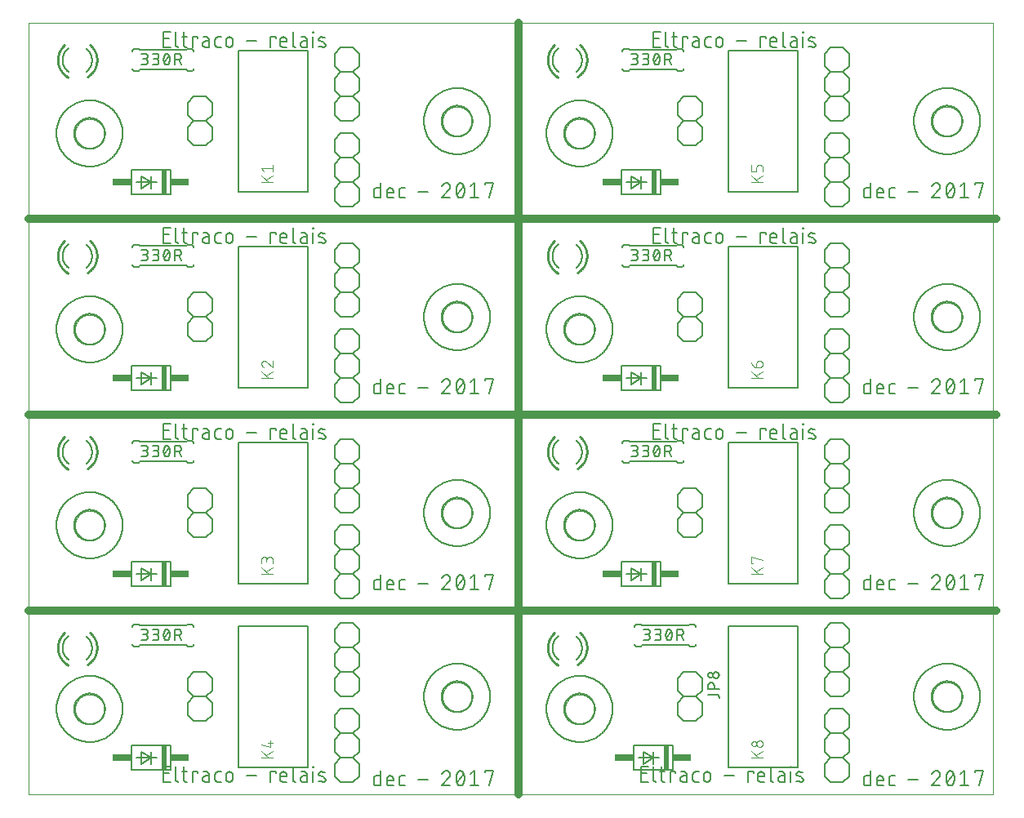
<source format=gto>
G75*
%MOIN*%
%OFA0B0*%
%FSLAX25Y25*%
%IPPOS*%
%LPD*%
%AMOC8*
5,1,8,0,0,1.08239X$1,22.5*
%
%ADD10C,0.00000*%
%ADD11C,0.03200*%
%ADD12C,0.00500*%
%ADD13C,0.00600*%
%ADD14R,0.02000X0.10000*%
%ADD15R,0.07500X0.03000*%
%ADD16C,0.01000*%
%ADD17C,0.00800*%
%ADD18C,0.00400*%
D10*
X0002600Y0002600D02*
X0002600Y0317561D01*
X0396301Y0317561D01*
X0396301Y0002600D01*
X0002600Y0002600D01*
X0021694Y0037600D02*
X0021696Y0037753D01*
X0021702Y0037907D01*
X0021712Y0038060D01*
X0021726Y0038212D01*
X0021744Y0038365D01*
X0021766Y0038516D01*
X0021791Y0038667D01*
X0021821Y0038818D01*
X0021855Y0038968D01*
X0021892Y0039116D01*
X0021933Y0039264D01*
X0021978Y0039410D01*
X0022027Y0039556D01*
X0022080Y0039700D01*
X0022136Y0039842D01*
X0022196Y0039983D01*
X0022260Y0040123D01*
X0022327Y0040261D01*
X0022398Y0040397D01*
X0022473Y0040531D01*
X0022550Y0040663D01*
X0022632Y0040793D01*
X0022716Y0040921D01*
X0022804Y0041047D01*
X0022895Y0041170D01*
X0022989Y0041291D01*
X0023087Y0041409D01*
X0023187Y0041525D01*
X0023291Y0041638D01*
X0023397Y0041749D01*
X0023506Y0041857D01*
X0023618Y0041962D01*
X0023732Y0042063D01*
X0023850Y0042162D01*
X0023969Y0042258D01*
X0024091Y0042351D01*
X0024216Y0042440D01*
X0024343Y0042527D01*
X0024472Y0042609D01*
X0024603Y0042689D01*
X0024736Y0042765D01*
X0024871Y0042838D01*
X0025008Y0042907D01*
X0025147Y0042972D01*
X0025287Y0043034D01*
X0025429Y0043092D01*
X0025572Y0043147D01*
X0025717Y0043198D01*
X0025863Y0043245D01*
X0026010Y0043288D01*
X0026158Y0043327D01*
X0026307Y0043363D01*
X0026457Y0043394D01*
X0026608Y0043422D01*
X0026759Y0043446D01*
X0026912Y0043466D01*
X0027064Y0043482D01*
X0027217Y0043494D01*
X0027370Y0043502D01*
X0027523Y0043506D01*
X0027677Y0043506D01*
X0027830Y0043502D01*
X0027983Y0043494D01*
X0028136Y0043482D01*
X0028288Y0043466D01*
X0028441Y0043446D01*
X0028592Y0043422D01*
X0028743Y0043394D01*
X0028893Y0043363D01*
X0029042Y0043327D01*
X0029190Y0043288D01*
X0029337Y0043245D01*
X0029483Y0043198D01*
X0029628Y0043147D01*
X0029771Y0043092D01*
X0029913Y0043034D01*
X0030053Y0042972D01*
X0030192Y0042907D01*
X0030329Y0042838D01*
X0030464Y0042765D01*
X0030597Y0042689D01*
X0030728Y0042609D01*
X0030857Y0042527D01*
X0030984Y0042440D01*
X0031109Y0042351D01*
X0031231Y0042258D01*
X0031350Y0042162D01*
X0031468Y0042063D01*
X0031582Y0041962D01*
X0031694Y0041857D01*
X0031803Y0041749D01*
X0031909Y0041638D01*
X0032013Y0041525D01*
X0032113Y0041409D01*
X0032211Y0041291D01*
X0032305Y0041170D01*
X0032396Y0041047D01*
X0032484Y0040921D01*
X0032568Y0040793D01*
X0032650Y0040663D01*
X0032727Y0040531D01*
X0032802Y0040397D01*
X0032873Y0040261D01*
X0032940Y0040123D01*
X0033004Y0039983D01*
X0033064Y0039842D01*
X0033120Y0039700D01*
X0033173Y0039556D01*
X0033222Y0039410D01*
X0033267Y0039264D01*
X0033308Y0039116D01*
X0033345Y0038968D01*
X0033379Y0038818D01*
X0033409Y0038667D01*
X0033434Y0038516D01*
X0033456Y0038365D01*
X0033474Y0038212D01*
X0033488Y0038060D01*
X0033498Y0037907D01*
X0033504Y0037753D01*
X0033506Y0037600D01*
X0033504Y0037447D01*
X0033498Y0037293D01*
X0033488Y0037140D01*
X0033474Y0036988D01*
X0033456Y0036835D01*
X0033434Y0036684D01*
X0033409Y0036533D01*
X0033379Y0036382D01*
X0033345Y0036232D01*
X0033308Y0036084D01*
X0033267Y0035936D01*
X0033222Y0035790D01*
X0033173Y0035644D01*
X0033120Y0035500D01*
X0033064Y0035358D01*
X0033004Y0035217D01*
X0032940Y0035077D01*
X0032873Y0034939D01*
X0032802Y0034803D01*
X0032727Y0034669D01*
X0032650Y0034537D01*
X0032568Y0034407D01*
X0032484Y0034279D01*
X0032396Y0034153D01*
X0032305Y0034030D01*
X0032211Y0033909D01*
X0032113Y0033791D01*
X0032013Y0033675D01*
X0031909Y0033562D01*
X0031803Y0033451D01*
X0031694Y0033343D01*
X0031582Y0033238D01*
X0031468Y0033137D01*
X0031350Y0033038D01*
X0031231Y0032942D01*
X0031109Y0032849D01*
X0030984Y0032760D01*
X0030857Y0032673D01*
X0030728Y0032591D01*
X0030597Y0032511D01*
X0030464Y0032435D01*
X0030329Y0032362D01*
X0030192Y0032293D01*
X0030053Y0032228D01*
X0029913Y0032166D01*
X0029771Y0032108D01*
X0029628Y0032053D01*
X0029483Y0032002D01*
X0029337Y0031955D01*
X0029190Y0031912D01*
X0029042Y0031873D01*
X0028893Y0031837D01*
X0028743Y0031806D01*
X0028592Y0031778D01*
X0028441Y0031754D01*
X0028288Y0031734D01*
X0028136Y0031718D01*
X0027983Y0031706D01*
X0027830Y0031698D01*
X0027677Y0031694D01*
X0027523Y0031694D01*
X0027370Y0031698D01*
X0027217Y0031706D01*
X0027064Y0031718D01*
X0026912Y0031734D01*
X0026759Y0031754D01*
X0026608Y0031778D01*
X0026457Y0031806D01*
X0026307Y0031837D01*
X0026158Y0031873D01*
X0026010Y0031912D01*
X0025863Y0031955D01*
X0025717Y0032002D01*
X0025572Y0032053D01*
X0025429Y0032108D01*
X0025287Y0032166D01*
X0025147Y0032228D01*
X0025008Y0032293D01*
X0024871Y0032362D01*
X0024736Y0032435D01*
X0024603Y0032511D01*
X0024472Y0032591D01*
X0024343Y0032673D01*
X0024216Y0032760D01*
X0024091Y0032849D01*
X0023969Y0032942D01*
X0023850Y0033038D01*
X0023732Y0033137D01*
X0023618Y0033238D01*
X0023506Y0033343D01*
X0023397Y0033451D01*
X0023291Y0033562D01*
X0023187Y0033675D01*
X0023087Y0033791D01*
X0022989Y0033909D01*
X0022895Y0034030D01*
X0022804Y0034153D01*
X0022716Y0034279D01*
X0022632Y0034407D01*
X0022550Y0034537D01*
X0022473Y0034669D01*
X0022398Y0034803D01*
X0022327Y0034939D01*
X0022260Y0035077D01*
X0022196Y0035217D01*
X0022136Y0035358D01*
X0022080Y0035500D01*
X0022027Y0035644D01*
X0021978Y0035790D01*
X0021933Y0035936D01*
X0021892Y0036084D01*
X0021855Y0036232D01*
X0021821Y0036382D01*
X0021791Y0036533D01*
X0021766Y0036684D01*
X0021744Y0036835D01*
X0021726Y0036988D01*
X0021712Y0037140D01*
X0021702Y0037293D01*
X0021696Y0037447D01*
X0021694Y0037600D01*
X0021694Y0112600D02*
X0021696Y0112753D01*
X0021702Y0112907D01*
X0021712Y0113060D01*
X0021726Y0113212D01*
X0021744Y0113365D01*
X0021766Y0113516D01*
X0021791Y0113667D01*
X0021821Y0113818D01*
X0021855Y0113968D01*
X0021892Y0114116D01*
X0021933Y0114264D01*
X0021978Y0114410D01*
X0022027Y0114556D01*
X0022080Y0114700D01*
X0022136Y0114842D01*
X0022196Y0114983D01*
X0022260Y0115123D01*
X0022327Y0115261D01*
X0022398Y0115397D01*
X0022473Y0115531D01*
X0022550Y0115663D01*
X0022632Y0115793D01*
X0022716Y0115921D01*
X0022804Y0116047D01*
X0022895Y0116170D01*
X0022989Y0116291D01*
X0023087Y0116409D01*
X0023187Y0116525D01*
X0023291Y0116638D01*
X0023397Y0116749D01*
X0023506Y0116857D01*
X0023618Y0116962D01*
X0023732Y0117063D01*
X0023850Y0117162D01*
X0023969Y0117258D01*
X0024091Y0117351D01*
X0024216Y0117440D01*
X0024343Y0117527D01*
X0024472Y0117609D01*
X0024603Y0117689D01*
X0024736Y0117765D01*
X0024871Y0117838D01*
X0025008Y0117907D01*
X0025147Y0117972D01*
X0025287Y0118034D01*
X0025429Y0118092D01*
X0025572Y0118147D01*
X0025717Y0118198D01*
X0025863Y0118245D01*
X0026010Y0118288D01*
X0026158Y0118327D01*
X0026307Y0118363D01*
X0026457Y0118394D01*
X0026608Y0118422D01*
X0026759Y0118446D01*
X0026912Y0118466D01*
X0027064Y0118482D01*
X0027217Y0118494D01*
X0027370Y0118502D01*
X0027523Y0118506D01*
X0027677Y0118506D01*
X0027830Y0118502D01*
X0027983Y0118494D01*
X0028136Y0118482D01*
X0028288Y0118466D01*
X0028441Y0118446D01*
X0028592Y0118422D01*
X0028743Y0118394D01*
X0028893Y0118363D01*
X0029042Y0118327D01*
X0029190Y0118288D01*
X0029337Y0118245D01*
X0029483Y0118198D01*
X0029628Y0118147D01*
X0029771Y0118092D01*
X0029913Y0118034D01*
X0030053Y0117972D01*
X0030192Y0117907D01*
X0030329Y0117838D01*
X0030464Y0117765D01*
X0030597Y0117689D01*
X0030728Y0117609D01*
X0030857Y0117527D01*
X0030984Y0117440D01*
X0031109Y0117351D01*
X0031231Y0117258D01*
X0031350Y0117162D01*
X0031468Y0117063D01*
X0031582Y0116962D01*
X0031694Y0116857D01*
X0031803Y0116749D01*
X0031909Y0116638D01*
X0032013Y0116525D01*
X0032113Y0116409D01*
X0032211Y0116291D01*
X0032305Y0116170D01*
X0032396Y0116047D01*
X0032484Y0115921D01*
X0032568Y0115793D01*
X0032650Y0115663D01*
X0032727Y0115531D01*
X0032802Y0115397D01*
X0032873Y0115261D01*
X0032940Y0115123D01*
X0033004Y0114983D01*
X0033064Y0114842D01*
X0033120Y0114700D01*
X0033173Y0114556D01*
X0033222Y0114410D01*
X0033267Y0114264D01*
X0033308Y0114116D01*
X0033345Y0113968D01*
X0033379Y0113818D01*
X0033409Y0113667D01*
X0033434Y0113516D01*
X0033456Y0113365D01*
X0033474Y0113212D01*
X0033488Y0113060D01*
X0033498Y0112907D01*
X0033504Y0112753D01*
X0033506Y0112600D01*
X0033504Y0112447D01*
X0033498Y0112293D01*
X0033488Y0112140D01*
X0033474Y0111988D01*
X0033456Y0111835D01*
X0033434Y0111684D01*
X0033409Y0111533D01*
X0033379Y0111382D01*
X0033345Y0111232D01*
X0033308Y0111084D01*
X0033267Y0110936D01*
X0033222Y0110790D01*
X0033173Y0110644D01*
X0033120Y0110500D01*
X0033064Y0110358D01*
X0033004Y0110217D01*
X0032940Y0110077D01*
X0032873Y0109939D01*
X0032802Y0109803D01*
X0032727Y0109669D01*
X0032650Y0109537D01*
X0032568Y0109407D01*
X0032484Y0109279D01*
X0032396Y0109153D01*
X0032305Y0109030D01*
X0032211Y0108909D01*
X0032113Y0108791D01*
X0032013Y0108675D01*
X0031909Y0108562D01*
X0031803Y0108451D01*
X0031694Y0108343D01*
X0031582Y0108238D01*
X0031468Y0108137D01*
X0031350Y0108038D01*
X0031231Y0107942D01*
X0031109Y0107849D01*
X0030984Y0107760D01*
X0030857Y0107673D01*
X0030728Y0107591D01*
X0030597Y0107511D01*
X0030464Y0107435D01*
X0030329Y0107362D01*
X0030192Y0107293D01*
X0030053Y0107228D01*
X0029913Y0107166D01*
X0029771Y0107108D01*
X0029628Y0107053D01*
X0029483Y0107002D01*
X0029337Y0106955D01*
X0029190Y0106912D01*
X0029042Y0106873D01*
X0028893Y0106837D01*
X0028743Y0106806D01*
X0028592Y0106778D01*
X0028441Y0106754D01*
X0028288Y0106734D01*
X0028136Y0106718D01*
X0027983Y0106706D01*
X0027830Y0106698D01*
X0027677Y0106694D01*
X0027523Y0106694D01*
X0027370Y0106698D01*
X0027217Y0106706D01*
X0027064Y0106718D01*
X0026912Y0106734D01*
X0026759Y0106754D01*
X0026608Y0106778D01*
X0026457Y0106806D01*
X0026307Y0106837D01*
X0026158Y0106873D01*
X0026010Y0106912D01*
X0025863Y0106955D01*
X0025717Y0107002D01*
X0025572Y0107053D01*
X0025429Y0107108D01*
X0025287Y0107166D01*
X0025147Y0107228D01*
X0025008Y0107293D01*
X0024871Y0107362D01*
X0024736Y0107435D01*
X0024603Y0107511D01*
X0024472Y0107591D01*
X0024343Y0107673D01*
X0024216Y0107760D01*
X0024091Y0107849D01*
X0023969Y0107942D01*
X0023850Y0108038D01*
X0023732Y0108137D01*
X0023618Y0108238D01*
X0023506Y0108343D01*
X0023397Y0108451D01*
X0023291Y0108562D01*
X0023187Y0108675D01*
X0023087Y0108791D01*
X0022989Y0108909D01*
X0022895Y0109030D01*
X0022804Y0109153D01*
X0022716Y0109279D01*
X0022632Y0109407D01*
X0022550Y0109537D01*
X0022473Y0109669D01*
X0022398Y0109803D01*
X0022327Y0109939D01*
X0022260Y0110077D01*
X0022196Y0110217D01*
X0022136Y0110358D01*
X0022080Y0110500D01*
X0022027Y0110644D01*
X0021978Y0110790D01*
X0021933Y0110936D01*
X0021892Y0111084D01*
X0021855Y0111232D01*
X0021821Y0111382D01*
X0021791Y0111533D01*
X0021766Y0111684D01*
X0021744Y0111835D01*
X0021726Y0111988D01*
X0021712Y0112140D01*
X0021702Y0112293D01*
X0021696Y0112447D01*
X0021694Y0112600D01*
X0021694Y0192600D02*
X0021696Y0192753D01*
X0021702Y0192907D01*
X0021712Y0193060D01*
X0021726Y0193212D01*
X0021744Y0193365D01*
X0021766Y0193516D01*
X0021791Y0193667D01*
X0021821Y0193818D01*
X0021855Y0193968D01*
X0021892Y0194116D01*
X0021933Y0194264D01*
X0021978Y0194410D01*
X0022027Y0194556D01*
X0022080Y0194700D01*
X0022136Y0194842D01*
X0022196Y0194983D01*
X0022260Y0195123D01*
X0022327Y0195261D01*
X0022398Y0195397D01*
X0022473Y0195531D01*
X0022550Y0195663D01*
X0022632Y0195793D01*
X0022716Y0195921D01*
X0022804Y0196047D01*
X0022895Y0196170D01*
X0022989Y0196291D01*
X0023087Y0196409D01*
X0023187Y0196525D01*
X0023291Y0196638D01*
X0023397Y0196749D01*
X0023506Y0196857D01*
X0023618Y0196962D01*
X0023732Y0197063D01*
X0023850Y0197162D01*
X0023969Y0197258D01*
X0024091Y0197351D01*
X0024216Y0197440D01*
X0024343Y0197527D01*
X0024472Y0197609D01*
X0024603Y0197689D01*
X0024736Y0197765D01*
X0024871Y0197838D01*
X0025008Y0197907D01*
X0025147Y0197972D01*
X0025287Y0198034D01*
X0025429Y0198092D01*
X0025572Y0198147D01*
X0025717Y0198198D01*
X0025863Y0198245D01*
X0026010Y0198288D01*
X0026158Y0198327D01*
X0026307Y0198363D01*
X0026457Y0198394D01*
X0026608Y0198422D01*
X0026759Y0198446D01*
X0026912Y0198466D01*
X0027064Y0198482D01*
X0027217Y0198494D01*
X0027370Y0198502D01*
X0027523Y0198506D01*
X0027677Y0198506D01*
X0027830Y0198502D01*
X0027983Y0198494D01*
X0028136Y0198482D01*
X0028288Y0198466D01*
X0028441Y0198446D01*
X0028592Y0198422D01*
X0028743Y0198394D01*
X0028893Y0198363D01*
X0029042Y0198327D01*
X0029190Y0198288D01*
X0029337Y0198245D01*
X0029483Y0198198D01*
X0029628Y0198147D01*
X0029771Y0198092D01*
X0029913Y0198034D01*
X0030053Y0197972D01*
X0030192Y0197907D01*
X0030329Y0197838D01*
X0030464Y0197765D01*
X0030597Y0197689D01*
X0030728Y0197609D01*
X0030857Y0197527D01*
X0030984Y0197440D01*
X0031109Y0197351D01*
X0031231Y0197258D01*
X0031350Y0197162D01*
X0031468Y0197063D01*
X0031582Y0196962D01*
X0031694Y0196857D01*
X0031803Y0196749D01*
X0031909Y0196638D01*
X0032013Y0196525D01*
X0032113Y0196409D01*
X0032211Y0196291D01*
X0032305Y0196170D01*
X0032396Y0196047D01*
X0032484Y0195921D01*
X0032568Y0195793D01*
X0032650Y0195663D01*
X0032727Y0195531D01*
X0032802Y0195397D01*
X0032873Y0195261D01*
X0032940Y0195123D01*
X0033004Y0194983D01*
X0033064Y0194842D01*
X0033120Y0194700D01*
X0033173Y0194556D01*
X0033222Y0194410D01*
X0033267Y0194264D01*
X0033308Y0194116D01*
X0033345Y0193968D01*
X0033379Y0193818D01*
X0033409Y0193667D01*
X0033434Y0193516D01*
X0033456Y0193365D01*
X0033474Y0193212D01*
X0033488Y0193060D01*
X0033498Y0192907D01*
X0033504Y0192753D01*
X0033506Y0192600D01*
X0033504Y0192447D01*
X0033498Y0192293D01*
X0033488Y0192140D01*
X0033474Y0191988D01*
X0033456Y0191835D01*
X0033434Y0191684D01*
X0033409Y0191533D01*
X0033379Y0191382D01*
X0033345Y0191232D01*
X0033308Y0191084D01*
X0033267Y0190936D01*
X0033222Y0190790D01*
X0033173Y0190644D01*
X0033120Y0190500D01*
X0033064Y0190358D01*
X0033004Y0190217D01*
X0032940Y0190077D01*
X0032873Y0189939D01*
X0032802Y0189803D01*
X0032727Y0189669D01*
X0032650Y0189537D01*
X0032568Y0189407D01*
X0032484Y0189279D01*
X0032396Y0189153D01*
X0032305Y0189030D01*
X0032211Y0188909D01*
X0032113Y0188791D01*
X0032013Y0188675D01*
X0031909Y0188562D01*
X0031803Y0188451D01*
X0031694Y0188343D01*
X0031582Y0188238D01*
X0031468Y0188137D01*
X0031350Y0188038D01*
X0031231Y0187942D01*
X0031109Y0187849D01*
X0030984Y0187760D01*
X0030857Y0187673D01*
X0030728Y0187591D01*
X0030597Y0187511D01*
X0030464Y0187435D01*
X0030329Y0187362D01*
X0030192Y0187293D01*
X0030053Y0187228D01*
X0029913Y0187166D01*
X0029771Y0187108D01*
X0029628Y0187053D01*
X0029483Y0187002D01*
X0029337Y0186955D01*
X0029190Y0186912D01*
X0029042Y0186873D01*
X0028893Y0186837D01*
X0028743Y0186806D01*
X0028592Y0186778D01*
X0028441Y0186754D01*
X0028288Y0186734D01*
X0028136Y0186718D01*
X0027983Y0186706D01*
X0027830Y0186698D01*
X0027677Y0186694D01*
X0027523Y0186694D01*
X0027370Y0186698D01*
X0027217Y0186706D01*
X0027064Y0186718D01*
X0026912Y0186734D01*
X0026759Y0186754D01*
X0026608Y0186778D01*
X0026457Y0186806D01*
X0026307Y0186837D01*
X0026158Y0186873D01*
X0026010Y0186912D01*
X0025863Y0186955D01*
X0025717Y0187002D01*
X0025572Y0187053D01*
X0025429Y0187108D01*
X0025287Y0187166D01*
X0025147Y0187228D01*
X0025008Y0187293D01*
X0024871Y0187362D01*
X0024736Y0187435D01*
X0024603Y0187511D01*
X0024472Y0187591D01*
X0024343Y0187673D01*
X0024216Y0187760D01*
X0024091Y0187849D01*
X0023969Y0187942D01*
X0023850Y0188038D01*
X0023732Y0188137D01*
X0023618Y0188238D01*
X0023506Y0188343D01*
X0023397Y0188451D01*
X0023291Y0188562D01*
X0023187Y0188675D01*
X0023087Y0188791D01*
X0022989Y0188909D01*
X0022895Y0189030D01*
X0022804Y0189153D01*
X0022716Y0189279D01*
X0022632Y0189407D01*
X0022550Y0189537D01*
X0022473Y0189669D01*
X0022398Y0189803D01*
X0022327Y0189939D01*
X0022260Y0190077D01*
X0022196Y0190217D01*
X0022136Y0190358D01*
X0022080Y0190500D01*
X0022027Y0190644D01*
X0021978Y0190790D01*
X0021933Y0190936D01*
X0021892Y0191084D01*
X0021855Y0191232D01*
X0021821Y0191382D01*
X0021791Y0191533D01*
X0021766Y0191684D01*
X0021744Y0191835D01*
X0021726Y0191988D01*
X0021712Y0192140D01*
X0021702Y0192293D01*
X0021696Y0192447D01*
X0021694Y0192600D01*
X0021694Y0272600D02*
X0021696Y0272753D01*
X0021702Y0272907D01*
X0021712Y0273060D01*
X0021726Y0273212D01*
X0021744Y0273365D01*
X0021766Y0273516D01*
X0021791Y0273667D01*
X0021821Y0273818D01*
X0021855Y0273968D01*
X0021892Y0274116D01*
X0021933Y0274264D01*
X0021978Y0274410D01*
X0022027Y0274556D01*
X0022080Y0274700D01*
X0022136Y0274842D01*
X0022196Y0274983D01*
X0022260Y0275123D01*
X0022327Y0275261D01*
X0022398Y0275397D01*
X0022473Y0275531D01*
X0022550Y0275663D01*
X0022632Y0275793D01*
X0022716Y0275921D01*
X0022804Y0276047D01*
X0022895Y0276170D01*
X0022989Y0276291D01*
X0023087Y0276409D01*
X0023187Y0276525D01*
X0023291Y0276638D01*
X0023397Y0276749D01*
X0023506Y0276857D01*
X0023618Y0276962D01*
X0023732Y0277063D01*
X0023850Y0277162D01*
X0023969Y0277258D01*
X0024091Y0277351D01*
X0024216Y0277440D01*
X0024343Y0277527D01*
X0024472Y0277609D01*
X0024603Y0277689D01*
X0024736Y0277765D01*
X0024871Y0277838D01*
X0025008Y0277907D01*
X0025147Y0277972D01*
X0025287Y0278034D01*
X0025429Y0278092D01*
X0025572Y0278147D01*
X0025717Y0278198D01*
X0025863Y0278245D01*
X0026010Y0278288D01*
X0026158Y0278327D01*
X0026307Y0278363D01*
X0026457Y0278394D01*
X0026608Y0278422D01*
X0026759Y0278446D01*
X0026912Y0278466D01*
X0027064Y0278482D01*
X0027217Y0278494D01*
X0027370Y0278502D01*
X0027523Y0278506D01*
X0027677Y0278506D01*
X0027830Y0278502D01*
X0027983Y0278494D01*
X0028136Y0278482D01*
X0028288Y0278466D01*
X0028441Y0278446D01*
X0028592Y0278422D01*
X0028743Y0278394D01*
X0028893Y0278363D01*
X0029042Y0278327D01*
X0029190Y0278288D01*
X0029337Y0278245D01*
X0029483Y0278198D01*
X0029628Y0278147D01*
X0029771Y0278092D01*
X0029913Y0278034D01*
X0030053Y0277972D01*
X0030192Y0277907D01*
X0030329Y0277838D01*
X0030464Y0277765D01*
X0030597Y0277689D01*
X0030728Y0277609D01*
X0030857Y0277527D01*
X0030984Y0277440D01*
X0031109Y0277351D01*
X0031231Y0277258D01*
X0031350Y0277162D01*
X0031468Y0277063D01*
X0031582Y0276962D01*
X0031694Y0276857D01*
X0031803Y0276749D01*
X0031909Y0276638D01*
X0032013Y0276525D01*
X0032113Y0276409D01*
X0032211Y0276291D01*
X0032305Y0276170D01*
X0032396Y0276047D01*
X0032484Y0275921D01*
X0032568Y0275793D01*
X0032650Y0275663D01*
X0032727Y0275531D01*
X0032802Y0275397D01*
X0032873Y0275261D01*
X0032940Y0275123D01*
X0033004Y0274983D01*
X0033064Y0274842D01*
X0033120Y0274700D01*
X0033173Y0274556D01*
X0033222Y0274410D01*
X0033267Y0274264D01*
X0033308Y0274116D01*
X0033345Y0273968D01*
X0033379Y0273818D01*
X0033409Y0273667D01*
X0033434Y0273516D01*
X0033456Y0273365D01*
X0033474Y0273212D01*
X0033488Y0273060D01*
X0033498Y0272907D01*
X0033504Y0272753D01*
X0033506Y0272600D01*
X0033504Y0272447D01*
X0033498Y0272293D01*
X0033488Y0272140D01*
X0033474Y0271988D01*
X0033456Y0271835D01*
X0033434Y0271684D01*
X0033409Y0271533D01*
X0033379Y0271382D01*
X0033345Y0271232D01*
X0033308Y0271084D01*
X0033267Y0270936D01*
X0033222Y0270790D01*
X0033173Y0270644D01*
X0033120Y0270500D01*
X0033064Y0270358D01*
X0033004Y0270217D01*
X0032940Y0270077D01*
X0032873Y0269939D01*
X0032802Y0269803D01*
X0032727Y0269669D01*
X0032650Y0269537D01*
X0032568Y0269407D01*
X0032484Y0269279D01*
X0032396Y0269153D01*
X0032305Y0269030D01*
X0032211Y0268909D01*
X0032113Y0268791D01*
X0032013Y0268675D01*
X0031909Y0268562D01*
X0031803Y0268451D01*
X0031694Y0268343D01*
X0031582Y0268238D01*
X0031468Y0268137D01*
X0031350Y0268038D01*
X0031231Y0267942D01*
X0031109Y0267849D01*
X0030984Y0267760D01*
X0030857Y0267673D01*
X0030728Y0267591D01*
X0030597Y0267511D01*
X0030464Y0267435D01*
X0030329Y0267362D01*
X0030192Y0267293D01*
X0030053Y0267228D01*
X0029913Y0267166D01*
X0029771Y0267108D01*
X0029628Y0267053D01*
X0029483Y0267002D01*
X0029337Y0266955D01*
X0029190Y0266912D01*
X0029042Y0266873D01*
X0028893Y0266837D01*
X0028743Y0266806D01*
X0028592Y0266778D01*
X0028441Y0266754D01*
X0028288Y0266734D01*
X0028136Y0266718D01*
X0027983Y0266706D01*
X0027830Y0266698D01*
X0027677Y0266694D01*
X0027523Y0266694D01*
X0027370Y0266698D01*
X0027217Y0266706D01*
X0027064Y0266718D01*
X0026912Y0266734D01*
X0026759Y0266754D01*
X0026608Y0266778D01*
X0026457Y0266806D01*
X0026307Y0266837D01*
X0026158Y0266873D01*
X0026010Y0266912D01*
X0025863Y0266955D01*
X0025717Y0267002D01*
X0025572Y0267053D01*
X0025429Y0267108D01*
X0025287Y0267166D01*
X0025147Y0267228D01*
X0025008Y0267293D01*
X0024871Y0267362D01*
X0024736Y0267435D01*
X0024603Y0267511D01*
X0024472Y0267591D01*
X0024343Y0267673D01*
X0024216Y0267760D01*
X0024091Y0267849D01*
X0023969Y0267942D01*
X0023850Y0268038D01*
X0023732Y0268137D01*
X0023618Y0268238D01*
X0023506Y0268343D01*
X0023397Y0268451D01*
X0023291Y0268562D01*
X0023187Y0268675D01*
X0023087Y0268791D01*
X0022989Y0268909D01*
X0022895Y0269030D01*
X0022804Y0269153D01*
X0022716Y0269279D01*
X0022632Y0269407D01*
X0022550Y0269537D01*
X0022473Y0269669D01*
X0022398Y0269803D01*
X0022327Y0269939D01*
X0022260Y0270077D01*
X0022196Y0270217D01*
X0022136Y0270358D01*
X0022080Y0270500D01*
X0022027Y0270644D01*
X0021978Y0270790D01*
X0021933Y0270936D01*
X0021892Y0271084D01*
X0021855Y0271232D01*
X0021821Y0271382D01*
X0021791Y0271533D01*
X0021766Y0271684D01*
X0021744Y0271835D01*
X0021726Y0271988D01*
X0021712Y0272140D01*
X0021702Y0272293D01*
X0021696Y0272447D01*
X0021694Y0272600D01*
X0171694Y0277600D02*
X0171696Y0277753D01*
X0171702Y0277907D01*
X0171712Y0278060D01*
X0171726Y0278212D01*
X0171744Y0278365D01*
X0171766Y0278516D01*
X0171791Y0278667D01*
X0171821Y0278818D01*
X0171855Y0278968D01*
X0171892Y0279116D01*
X0171933Y0279264D01*
X0171978Y0279410D01*
X0172027Y0279556D01*
X0172080Y0279700D01*
X0172136Y0279842D01*
X0172196Y0279983D01*
X0172260Y0280123D01*
X0172327Y0280261D01*
X0172398Y0280397D01*
X0172473Y0280531D01*
X0172550Y0280663D01*
X0172632Y0280793D01*
X0172716Y0280921D01*
X0172804Y0281047D01*
X0172895Y0281170D01*
X0172989Y0281291D01*
X0173087Y0281409D01*
X0173187Y0281525D01*
X0173291Y0281638D01*
X0173397Y0281749D01*
X0173506Y0281857D01*
X0173618Y0281962D01*
X0173732Y0282063D01*
X0173850Y0282162D01*
X0173969Y0282258D01*
X0174091Y0282351D01*
X0174216Y0282440D01*
X0174343Y0282527D01*
X0174472Y0282609D01*
X0174603Y0282689D01*
X0174736Y0282765D01*
X0174871Y0282838D01*
X0175008Y0282907D01*
X0175147Y0282972D01*
X0175287Y0283034D01*
X0175429Y0283092D01*
X0175572Y0283147D01*
X0175717Y0283198D01*
X0175863Y0283245D01*
X0176010Y0283288D01*
X0176158Y0283327D01*
X0176307Y0283363D01*
X0176457Y0283394D01*
X0176608Y0283422D01*
X0176759Y0283446D01*
X0176912Y0283466D01*
X0177064Y0283482D01*
X0177217Y0283494D01*
X0177370Y0283502D01*
X0177523Y0283506D01*
X0177677Y0283506D01*
X0177830Y0283502D01*
X0177983Y0283494D01*
X0178136Y0283482D01*
X0178288Y0283466D01*
X0178441Y0283446D01*
X0178592Y0283422D01*
X0178743Y0283394D01*
X0178893Y0283363D01*
X0179042Y0283327D01*
X0179190Y0283288D01*
X0179337Y0283245D01*
X0179483Y0283198D01*
X0179628Y0283147D01*
X0179771Y0283092D01*
X0179913Y0283034D01*
X0180053Y0282972D01*
X0180192Y0282907D01*
X0180329Y0282838D01*
X0180464Y0282765D01*
X0180597Y0282689D01*
X0180728Y0282609D01*
X0180857Y0282527D01*
X0180984Y0282440D01*
X0181109Y0282351D01*
X0181231Y0282258D01*
X0181350Y0282162D01*
X0181468Y0282063D01*
X0181582Y0281962D01*
X0181694Y0281857D01*
X0181803Y0281749D01*
X0181909Y0281638D01*
X0182013Y0281525D01*
X0182113Y0281409D01*
X0182211Y0281291D01*
X0182305Y0281170D01*
X0182396Y0281047D01*
X0182484Y0280921D01*
X0182568Y0280793D01*
X0182650Y0280663D01*
X0182727Y0280531D01*
X0182802Y0280397D01*
X0182873Y0280261D01*
X0182940Y0280123D01*
X0183004Y0279983D01*
X0183064Y0279842D01*
X0183120Y0279700D01*
X0183173Y0279556D01*
X0183222Y0279410D01*
X0183267Y0279264D01*
X0183308Y0279116D01*
X0183345Y0278968D01*
X0183379Y0278818D01*
X0183409Y0278667D01*
X0183434Y0278516D01*
X0183456Y0278365D01*
X0183474Y0278212D01*
X0183488Y0278060D01*
X0183498Y0277907D01*
X0183504Y0277753D01*
X0183506Y0277600D01*
X0183504Y0277447D01*
X0183498Y0277293D01*
X0183488Y0277140D01*
X0183474Y0276988D01*
X0183456Y0276835D01*
X0183434Y0276684D01*
X0183409Y0276533D01*
X0183379Y0276382D01*
X0183345Y0276232D01*
X0183308Y0276084D01*
X0183267Y0275936D01*
X0183222Y0275790D01*
X0183173Y0275644D01*
X0183120Y0275500D01*
X0183064Y0275358D01*
X0183004Y0275217D01*
X0182940Y0275077D01*
X0182873Y0274939D01*
X0182802Y0274803D01*
X0182727Y0274669D01*
X0182650Y0274537D01*
X0182568Y0274407D01*
X0182484Y0274279D01*
X0182396Y0274153D01*
X0182305Y0274030D01*
X0182211Y0273909D01*
X0182113Y0273791D01*
X0182013Y0273675D01*
X0181909Y0273562D01*
X0181803Y0273451D01*
X0181694Y0273343D01*
X0181582Y0273238D01*
X0181468Y0273137D01*
X0181350Y0273038D01*
X0181231Y0272942D01*
X0181109Y0272849D01*
X0180984Y0272760D01*
X0180857Y0272673D01*
X0180728Y0272591D01*
X0180597Y0272511D01*
X0180464Y0272435D01*
X0180329Y0272362D01*
X0180192Y0272293D01*
X0180053Y0272228D01*
X0179913Y0272166D01*
X0179771Y0272108D01*
X0179628Y0272053D01*
X0179483Y0272002D01*
X0179337Y0271955D01*
X0179190Y0271912D01*
X0179042Y0271873D01*
X0178893Y0271837D01*
X0178743Y0271806D01*
X0178592Y0271778D01*
X0178441Y0271754D01*
X0178288Y0271734D01*
X0178136Y0271718D01*
X0177983Y0271706D01*
X0177830Y0271698D01*
X0177677Y0271694D01*
X0177523Y0271694D01*
X0177370Y0271698D01*
X0177217Y0271706D01*
X0177064Y0271718D01*
X0176912Y0271734D01*
X0176759Y0271754D01*
X0176608Y0271778D01*
X0176457Y0271806D01*
X0176307Y0271837D01*
X0176158Y0271873D01*
X0176010Y0271912D01*
X0175863Y0271955D01*
X0175717Y0272002D01*
X0175572Y0272053D01*
X0175429Y0272108D01*
X0175287Y0272166D01*
X0175147Y0272228D01*
X0175008Y0272293D01*
X0174871Y0272362D01*
X0174736Y0272435D01*
X0174603Y0272511D01*
X0174472Y0272591D01*
X0174343Y0272673D01*
X0174216Y0272760D01*
X0174091Y0272849D01*
X0173969Y0272942D01*
X0173850Y0273038D01*
X0173732Y0273137D01*
X0173618Y0273238D01*
X0173506Y0273343D01*
X0173397Y0273451D01*
X0173291Y0273562D01*
X0173187Y0273675D01*
X0173087Y0273791D01*
X0172989Y0273909D01*
X0172895Y0274030D01*
X0172804Y0274153D01*
X0172716Y0274279D01*
X0172632Y0274407D01*
X0172550Y0274537D01*
X0172473Y0274669D01*
X0172398Y0274803D01*
X0172327Y0274939D01*
X0172260Y0275077D01*
X0172196Y0275217D01*
X0172136Y0275358D01*
X0172080Y0275500D01*
X0172027Y0275644D01*
X0171978Y0275790D01*
X0171933Y0275936D01*
X0171892Y0276084D01*
X0171855Y0276232D01*
X0171821Y0276382D01*
X0171791Y0276533D01*
X0171766Y0276684D01*
X0171744Y0276835D01*
X0171726Y0276988D01*
X0171712Y0277140D01*
X0171702Y0277293D01*
X0171696Y0277447D01*
X0171694Y0277600D01*
X0221694Y0272600D02*
X0221696Y0272753D01*
X0221702Y0272907D01*
X0221712Y0273060D01*
X0221726Y0273212D01*
X0221744Y0273365D01*
X0221766Y0273516D01*
X0221791Y0273667D01*
X0221821Y0273818D01*
X0221855Y0273968D01*
X0221892Y0274116D01*
X0221933Y0274264D01*
X0221978Y0274410D01*
X0222027Y0274556D01*
X0222080Y0274700D01*
X0222136Y0274842D01*
X0222196Y0274983D01*
X0222260Y0275123D01*
X0222327Y0275261D01*
X0222398Y0275397D01*
X0222473Y0275531D01*
X0222550Y0275663D01*
X0222632Y0275793D01*
X0222716Y0275921D01*
X0222804Y0276047D01*
X0222895Y0276170D01*
X0222989Y0276291D01*
X0223087Y0276409D01*
X0223187Y0276525D01*
X0223291Y0276638D01*
X0223397Y0276749D01*
X0223506Y0276857D01*
X0223618Y0276962D01*
X0223732Y0277063D01*
X0223850Y0277162D01*
X0223969Y0277258D01*
X0224091Y0277351D01*
X0224216Y0277440D01*
X0224343Y0277527D01*
X0224472Y0277609D01*
X0224603Y0277689D01*
X0224736Y0277765D01*
X0224871Y0277838D01*
X0225008Y0277907D01*
X0225147Y0277972D01*
X0225287Y0278034D01*
X0225429Y0278092D01*
X0225572Y0278147D01*
X0225717Y0278198D01*
X0225863Y0278245D01*
X0226010Y0278288D01*
X0226158Y0278327D01*
X0226307Y0278363D01*
X0226457Y0278394D01*
X0226608Y0278422D01*
X0226759Y0278446D01*
X0226912Y0278466D01*
X0227064Y0278482D01*
X0227217Y0278494D01*
X0227370Y0278502D01*
X0227523Y0278506D01*
X0227677Y0278506D01*
X0227830Y0278502D01*
X0227983Y0278494D01*
X0228136Y0278482D01*
X0228288Y0278466D01*
X0228441Y0278446D01*
X0228592Y0278422D01*
X0228743Y0278394D01*
X0228893Y0278363D01*
X0229042Y0278327D01*
X0229190Y0278288D01*
X0229337Y0278245D01*
X0229483Y0278198D01*
X0229628Y0278147D01*
X0229771Y0278092D01*
X0229913Y0278034D01*
X0230053Y0277972D01*
X0230192Y0277907D01*
X0230329Y0277838D01*
X0230464Y0277765D01*
X0230597Y0277689D01*
X0230728Y0277609D01*
X0230857Y0277527D01*
X0230984Y0277440D01*
X0231109Y0277351D01*
X0231231Y0277258D01*
X0231350Y0277162D01*
X0231468Y0277063D01*
X0231582Y0276962D01*
X0231694Y0276857D01*
X0231803Y0276749D01*
X0231909Y0276638D01*
X0232013Y0276525D01*
X0232113Y0276409D01*
X0232211Y0276291D01*
X0232305Y0276170D01*
X0232396Y0276047D01*
X0232484Y0275921D01*
X0232568Y0275793D01*
X0232650Y0275663D01*
X0232727Y0275531D01*
X0232802Y0275397D01*
X0232873Y0275261D01*
X0232940Y0275123D01*
X0233004Y0274983D01*
X0233064Y0274842D01*
X0233120Y0274700D01*
X0233173Y0274556D01*
X0233222Y0274410D01*
X0233267Y0274264D01*
X0233308Y0274116D01*
X0233345Y0273968D01*
X0233379Y0273818D01*
X0233409Y0273667D01*
X0233434Y0273516D01*
X0233456Y0273365D01*
X0233474Y0273212D01*
X0233488Y0273060D01*
X0233498Y0272907D01*
X0233504Y0272753D01*
X0233506Y0272600D01*
X0233504Y0272447D01*
X0233498Y0272293D01*
X0233488Y0272140D01*
X0233474Y0271988D01*
X0233456Y0271835D01*
X0233434Y0271684D01*
X0233409Y0271533D01*
X0233379Y0271382D01*
X0233345Y0271232D01*
X0233308Y0271084D01*
X0233267Y0270936D01*
X0233222Y0270790D01*
X0233173Y0270644D01*
X0233120Y0270500D01*
X0233064Y0270358D01*
X0233004Y0270217D01*
X0232940Y0270077D01*
X0232873Y0269939D01*
X0232802Y0269803D01*
X0232727Y0269669D01*
X0232650Y0269537D01*
X0232568Y0269407D01*
X0232484Y0269279D01*
X0232396Y0269153D01*
X0232305Y0269030D01*
X0232211Y0268909D01*
X0232113Y0268791D01*
X0232013Y0268675D01*
X0231909Y0268562D01*
X0231803Y0268451D01*
X0231694Y0268343D01*
X0231582Y0268238D01*
X0231468Y0268137D01*
X0231350Y0268038D01*
X0231231Y0267942D01*
X0231109Y0267849D01*
X0230984Y0267760D01*
X0230857Y0267673D01*
X0230728Y0267591D01*
X0230597Y0267511D01*
X0230464Y0267435D01*
X0230329Y0267362D01*
X0230192Y0267293D01*
X0230053Y0267228D01*
X0229913Y0267166D01*
X0229771Y0267108D01*
X0229628Y0267053D01*
X0229483Y0267002D01*
X0229337Y0266955D01*
X0229190Y0266912D01*
X0229042Y0266873D01*
X0228893Y0266837D01*
X0228743Y0266806D01*
X0228592Y0266778D01*
X0228441Y0266754D01*
X0228288Y0266734D01*
X0228136Y0266718D01*
X0227983Y0266706D01*
X0227830Y0266698D01*
X0227677Y0266694D01*
X0227523Y0266694D01*
X0227370Y0266698D01*
X0227217Y0266706D01*
X0227064Y0266718D01*
X0226912Y0266734D01*
X0226759Y0266754D01*
X0226608Y0266778D01*
X0226457Y0266806D01*
X0226307Y0266837D01*
X0226158Y0266873D01*
X0226010Y0266912D01*
X0225863Y0266955D01*
X0225717Y0267002D01*
X0225572Y0267053D01*
X0225429Y0267108D01*
X0225287Y0267166D01*
X0225147Y0267228D01*
X0225008Y0267293D01*
X0224871Y0267362D01*
X0224736Y0267435D01*
X0224603Y0267511D01*
X0224472Y0267591D01*
X0224343Y0267673D01*
X0224216Y0267760D01*
X0224091Y0267849D01*
X0223969Y0267942D01*
X0223850Y0268038D01*
X0223732Y0268137D01*
X0223618Y0268238D01*
X0223506Y0268343D01*
X0223397Y0268451D01*
X0223291Y0268562D01*
X0223187Y0268675D01*
X0223087Y0268791D01*
X0222989Y0268909D01*
X0222895Y0269030D01*
X0222804Y0269153D01*
X0222716Y0269279D01*
X0222632Y0269407D01*
X0222550Y0269537D01*
X0222473Y0269669D01*
X0222398Y0269803D01*
X0222327Y0269939D01*
X0222260Y0270077D01*
X0222196Y0270217D01*
X0222136Y0270358D01*
X0222080Y0270500D01*
X0222027Y0270644D01*
X0221978Y0270790D01*
X0221933Y0270936D01*
X0221892Y0271084D01*
X0221855Y0271232D01*
X0221821Y0271382D01*
X0221791Y0271533D01*
X0221766Y0271684D01*
X0221744Y0271835D01*
X0221726Y0271988D01*
X0221712Y0272140D01*
X0221702Y0272293D01*
X0221696Y0272447D01*
X0221694Y0272600D01*
X0171694Y0197600D02*
X0171696Y0197753D01*
X0171702Y0197907D01*
X0171712Y0198060D01*
X0171726Y0198212D01*
X0171744Y0198365D01*
X0171766Y0198516D01*
X0171791Y0198667D01*
X0171821Y0198818D01*
X0171855Y0198968D01*
X0171892Y0199116D01*
X0171933Y0199264D01*
X0171978Y0199410D01*
X0172027Y0199556D01*
X0172080Y0199700D01*
X0172136Y0199842D01*
X0172196Y0199983D01*
X0172260Y0200123D01*
X0172327Y0200261D01*
X0172398Y0200397D01*
X0172473Y0200531D01*
X0172550Y0200663D01*
X0172632Y0200793D01*
X0172716Y0200921D01*
X0172804Y0201047D01*
X0172895Y0201170D01*
X0172989Y0201291D01*
X0173087Y0201409D01*
X0173187Y0201525D01*
X0173291Y0201638D01*
X0173397Y0201749D01*
X0173506Y0201857D01*
X0173618Y0201962D01*
X0173732Y0202063D01*
X0173850Y0202162D01*
X0173969Y0202258D01*
X0174091Y0202351D01*
X0174216Y0202440D01*
X0174343Y0202527D01*
X0174472Y0202609D01*
X0174603Y0202689D01*
X0174736Y0202765D01*
X0174871Y0202838D01*
X0175008Y0202907D01*
X0175147Y0202972D01*
X0175287Y0203034D01*
X0175429Y0203092D01*
X0175572Y0203147D01*
X0175717Y0203198D01*
X0175863Y0203245D01*
X0176010Y0203288D01*
X0176158Y0203327D01*
X0176307Y0203363D01*
X0176457Y0203394D01*
X0176608Y0203422D01*
X0176759Y0203446D01*
X0176912Y0203466D01*
X0177064Y0203482D01*
X0177217Y0203494D01*
X0177370Y0203502D01*
X0177523Y0203506D01*
X0177677Y0203506D01*
X0177830Y0203502D01*
X0177983Y0203494D01*
X0178136Y0203482D01*
X0178288Y0203466D01*
X0178441Y0203446D01*
X0178592Y0203422D01*
X0178743Y0203394D01*
X0178893Y0203363D01*
X0179042Y0203327D01*
X0179190Y0203288D01*
X0179337Y0203245D01*
X0179483Y0203198D01*
X0179628Y0203147D01*
X0179771Y0203092D01*
X0179913Y0203034D01*
X0180053Y0202972D01*
X0180192Y0202907D01*
X0180329Y0202838D01*
X0180464Y0202765D01*
X0180597Y0202689D01*
X0180728Y0202609D01*
X0180857Y0202527D01*
X0180984Y0202440D01*
X0181109Y0202351D01*
X0181231Y0202258D01*
X0181350Y0202162D01*
X0181468Y0202063D01*
X0181582Y0201962D01*
X0181694Y0201857D01*
X0181803Y0201749D01*
X0181909Y0201638D01*
X0182013Y0201525D01*
X0182113Y0201409D01*
X0182211Y0201291D01*
X0182305Y0201170D01*
X0182396Y0201047D01*
X0182484Y0200921D01*
X0182568Y0200793D01*
X0182650Y0200663D01*
X0182727Y0200531D01*
X0182802Y0200397D01*
X0182873Y0200261D01*
X0182940Y0200123D01*
X0183004Y0199983D01*
X0183064Y0199842D01*
X0183120Y0199700D01*
X0183173Y0199556D01*
X0183222Y0199410D01*
X0183267Y0199264D01*
X0183308Y0199116D01*
X0183345Y0198968D01*
X0183379Y0198818D01*
X0183409Y0198667D01*
X0183434Y0198516D01*
X0183456Y0198365D01*
X0183474Y0198212D01*
X0183488Y0198060D01*
X0183498Y0197907D01*
X0183504Y0197753D01*
X0183506Y0197600D01*
X0183504Y0197447D01*
X0183498Y0197293D01*
X0183488Y0197140D01*
X0183474Y0196988D01*
X0183456Y0196835D01*
X0183434Y0196684D01*
X0183409Y0196533D01*
X0183379Y0196382D01*
X0183345Y0196232D01*
X0183308Y0196084D01*
X0183267Y0195936D01*
X0183222Y0195790D01*
X0183173Y0195644D01*
X0183120Y0195500D01*
X0183064Y0195358D01*
X0183004Y0195217D01*
X0182940Y0195077D01*
X0182873Y0194939D01*
X0182802Y0194803D01*
X0182727Y0194669D01*
X0182650Y0194537D01*
X0182568Y0194407D01*
X0182484Y0194279D01*
X0182396Y0194153D01*
X0182305Y0194030D01*
X0182211Y0193909D01*
X0182113Y0193791D01*
X0182013Y0193675D01*
X0181909Y0193562D01*
X0181803Y0193451D01*
X0181694Y0193343D01*
X0181582Y0193238D01*
X0181468Y0193137D01*
X0181350Y0193038D01*
X0181231Y0192942D01*
X0181109Y0192849D01*
X0180984Y0192760D01*
X0180857Y0192673D01*
X0180728Y0192591D01*
X0180597Y0192511D01*
X0180464Y0192435D01*
X0180329Y0192362D01*
X0180192Y0192293D01*
X0180053Y0192228D01*
X0179913Y0192166D01*
X0179771Y0192108D01*
X0179628Y0192053D01*
X0179483Y0192002D01*
X0179337Y0191955D01*
X0179190Y0191912D01*
X0179042Y0191873D01*
X0178893Y0191837D01*
X0178743Y0191806D01*
X0178592Y0191778D01*
X0178441Y0191754D01*
X0178288Y0191734D01*
X0178136Y0191718D01*
X0177983Y0191706D01*
X0177830Y0191698D01*
X0177677Y0191694D01*
X0177523Y0191694D01*
X0177370Y0191698D01*
X0177217Y0191706D01*
X0177064Y0191718D01*
X0176912Y0191734D01*
X0176759Y0191754D01*
X0176608Y0191778D01*
X0176457Y0191806D01*
X0176307Y0191837D01*
X0176158Y0191873D01*
X0176010Y0191912D01*
X0175863Y0191955D01*
X0175717Y0192002D01*
X0175572Y0192053D01*
X0175429Y0192108D01*
X0175287Y0192166D01*
X0175147Y0192228D01*
X0175008Y0192293D01*
X0174871Y0192362D01*
X0174736Y0192435D01*
X0174603Y0192511D01*
X0174472Y0192591D01*
X0174343Y0192673D01*
X0174216Y0192760D01*
X0174091Y0192849D01*
X0173969Y0192942D01*
X0173850Y0193038D01*
X0173732Y0193137D01*
X0173618Y0193238D01*
X0173506Y0193343D01*
X0173397Y0193451D01*
X0173291Y0193562D01*
X0173187Y0193675D01*
X0173087Y0193791D01*
X0172989Y0193909D01*
X0172895Y0194030D01*
X0172804Y0194153D01*
X0172716Y0194279D01*
X0172632Y0194407D01*
X0172550Y0194537D01*
X0172473Y0194669D01*
X0172398Y0194803D01*
X0172327Y0194939D01*
X0172260Y0195077D01*
X0172196Y0195217D01*
X0172136Y0195358D01*
X0172080Y0195500D01*
X0172027Y0195644D01*
X0171978Y0195790D01*
X0171933Y0195936D01*
X0171892Y0196084D01*
X0171855Y0196232D01*
X0171821Y0196382D01*
X0171791Y0196533D01*
X0171766Y0196684D01*
X0171744Y0196835D01*
X0171726Y0196988D01*
X0171712Y0197140D01*
X0171702Y0197293D01*
X0171696Y0197447D01*
X0171694Y0197600D01*
X0221694Y0192600D02*
X0221696Y0192753D01*
X0221702Y0192907D01*
X0221712Y0193060D01*
X0221726Y0193212D01*
X0221744Y0193365D01*
X0221766Y0193516D01*
X0221791Y0193667D01*
X0221821Y0193818D01*
X0221855Y0193968D01*
X0221892Y0194116D01*
X0221933Y0194264D01*
X0221978Y0194410D01*
X0222027Y0194556D01*
X0222080Y0194700D01*
X0222136Y0194842D01*
X0222196Y0194983D01*
X0222260Y0195123D01*
X0222327Y0195261D01*
X0222398Y0195397D01*
X0222473Y0195531D01*
X0222550Y0195663D01*
X0222632Y0195793D01*
X0222716Y0195921D01*
X0222804Y0196047D01*
X0222895Y0196170D01*
X0222989Y0196291D01*
X0223087Y0196409D01*
X0223187Y0196525D01*
X0223291Y0196638D01*
X0223397Y0196749D01*
X0223506Y0196857D01*
X0223618Y0196962D01*
X0223732Y0197063D01*
X0223850Y0197162D01*
X0223969Y0197258D01*
X0224091Y0197351D01*
X0224216Y0197440D01*
X0224343Y0197527D01*
X0224472Y0197609D01*
X0224603Y0197689D01*
X0224736Y0197765D01*
X0224871Y0197838D01*
X0225008Y0197907D01*
X0225147Y0197972D01*
X0225287Y0198034D01*
X0225429Y0198092D01*
X0225572Y0198147D01*
X0225717Y0198198D01*
X0225863Y0198245D01*
X0226010Y0198288D01*
X0226158Y0198327D01*
X0226307Y0198363D01*
X0226457Y0198394D01*
X0226608Y0198422D01*
X0226759Y0198446D01*
X0226912Y0198466D01*
X0227064Y0198482D01*
X0227217Y0198494D01*
X0227370Y0198502D01*
X0227523Y0198506D01*
X0227677Y0198506D01*
X0227830Y0198502D01*
X0227983Y0198494D01*
X0228136Y0198482D01*
X0228288Y0198466D01*
X0228441Y0198446D01*
X0228592Y0198422D01*
X0228743Y0198394D01*
X0228893Y0198363D01*
X0229042Y0198327D01*
X0229190Y0198288D01*
X0229337Y0198245D01*
X0229483Y0198198D01*
X0229628Y0198147D01*
X0229771Y0198092D01*
X0229913Y0198034D01*
X0230053Y0197972D01*
X0230192Y0197907D01*
X0230329Y0197838D01*
X0230464Y0197765D01*
X0230597Y0197689D01*
X0230728Y0197609D01*
X0230857Y0197527D01*
X0230984Y0197440D01*
X0231109Y0197351D01*
X0231231Y0197258D01*
X0231350Y0197162D01*
X0231468Y0197063D01*
X0231582Y0196962D01*
X0231694Y0196857D01*
X0231803Y0196749D01*
X0231909Y0196638D01*
X0232013Y0196525D01*
X0232113Y0196409D01*
X0232211Y0196291D01*
X0232305Y0196170D01*
X0232396Y0196047D01*
X0232484Y0195921D01*
X0232568Y0195793D01*
X0232650Y0195663D01*
X0232727Y0195531D01*
X0232802Y0195397D01*
X0232873Y0195261D01*
X0232940Y0195123D01*
X0233004Y0194983D01*
X0233064Y0194842D01*
X0233120Y0194700D01*
X0233173Y0194556D01*
X0233222Y0194410D01*
X0233267Y0194264D01*
X0233308Y0194116D01*
X0233345Y0193968D01*
X0233379Y0193818D01*
X0233409Y0193667D01*
X0233434Y0193516D01*
X0233456Y0193365D01*
X0233474Y0193212D01*
X0233488Y0193060D01*
X0233498Y0192907D01*
X0233504Y0192753D01*
X0233506Y0192600D01*
X0233504Y0192447D01*
X0233498Y0192293D01*
X0233488Y0192140D01*
X0233474Y0191988D01*
X0233456Y0191835D01*
X0233434Y0191684D01*
X0233409Y0191533D01*
X0233379Y0191382D01*
X0233345Y0191232D01*
X0233308Y0191084D01*
X0233267Y0190936D01*
X0233222Y0190790D01*
X0233173Y0190644D01*
X0233120Y0190500D01*
X0233064Y0190358D01*
X0233004Y0190217D01*
X0232940Y0190077D01*
X0232873Y0189939D01*
X0232802Y0189803D01*
X0232727Y0189669D01*
X0232650Y0189537D01*
X0232568Y0189407D01*
X0232484Y0189279D01*
X0232396Y0189153D01*
X0232305Y0189030D01*
X0232211Y0188909D01*
X0232113Y0188791D01*
X0232013Y0188675D01*
X0231909Y0188562D01*
X0231803Y0188451D01*
X0231694Y0188343D01*
X0231582Y0188238D01*
X0231468Y0188137D01*
X0231350Y0188038D01*
X0231231Y0187942D01*
X0231109Y0187849D01*
X0230984Y0187760D01*
X0230857Y0187673D01*
X0230728Y0187591D01*
X0230597Y0187511D01*
X0230464Y0187435D01*
X0230329Y0187362D01*
X0230192Y0187293D01*
X0230053Y0187228D01*
X0229913Y0187166D01*
X0229771Y0187108D01*
X0229628Y0187053D01*
X0229483Y0187002D01*
X0229337Y0186955D01*
X0229190Y0186912D01*
X0229042Y0186873D01*
X0228893Y0186837D01*
X0228743Y0186806D01*
X0228592Y0186778D01*
X0228441Y0186754D01*
X0228288Y0186734D01*
X0228136Y0186718D01*
X0227983Y0186706D01*
X0227830Y0186698D01*
X0227677Y0186694D01*
X0227523Y0186694D01*
X0227370Y0186698D01*
X0227217Y0186706D01*
X0227064Y0186718D01*
X0226912Y0186734D01*
X0226759Y0186754D01*
X0226608Y0186778D01*
X0226457Y0186806D01*
X0226307Y0186837D01*
X0226158Y0186873D01*
X0226010Y0186912D01*
X0225863Y0186955D01*
X0225717Y0187002D01*
X0225572Y0187053D01*
X0225429Y0187108D01*
X0225287Y0187166D01*
X0225147Y0187228D01*
X0225008Y0187293D01*
X0224871Y0187362D01*
X0224736Y0187435D01*
X0224603Y0187511D01*
X0224472Y0187591D01*
X0224343Y0187673D01*
X0224216Y0187760D01*
X0224091Y0187849D01*
X0223969Y0187942D01*
X0223850Y0188038D01*
X0223732Y0188137D01*
X0223618Y0188238D01*
X0223506Y0188343D01*
X0223397Y0188451D01*
X0223291Y0188562D01*
X0223187Y0188675D01*
X0223087Y0188791D01*
X0222989Y0188909D01*
X0222895Y0189030D01*
X0222804Y0189153D01*
X0222716Y0189279D01*
X0222632Y0189407D01*
X0222550Y0189537D01*
X0222473Y0189669D01*
X0222398Y0189803D01*
X0222327Y0189939D01*
X0222260Y0190077D01*
X0222196Y0190217D01*
X0222136Y0190358D01*
X0222080Y0190500D01*
X0222027Y0190644D01*
X0221978Y0190790D01*
X0221933Y0190936D01*
X0221892Y0191084D01*
X0221855Y0191232D01*
X0221821Y0191382D01*
X0221791Y0191533D01*
X0221766Y0191684D01*
X0221744Y0191835D01*
X0221726Y0191988D01*
X0221712Y0192140D01*
X0221702Y0192293D01*
X0221696Y0192447D01*
X0221694Y0192600D01*
X0171694Y0117600D02*
X0171696Y0117753D01*
X0171702Y0117907D01*
X0171712Y0118060D01*
X0171726Y0118212D01*
X0171744Y0118365D01*
X0171766Y0118516D01*
X0171791Y0118667D01*
X0171821Y0118818D01*
X0171855Y0118968D01*
X0171892Y0119116D01*
X0171933Y0119264D01*
X0171978Y0119410D01*
X0172027Y0119556D01*
X0172080Y0119700D01*
X0172136Y0119842D01*
X0172196Y0119983D01*
X0172260Y0120123D01*
X0172327Y0120261D01*
X0172398Y0120397D01*
X0172473Y0120531D01*
X0172550Y0120663D01*
X0172632Y0120793D01*
X0172716Y0120921D01*
X0172804Y0121047D01*
X0172895Y0121170D01*
X0172989Y0121291D01*
X0173087Y0121409D01*
X0173187Y0121525D01*
X0173291Y0121638D01*
X0173397Y0121749D01*
X0173506Y0121857D01*
X0173618Y0121962D01*
X0173732Y0122063D01*
X0173850Y0122162D01*
X0173969Y0122258D01*
X0174091Y0122351D01*
X0174216Y0122440D01*
X0174343Y0122527D01*
X0174472Y0122609D01*
X0174603Y0122689D01*
X0174736Y0122765D01*
X0174871Y0122838D01*
X0175008Y0122907D01*
X0175147Y0122972D01*
X0175287Y0123034D01*
X0175429Y0123092D01*
X0175572Y0123147D01*
X0175717Y0123198D01*
X0175863Y0123245D01*
X0176010Y0123288D01*
X0176158Y0123327D01*
X0176307Y0123363D01*
X0176457Y0123394D01*
X0176608Y0123422D01*
X0176759Y0123446D01*
X0176912Y0123466D01*
X0177064Y0123482D01*
X0177217Y0123494D01*
X0177370Y0123502D01*
X0177523Y0123506D01*
X0177677Y0123506D01*
X0177830Y0123502D01*
X0177983Y0123494D01*
X0178136Y0123482D01*
X0178288Y0123466D01*
X0178441Y0123446D01*
X0178592Y0123422D01*
X0178743Y0123394D01*
X0178893Y0123363D01*
X0179042Y0123327D01*
X0179190Y0123288D01*
X0179337Y0123245D01*
X0179483Y0123198D01*
X0179628Y0123147D01*
X0179771Y0123092D01*
X0179913Y0123034D01*
X0180053Y0122972D01*
X0180192Y0122907D01*
X0180329Y0122838D01*
X0180464Y0122765D01*
X0180597Y0122689D01*
X0180728Y0122609D01*
X0180857Y0122527D01*
X0180984Y0122440D01*
X0181109Y0122351D01*
X0181231Y0122258D01*
X0181350Y0122162D01*
X0181468Y0122063D01*
X0181582Y0121962D01*
X0181694Y0121857D01*
X0181803Y0121749D01*
X0181909Y0121638D01*
X0182013Y0121525D01*
X0182113Y0121409D01*
X0182211Y0121291D01*
X0182305Y0121170D01*
X0182396Y0121047D01*
X0182484Y0120921D01*
X0182568Y0120793D01*
X0182650Y0120663D01*
X0182727Y0120531D01*
X0182802Y0120397D01*
X0182873Y0120261D01*
X0182940Y0120123D01*
X0183004Y0119983D01*
X0183064Y0119842D01*
X0183120Y0119700D01*
X0183173Y0119556D01*
X0183222Y0119410D01*
X0183267Y0119264D01*
X0183308Y0119116D01*
X0183345Y0118968D01*
X0183379Y0118818D01*
X0183409Y0118667D01*
X0183434Y0118516D01*
X0183456Y0118365D01*
X0183474Y0118212D01*
X0183488Y0118060D01*
X0183498Y0117907D01*
X0183504Y0117753D01*
X0183506Y0117600D01*
X0183504Y0117447D01*
X0183498Y0117293D01*
X0183488Y0117140D01*
X0183474Y0116988D01*
X0183456Y0116835D01*
X0183434Y0116684D01*
X0183409Y0116533D01*
X0183379Y0116382D01*
X0183345Y0116232D01*
X0183308Y0116084D01*
X0183267Y0115936D01*
X0183222Y0115790D01*
X0183173Y0115644D01*
X0183120Y0115500D01*
X0183064Y0115358D01*
X0183004Y0115217D01*
X0182940Y0115077D01*
X0182873Y0114939D01*
X0182802Y0114803D01*
X0182727Y0114669D01*
X0182650Y0114537D01*
X0182568Y0114407D01*
X0182484Y0114279D01*
X0182396Y0114153D01*
X0182305Y0114030D01*
X0182211Y0113909D01*
X0182113Y0113791D01*
X0182013Y0113675D01*
X0181909Y0113562D01*
X0181803Y0113451D01*
X0181694Y0113343D01*
X0181582Y0113238D01*
X0181468Y0113137D01*
X0181350Y0113038D01*
X0181231Y0112942D01*
X0181109Y0112849D01*
X0180984Y0112760D01*
X0180857Y0112673D01*
X0180728Y0112591D01*
X0180597Y0112511D01*
X0180464Y0112435D01*
X0180329Y0112362D01*
X0180192Y0112293D01*
X0180053Y0112228D01*
X0179913Y0112166D01*
X0179771Y0112108D01*
X0179628Y0112053D01*
X0179483Y0112002D01*
X0179337Y0111955D01*
X0179190Y0111912D01*
X0179042Y0111873D01*
X0178893Y0111837D01*
X0178743Y0111806D01*
X0178592Y0111778D01*
X0178441Y0111754D01*
X0178288Y0111734D01*
X0178136Y0111718D01*
X0177983Y0111706D01*
X0177830Y0111698D01*
X0177677Y0111694D01*
X0177523Y0111694D01*
X0177370Y0111698D01*
X0177217Y0111706D01*
X0177064Y0111718D01*
X0176912Y0111734D01*
X0176759Y0111754D01*
X0176608Y0111778D01*
X0176457Y0111806D01*
X0176307Y0111837D01*
X0176158Y0111873D01*
X0176010Y0111912D01*
X0175863Y0111955D01*
X0175717Y0112002D01*
X0175572Y0112053D01*
X0175429Y0112108D01*
X0175287Y0112166D01*
X0175147Y0112228D01*
X0175008Y0112293D01*
X0174871Y0112362D01*
X0174736Y0112435D01*
X0174603Y0112511D01*
X0174472Y0112591D01*
X0174343Y0112673D01*
X0174216Y0112760D01*
X0174091Y0112849D01*
X0173969Y0112942D01*
X0173850Y0113038D01*
X0173732Y0113137D01*
X0173618Y0113238D01*
X0173506Y0113343D01*
X0173397Y0113451D01*
X0173291Y0113562D01*
X0173187Y0113675D01*
X0173087Y0113791D01*
X0172989Y0113909D01*
X0172895Y0114030D01*
X0172804Y0114153D01*
X0172716Y0114279D01*
X0172632Y0114407D01*
X0172550Y0114537D01*
X0172473Y0114669D01*
X0172398Y0114803D01*
X0172327Y0114939D01*
X0172260Y0115077D01*
X0172196Y0115217D01*
X0172136Y0115358D01*
X0172080Y0115500D01*
X0172027Y0115644D01*
X0171978Y0115790D01*
X0171933Y0115936D01*
X0171892Y0116084D01*
X0171855Y0116232D01*
X0171821Y0116382D01*
X0171791Y0116533D01*
X0171766Y0116684D01*
X0171744Y0116835D01*
X0171726Y0116988D01*
X0171712Y0117140D01*
X0171702Y0117293D01*
X0171696Y0117447D01*
X0171694Y0117600D01*
X0221694Y0112600D02*
X0221696Y0112753D01*
X0221702Y0112907D01*
X0221712Y0113060D01*
X0221726Y0113212D01*
X0221744Y0113365D01*
X0221766Y0113516D01*
X0221791Y0113667D01*
X0221821Y0113818D01*
X0221855Y0113968D01*
X0221892Y0114116D01*
X0221933Y0114264D01*
X0221978Y0114410D01*
X0222027Y0114556D01*
X0222080Y0114700D01*
X0222136Y0114842D01*
X0222196Y0114983D01*
X0222260Y0115123D01*
X0222327Y0115261D01*
X0222398Y0115397D01*
X0222473Y0115531D01*
X0222550Y0115663D01*
X0222632Y0115793D01*
X0222716Y0115921D01*
X0222804Y0116047D01*
X0222895Y0116170D01*
X0222989Y0116291D01*
X0223087Y0116409D01*
X0223187Y0116525D01*
X0223291Y0116638D01*
X0223397Y0116749D01*
X0223506Y0116857D01*
X0223618Y0116962D01*
X0223732Y0117063D01*
X0223850Y0117162D01*
X0223969Y0117258D01*
X0224091Y0117351D01*
X0224216Y0117440D01*
X0224343Y0117527D01*
X0224472Y0117609D01*
X0224603Y0117689D01*
X0224736Y0117765D01*
X0224871Y0117838D01*
X0225008Y0117907D01*
X0225147Y0117972D01*
X0225287Y0118034D01*
X0225429Y0118092D01*
X0225572Y0118147D01*
X0225717Y0118198D01*
X0225863Y0118245D01*
X0226010Y0118288D01*
X0226158Y0118327D01*
X0226307Y0118363D01*
X0226457Y0118394D01*
X0226608Y0118422D01*
X0226759Y0118446D01*
X0226912Y0118466D01*
X0227064Y0118482D01*
X0227217Y0118494D01*
X0227370Y0118502D01*
X0227523Y0118506D01*
X0227677Y0118506D01*
X0227830Y0118502D01*
X0227983Y0118494D01*
X0228136Y0118482D01*
X0228288Y0118466D01*
X0228441Y0118446D01*
X0228592Y0118422D01*
X0228743Y0118394D01*
X0228893Y0118363D01*
X0229042Y0118327D01*
X0229190Y0118288D01*
X0229337Y0118245D01*
X0229483Y0118198D01*
X0229628Y0118147D01*
X0229771Y0118092D01*
X0229913Y0118034D01*
X0230053Y0117972D01*
X0230192Y0117907D01*
X0230329Y0117838D01*
X0230464Y0117765D01*
X0230597Y0117689D01*
X0230728Y0117609D01*
X0230857Y0117527D01*
X0230984Y0117440D01*
X0231109Y0117351D01*
X0231231Y0117258D01*
X0231350Y0117162D01*
X0231468Y0117063D01*
X0231582Y0116962D01*
X0231694Y0116857D01*
X0231803Y0116749D01*
X0231909Y0116638D01*
X0232013Y0116525D01*
X0232113Y0116409D01*
X0232211Y0116291D01*
X0232305Y0116170D01*
X0232396Y0116047D01*
X0232484Y0115921D01*
X0232568Y0115793D01*
X0232650Y0115663D01*
X0232727Y0115531D01*
X0232802Y0115397D01*
X0232873Y0115261D01*
X0232940Y0115123D01*
X0233004Y0114983D01*
X0233064Y0114842D01*
X0233120Y0114700D01*
X0233173Y0114556D01*
X0233222Y0114410D01*
X0233267Y0114264D01*
X0233308Y0114116D01*
X0233345Y0113968D01*
X0233379Y0113818D01*
X0233409Y0113667D01*
X0233434Y0113516D01*
X0233456Y0113365D01*
X0233474Y0113212D01*
X0233488Y0113060D01*
X0233498Y0112907D01*
X0233504Y0112753D01*
X0233506Y0112600D01*
X0233504Y0112447D01*
X0233498Y0112293D01*
X0233488Y0112140D01*
X0233474Y0111988D01*
X0233456Y0111835D01*
X0233434Y0111684D01*
X0233409Y0111533D01*
X0233379Y0111382D01*
X0233345Y0111232D01*
X0233308Y0111084D01*
X0233267Y0110936D01*
X0233222Y0110790D01*
X0233173Y0110644D01*
X0233120Y0110500D01*
X0233064Y0110358D01*
X0233004Y0110217D01*
X0232940Y0110077D01*
X0232873Y0109939D01*
X0232802Y0109803D01*
X0232727Y0109669D01*
X0232650Y0109537D01*
X0232568Y0109407D01*
X0232484Y0109279D01*
X0232396Y0109153D01*
X0232305Y0109030D01*
X0232211Y0108909D01*
X0232113Y0108791D01*
X0232013Y0108675D01*
X0231909Y0108562D01*
X0231803Y0108451D01*
X0231694Y0108343D01*
X0231582Y0108238D01*
X0231468Y0108137D01*
X0231350Y0108038D01*
X0231231Y0107942D01*
X0231109Y0107849D01*
X0230984Y0107760D01*
X0230857Y0107673D01*
X0230728Y0107591D01*
X0230597Y0107511D01*
X0230464Y0107435D01*
X0230329Y0107362D01*
X0230192Y0107293D01*
X0230053Y0107228D01*
X0229913Y0107166D01*
X0229771Y0107108D01*
X0229628Y0107053D01*
X0229483Y0107002D01*
X0229337Y0106955D01*
X0229190Y0106912D01*
X0229042Y0106873D01*
X0228893Y0106837D01*
X0228743Y0106806D01*
X0228592Y0106778D01*
X0228441Y0106754D01*
X0228288Y0106734D01*
X0228136Y0106718D01*
X0227983Y0106706D01*
X0227830Y0106698D01*
X0227677Y0106694D01*
X0227523Y0106694D01*
X0227370Y0106698D01*
X0227217Y0106706D01*
X0227064Y0106718D01*
X0226912Y0106734D01*
X0226759Y0106754D01*
X0226608Y0106778D01*
X0226457Y0106806D01*
X0226307Y0106837D01*
X0226158Y0106873D01*
X0226010Y0106912D01*
X0225863Y0106955D01*
X0225717Y0107002D01*
X0225572Y0107053D01*
X0225429Y0107108D01*
X0225287Y0107166D01*
X0225147Y0107228D01*
X0225008Y0107293D01*
X0224871Y0107362D01*
X0224736Y0107435D01*
X0224603Y0107511D01*
X0224472Y0107591D01*
X0224343Y0107673D01*
X0224216Y0107760D01*
X0224091Y0107849D01*
X0223969Y0107942D01*
X0223850Y0108038D01*
X0223732Y0108137D01*
X0223618Y0108238D01*
X0223506Y0108343D01*
X0223397Y0108451D01*
X0223291Y0108562D01*
X0223187Y0108675D01*
X0223087Y0108791D01*
X0222989Y0108909D01*
X0222895Y0109030D01*
X0222804Y0109153D01*
X0222716Y0109279D01*
X0222632Y0109407D01*
X0222550Y0109537D01*
X0222473Y0109669D01*
X0222398Y0109803D01*
X0222327Y0109939D01*
X0222260Y0110077D01*
X0222196Y0110217D01*
X0222136Y0110358D01*
X0222080Y0110500D01*
X0222027Y0110644D01*
X0221978Y0110790D01*
X0221933Y0110936D01*
X0221892Y0111084D01*
X0221855Y0111232D01*
X0221821Y0111382D01*
X0221791Y0111533D01*
X0221766Y0111684D01*
X0221744Y0111835D01*
X0221726Y0111988D01*
X0221712Y0112140D01*
X0221702Y0112293D01*
X0221696Y0112447D01*
X0221694Y0112600D01*
X0171694Y0042600D02*
X0171696Y0042753D01*
X0171702Y0042907D01*
X0171712Y0043060D01*
X0171726Y0043212D01*
X0171744Y0043365D01*
X0171766Y0043516D01*
X0171791Y0043667D01*
X0171821Y0043818D01*
X0171855Y0043968D01*
X0171892Y0044116D01*
X0171933Y0044264D01*
X0171978Y0044410D01*
X0172027Y0044556D01*
X0172080Y0044700D01*
X0172136Y0044842D01*
X0172196Y0044983D01*
X0172260Y0045123D01*
X0172327Y0045261D01*
X0172398Y0045397D01*
X0172473Y0045531D01*
X0172550Y0045663D01*
X0172632Y0045793D01*
X0172716Y0045921D01*
X0172804Y0046047D01*
X0172895Y0046170D01*
X0172989Y0046291D01*
X0173087Y0046409D01*
X0173187Y0046525D01*
X0173291Y0046638D01*
X0173397Y0046749D01*
X0173506Y0046857D01*
X0173618Y0046962D01*
X0173732Y0047063D01*
X0173850Y0047162D01*
X0173969Y0047258D01*
X0174091Y0047351D01*
X0174216Y0047440D01*
X0174343Y0047527D01*
X0174472Y0047609D01*
X0174603Y0047689D01*
X0174736Y0047765D01*
X0174871Y0047838D01*
X0175008Y0047907D01*
X0175147Y0047972D01*
X0175287Y0048034D01*
X0175429Y0048092D01*
X0175572Y0048147D01*
X0175717Y0048198D01*
X0175863Y0048245D01*
X0176010Y0048288D01*
X0176158Y0048327D01*
X0176307Y0048363D01*
X0176457Y0048394D01*
X0176608Y0048422D01*
X0176759Y0048446D01*
X0176912Y0048466D01*
X0177064Y0048482D01*
X0177217Y0048494D01*
X0177370Y0048502D01*
X0177523Y0048506D01*
X0177677Y0048506D01*
X0177830Y0048502D01*
X0177983Y0048494D01*
X0178136Y0048482D01*
X0178288Y0048466D01*
X0178441Y0048446D01*
X0178592Y0048422D01*
X0178743Y0048394D01*
X0178893Y0048363D01*
X0179042Y0048327D01*
X0179190Y0048288D01*
X0179337Y0048245D01*
X0179483Y0048198D01*
X0179628Y0048147D01*
X0179771Y0048092D01*
X0179913Y0048034D01*
X0180053Y0047972D01*
X0180192Y0047907D01*
X0180329Y0047838D01*
X0180464Y0047765D01*
X0180597Y0047689D01*
X0180728Y0047609D01*
X0180857Y0047527D01*
X0180984Y0047440D01*
X0181109Y0047351D01*
X0181231Y0047258D01*
X0181350Y0047162D01*
X0181468Y0047063D01*
X0181582Y0046962D01*
X0181694Y0046857D01*
X0181803Y0046749D01*
X0181909Y0046638D01*
X0182013Y0046525D01*
X0182113Y0046409D01*
X0182211Y0046291D01*
X0182305Y0046170D01*
X0182396Y0046047D01*
X0182484Y0045921D01*
X0182568Y0045793D01*
X0182650Y0045663D01*
X0182727Y0045531D01*
X0182802Y0045397D01*
X0182873Y0045261D01*
X0182940Y0045123D01*
X0183004Y0044983D01*
X0183064Y0044842D01*
X0183120Y0044700D01*
X0183173Y0044556D01*
X0183222Y0044410D01*
X0183267Y0044264D01*
X0183308Y0044116D01*
X0183345Y0043968D01*
X0183379Y0043818D01*
X0183409Y0043667D01*
X0183434Y0043516D01*
X0183456Y0043365D01*
X0183474Y0043212D01*
X0183488Y0043060D01*
X0183498Y0042907D01*
X0183504Y0042753D01*
X0183506Y0042600D01*
X0183504Y0042447D01*
X0183498Y0042293D01*
X0183488Y0042140D01*
X0183474Y0041988D01*
X0183456Y0041835D01*
X0183434Y0041684D01*
X0183409Y0041533D01*
X0183379Y0041382D01*
X0183345Y0041232D01*
X0183308Y0041084D01*
X0183267Y0040936D01*
X0183222Y0040790D01*
X0183173Y0040644D01*
X0183120Y0040500D01*
X0183064Y0040358D01*
X0183004Y0040217D01*
X0182940Y0040077D01*
X0182873Y0039939D01*
X0182802Y0039803D01*
X0182727Y0039669D01*
X0182650Y0039537D01*
X0182568Y0039407D01*
X0182484Y0039279D01*
X0182396Y0039153D01*
X0182305Y0039030D01*
X0182211Y0038909D01*
X0182113Y0038791D01*
X0182013Y0038675D01*
X0181909Y0038562D01*
X0181803Y0038451D01*
X0181694Y0038343D01*
X0181582Y0038238D01*
X0181468Y0038137D01*
X0181350Y0038038D01*
X0181231Y0037942D01*
X0181109Y0037849D01*
X0180984Y0037760D01*
X0180857Y0037673D01*
X0180728Y0037591D01*
X0180597Y0037511D01*
X0180464Y0037435D01*
X0180329Y0037362D01*
X0180192Y0037293D01*
X0180053Y0037228D01*
X0179913Y0037166D01*
X0179771Y0037108D01*
X0179628Y0037053D01*
X0179483Y0037002D01*
X0179337Y0036955D01*
X0179190Y0036912D01*
X0179042Y0036873D01*
X0178893Y0036837D01*
X0178743Y0036806D01*
X0178592Y0036778D01*
X0178441Y0036754D01*
X0178288Y0036734D01*
X0178136Y0036718D01*
X0177983Y0036706D01*
X0177830Y0036698D01*
X0177677Y0036694D01*
X0177523Y0036694D01*
X0177370Y0036698D01*
X0177217Y0036706D01*
X0177064Y0036718D01*
X0176912Y0036734D01*
X0176759Y0036754D01*
X0176608Y0036778D01*
X0176457Y0036806D01*
X0176307Y0036837D01*
X0176158Y0036873D01*
X0176010Y0036912D01*
X0175863Y0036955D01*
X0175717Y0037002D01*
X0175572Y0037053D01*
X0175429Y0037108D01*
X0175287Y0037166D01*
X0175147Y0037228D01*
X0175008Y0037293D01*
X0174871Y0037362D01*
X0174736Y0037435D01*
X0174603Y0037511D01*
X0174472Y0037591D01*
X0174343Y0037673D01*
X0174216Y0037760D01*
X0174091Y0037849D01*
X0173969Y0037942D01*
X0173850Y0038038D01*
X0173732Y0038137D01*
X0173618Y0038238D01*
X0173506Y0038343D01*
X0173397Y0038451D01*
X0173291Y0038562D01*
X0173187Y0038675D01*
X0173087Y0038791D01*
X0172989Y0038909D01*
X0172895Y0039030D01*
X0172804Y0039153D01*
X0172716Y0039279D01*
X0172632Y0039407D01*
X0172550Y0039537D01*
X0172473Y0039669D01*
X0172398Y0039803D01*
X0172327Y0039939D01*
X0172260Y0040077D01*
X0172196Y0040217D01*
X0172136Y0040358D01*
X0172080Y0040500D01*
X0172027Y0040644D01*
X0171978Y0040790D01*
X0171933Y0040936D01*
X0171892Y0041084D01*
X0171855Y0041232D01*
X0171821Y0041382D01*
X0171791Y0041533D01*
X0171766Y0041684D01*
X0171744Y0041835D01*
X0171726Y0041988D01*
X0171712Y0042140D01*
X0171702Y0042293D01*
X0171696Y0042447D01*
X0171694Y0042600D01*
X0221694Y0037600D02*
X0221696Y0037753D01*
X0221702Y0037907D01*
X0221712Y0038060D01*
X0221726Y0038212D01*
X0221744Y0038365D01*
X0221766Y0038516D01*
X0221791Y0038667D01*
X0221821Y0038818D01*
X0221855Y0038968D01*
X0221892Y0039116D01*
X0221933Y0039264D01*
X0221978Y0039410D01*
X0222027Y0039556D01*
X0222080Y0039700D01*
X0222136Y0039842D01*
X0222196Y0039983D01*
X0222260Y0040123D01*
X0222327Y0040261D01*
X0222398Y0040397D01*
X0222473Y0040531D01*
X0222550Y0040663D01*
X0222632Y0040793D01*
X0222716Y0040921D01*
X0222804Y0041047D01*
X0222895Y0041170D01*
X0222989Y0041291D01*
X0223087Y0041409D01*
X0223187Y0041525D01*
X0223291Y0041638D01*
X0223397Y0041749D01*
X0223506Y0041857D01*
X0223618Y0041962D01*
X0223732Y0042063D01*
X0223850Y0042162D01*
X0223969Y0042258D01*
X0224091Y0042351D01*
X0224216Y0042440D01*
X0224343Y0042527D01*
X0224472Y0042609D01*
X0224603Y0042689D01*
X0224736Y0042765D01*
X0224871Y0042838D01*
X0225008Y0042907D01*
X0225147Y0042972D01*
X0225287Y0043034D01*
X0225429Y0043092D01*
X0225572Y0043147D01*
X0225717Y0043198D01*
X0225863Y0043245D01*
X0226010Y0043288D01*
X0226158Y0043327D01*
X0226307Y0043363D01*
X0226457Y0043394D01*
X0226608Y0043422D01*
X0226759Y0043446D01*
X0226912Y0043466D01*
X0227064Y0043482D01*
X0227217Y0043494D01*
X0227370Y0043502D01*
X0227523Y0043506D01*
X0227677Y0043506D01*
X0227830Y0043502D01*
X0227983Y0043494D01*
X0228136Y0043482D01*
X0228288Y0043466D01*
X0228441Y0043446D01*
X0228592Y0043422D01*
X0228743Y0043394D01*
X0228893Y0043363D01*
X0229042Y0043327D01*
X0229190Y0043288D01*
X0229337Y0043245D01*
X0229483Y0043198D01*
X0229628Y0043147D01*
X0229771Y0043092D01*
X0229913Y0043034D01*
X0230053Y0042972D01*
X0230192Y0042907D01*
X0230329Y0042838D01*
X0230464Y0042765D01*
X0230597Y0042689D01*
X0230728Y0042609D01*
X0230857Y0042527D01*
X0230984Y0042440D01*
X0231109Y0042351D01*
X0231231Y0042258D01*
X0231350Y0042162D01*
X0231468Y0042063D01*
X0231582Y0041962D01*
X0231694Y0041857D01*
X0231803Y0041749D01*
X0231909Y0041638D01*
X0232013Y0041525D01*
X0232113Y0041409D01*
X0232211Y0041291D01*
X0232305Y0041170D01*
X0232396Y0041047D01*
X0232484Y0040921D01*
X0232568Y0040793D01*
X0232650Y0040663D01*
X0232727Y0040531D01*
X0232802Y0040397D01*
X0232873Y0040261D01*
X0232940Y0040123D01*
X0233004Y0039983D01*
X0233064Y0039842D01*
X0233120Y0039700D01*
X0233173Y0039556D01*
X0233222Y0039410D01*
X0233267Y0039264D01*
X0233308Y0039116D01*
X0233345Y0038968D01*
X0233379Y0038818D01*
X0233409Y0038667D01*
X0233434Y0038516D01*
X0233456Y0038365D01*
X0233474Y0038212D01*
X0233488Y0038060D01*
X0233498Y0037907D01*
X0233504Y0037753D01*
X0233506Y0037600D01*
X0233504Y0037447D01*
X0233498Y0037293D01*
X0233488Y0037140D01*
X0233474Y0036988D01*
X0233456Y0036835D01*
X0233434Y0036684D01*
X0233409Y0036533D01*
X0233379Y0036382D01*
X0233345Y0036232D01*
X0233308Y0036084D01*
X0233267Y0035936D01*
X0233222Y0035790D01*
X0233173Y0035644D01*
X0233120Y0035500D01*
X0233064Y0035358D01*
X0233004Y0035217D01*
X0232940Y0035077D01*
X0232873Y0034939D01*
X0232802Y0034803D01*
X0232727Y0034669D01*
X0232650Y0034537D01*
X0232568Y0034407D01*
X0232484Y0034279D01*
X0232396Y0034153D01*
X0232305Y0034030D01*
X0232211Y0033909D01*
X0232113Y0033791D01*
X0232013Y0033675D01*
X0231909Y0033562D01*
X0231803Y0033451D01*
X0231694Y0033343D01*
X0231582Y0033238D01*
X0231468Y0033137D01*
X0231350Y0033038D01*
X0231231Y0032942D01*
X0231109Y0032849D01*
X0230984Y0032760D01*
X0230857Y0032673D01*
X0230728Y0032591D01*
X0230597Y0032511D01*
X0230464Y0032435D01*
X0230329Y0032362D01*
X0230192Y0032293D01*
X0230053Y0032228D01*
X0229913Y0032166D01*
X0229771Y0032108D01*
X0229628Y0032053D01*
X0229483Y0032002D01*
X0229337Y0031955D01*
X0229190Y0031912D01*
X0229042Y0031873D01*
X0228893Y0031837D01*
X0228743Y0031806D01*
X0228592Y0031778D01*
X0228441Y0031754D01*
X0228288Y0031734D01*
X0228136Y0031718D01*
X0227983Y0031706D01*
X0227830Y0031698D01*
X0227677Y0031694D01*
X0227523Y0031694D01*
X0227370Y0031698D01*
X0227217Y0031706D01*
X0227064Y0031718D01*
X0226912Y0031734D01*
X0226759Y0031754D01*
X0226608Y0031778D01*
X0226457Y0031806D01*
X0226307Y0031837D01*
X0226158Y0031873D01*
X0226010Y0031912D01*
X0225863Y0031955D01*
X0225717Y0032002D01*
X0225572Y0032053D01*
X0225429Y0032108D01*
X0225287Y0032166D01*
X0225147Y0032228D01*
X0225008Y0032293D01*
X0224871Y0032362D01*
X0224736Y0032435D01*
X0224603Y0032511D01*
X0224472Y0032591D01*
X0224343Y0032673D01*
X0224216Y0032760D01*
X0224091Y0032849D01*
X0223969Y0032942D01*
X0223850Y0033038D01*
X0223732Y0033137D01*
X0223618Y0033238D01*
X0223506Y0033343D01*
X0223397Y0033451D01*
X0223291Y0033562D01*
X0223187Y0033675D01*
X0223087Y0033791D01*
X0222989Y0033909D01*
X0222895Y0034030D01*
X0222804Y0034153D01*
X0222716Y0034279D01*
X0222632Y0034407D01*
X0222550Y0034537D01*
X0222473Y0034669D01*
X0222398Y0034803D01*
X0222327Y0034939D01*
X0222260Y0035077D01*
X0222196Y0035217D01*
X0222136Y0035358D01*
X0222080Y0035500D01*
X0222027Y0035644D01*
X0221978Y0035790D01*
X0221933Y0035936D01*
X0221892Y0036084D01*
X0221855Y0036232D01*
X0221821Y0036382D01*
X0221791Y0036533D01*
X0221766Y0036684D01*
X0221744Y0036835D01*
X0221726Y0036988D01*
X0221712Y0037140D01*
X0221702Y0037293D01*
X0221696Y0037447D01*
X0221694Y0037600D01*
X0371694Y0042600D02*
X0371696Y0042753D01*
X0371702Y0042907D01*
X0371712Y0043060D01*
X0371726Y0043212D01*
X0371744Y0043365D01*
X0371766Y0043516D01*
X0371791Y0043667D01*
X0371821Y0043818D01*
X0371855Y0043968D01*
X0371892Y0044116D01*
X0371933Y0044264D01*
X0371978Y0044410D01*
X0372027Y0044556D01*
X0372080Y0044700D01*
X0372136Y0044842D01*
X0372196Y0044983D01*
X0372260Y0045123D01*
X0372327Y0045261D01*
X0372398Y0045397D01*
X0372473Y0045531D01*
X0372550Y0045663D01*
X0372632Y0045793D01*
X0372716Y0045921D01*
X0372804Y0046047D01*
X0372895Y0046170D01*
X0372989Y0046291D01*
X0373087Y0046409D01*
X0373187Y0046525D01*
X0373291Y0046638D01*
X0373397Y0046749D01*
X0373506Y0046857D01*
X0373618Y0046962D01*
X0373732Y0047063D01*
X0373850Y0047162D01*
X0373969Y0047258D01*
X0374091Y0047351D01*
X0374216Y0047440D01*
X0374343Y0047527D01*
X0374472Y0047609D01*
X0374603Y0047689D01*
X0374736Y0047765D01*
X0374871Y0047838D01*
X0375008Y0047907D01*
X0375147Y0047972D01*
X0375287Y0048034D01*
X0375429Y0048092D01*
X0375572Y0048147D01*
X0375717Y0048198D01*
X0375863Y0048245D01*
X0376010Y0048288D01*
X0376158Y0048327D01*
X0376307Y0048363D01*
X0376457Y0048394D01*
X0376608Y0048422D01*
X0376759Y0048446D01*
X0376912Y0048466D01*
X0377064Y0048482D01*
X0377217Y0048494D01*
X0377370Y0048502D01*
X0377523Y0048506D01*
X0377677Y0048506D01*
X0377830Y0048502D01*
X0377983Y0048494D01*
X0378136Y0048482D01*
X0378288Y0048466D01*
X0378441Y0048446D01*
X0378592Y0048422D01*
X0378743Y0048394D01*
X0378893Y0048363D01*
X0379042Y0048327D01*
X0379190Y0048288D01*
X0379337Y0048245D01*
X0379483Y0048198D01*
X0379628Y0048147D01*
X0379771Y0048092D01*
X0379913Y0048034D01*
X0380053Y0047972D01*
X0380192Y0047907D01*
X0380329Y0047838D01*
X0380464Y0047765D01*
X0380597Y0047689D01*
X0380728Y0047609D01*
X0380857Y0047527D01*
X0380984Y0047440D01*
X0381109Y0047351D01*
X0381231Y0047258D01*
X0381350Y0047162D01*
X0381468Y0047063D01*
X0381582Y0046962D01*
X0381694Y0046857D01*
X0381803Y0046749D01*
X0381909Y0046638D01*
X0382013Y0046525D01*
X0382113Y0046409D01*
X0382211Y0046291D01*
X0382305Y0046170D01*
X0382396Y0046047D01*
X0382484Y0045921D01*
X0382568Y0045793D01*
X0382650Y0045663D01*
X0382727Y0045531D01*
X0382802Y0045397D01*
X0382873Y0045261D01*
X0382940Y0045123D01*
X0383004Y0044983D01*
X0383064Y0044842D01*
X0383120Y0044700D01*
X0383173Y0044556D01*
X0383222Y0044410D01*
X0383267Y0044264D01*
X0383308Y0044116D01*
X0383345Y0043968D01*
X0383379Y0043818D01*
X0383409Y0043667D01*
X0383434Y0043516D01*
X0383456Y0043365D01*
X0383474Y0043212D01*
X0383488Y0043060D01*
X0383498Y0042907D01*
X0383504Y0042753D01*
X0383506Y0042600D01*
X0383504Y0042447D01*
X0383498Y0042293D01*
X0383488Y0042140D01*
X0383474Y0041988D01*
X0383456Y0041835D01*
X0383434Y0041684D01*
X0383409Y0041533D01*
X0383379Y0041382D01*
X0383345Y0041232D01*
X0383308Y0041084D01*
X0383267Y0040936D01*
X0383222Y0040790D01*
X0383173Y0040644D01*
X0383120Y0040500D01*
X0383064Y0040358D01*
X0383004Y0040217D01*
X0382940Y0040077D01*
X0382873Y0039939D01*
X0382802Y0039803D01*
X0382727Y0039669D01*
X0382650Y0039537D01*
X0382568Y0039407D01*
X0382484Y0039279D01*
X0382396Y0039153D01*
X0382305Y0039030D01*
X0382211Y0038909D01*
X0382113Y0038791D01*
X0382013Y0038675D01*
X0381909Y0038562D01*
X0381803Y0038451D01*
X0381694Y0038343D01*
X0381582Y0038238D01*
X0381468Y0038137D01*
X0381350Y0038038D01*
X0381231Y0037942D01*
X0381109Y0037849D01*
X0380984Y0037760D01*
X0380857Y0037673D01*
X0380728Y0037591D01*
X0380597Y0037511D01*
X0380464Y0037435D01*
X0380329Y0037362D01*
X0380192Y0037293D01*
X0380053Y0037228D01*
X0379913Y0037166D01*
X0379771Y0037108D01*
X0379628Y0037053D01*
X0379483Y0037002D01*
X0379337Y0036955D01*
X0379190Y0036912D01*
X0379042Y0036873D01*
X0378893Y0036837D01*
X0378743Y0036806D01*
X0378592Y0036778D01*
X0378441Y0036754D01*
X0378288Y0036734D01*
X0378136Y0036718D01*
X0377983Y0036706D01*
X0377830Y0036698D01*
X0377677Y0036694D01*
X0377523Y0036694D01*
X0377370Y0036698D01*
X0377217Y0036706D01*
X0377064Y0036718D01*
X0376912Y0036734D01*
X0376759Y0036754D01*
X0376608Y0036778D01*
X0376457Y0036806D01*
X0376307Y0036837D01*
X0376158Y0036873D01*
X0376010Y0036912D01*
X0375863Y0036955D01*
X0375717Y0037002D01*
X0375572Y0037053D01*
X0375429Y0037108D01*
X0375287Y0037166D01*
X0375147Y0037228D01*
X0375008Y0037293D01*
X0374871Y0037362D01*
X0374736Y0037435D01*
X0374603Y0037511D01*
X0374472Y0037591D01*
X0374343Y0037673D01*
X0374216Y0037760D01*
X0374091Y0037849D01*
X0373969Y0037942D01*
X0373850Y0038038D01*
X0373732Y0038137D01*
X0373618Y0038238D01*
X0373506Y0038343D01*
X0373397Y0038451D01*
X0373291Y0038562D01*
X0373187Y0038675D01*
X0373087Y0038791D01*
X0372989Y0038909D01*
X0372895Y0039030D01*
X0372804Y0039153D01*
X0372716Y0039279D01*
X0372632Y0039407D01*
X0372550Y0039537D01*
X0372473Y0039669D01*
X0372398Y0039803D01*
X0372327Y0039939D01*
X0372260Y0040077D01*
X0372196Y0040217D01*
X0372136Y0040358D01*
X0372080Y0040500D01*
X0372027Y0040644D01*
X0371978Y0040790D01*
X0371933Y0040936D01*
X0371892Y0041084D01*
X0371855Y0041232D01*
X0371821Y0041382D01*
X0371791Y0041533D01*
X0371766Y0041684D01*
X0371744Y0041835D01*
X0371726Y0041988D01*
X0371712Y0042140D01*
X0371702Y0042293D01*
X0371696Y0042447D01*
X0371694Y0042600D01*
X0371694Y0117600D02*
X0371696Y0117753D01*
X0371702Y0117907D01*
X0371712Y0118060D01*
X0371726Y0118212D01*
X0371744Y0118365D01*
X0371766Y0118516D01*
X0371791Y0118667D01*
X0371821Y0118818D01*
X0371855Y0118968D01*
X0371892Y0119116D01*
X0371933Y0119264D01*
X0371978Y0119410D01*
X0372027Y0119556D01*
X0372080Y0119700D01*
X0372136Y0119842D01*
X0372196Y0119983D01*
X0372260Y0120123D01*
X0372327Y0120261D01*
X0372398Y0120397D01*
X0372473Y0120531D01*
X0372550Y0120663D01*
X0372632Y0120793D01*
X0372716Y0120921D01*
X0372804Y0121047D01*
X0372895Y0121170D01*
X0372989Y0121291D01*
X0373087Y0121409D01*
X0373187Y0121525D01*
X0373291Y0121638D01*
X0373397Y0121749D01*
X0373506Y0121857D01*
X0373618Y0121962D01*
X0373732Y0122063D01*
X0373850Y0122162D01*
X0373969Y0122258D01*
X0374091Y0122351D01*
X0374216Y0122440D01*
X0374343Y0122527D01*
X0374472Y0122609D01*
X0374603Y0122689D01*
X0374736Y0122765D01*
X0374871Y0122838D01*
X0375008Y0122907D01*
X0375147Y0122972D01*
X0375287Y0123034D01*
X0375429Y0123092D01*
X0375572Y0123147D01*
X0375717Y0123198D01*
X0375863Y0123245D01*
X0376010Y0123288D01*
X0376158Y0123327D01*
X0376307Y0123363D01*
X0376457Y0123394D01*
X0376608Y0123422D01*
X0376759Y0123446D01*
X0376912Y0123466D01*
X0377064Y0123482D01*
X0377217Y0123494D01*
X0377370Y0123502D01*
X0377523Y0123506D01*
X0377677Y0123506D01*
X0377830Y0123502D01*
X0377983Y0123494D01*
X0378136Y0123482D01*
X0378288Y0123466D01*
X0378441Y0123446D01*
X0378592Y0123422D01*
X0378743Y0123394D01*
X0378893Y0123363D01*
X0379042Y0123327D01*
X0379190Y0123288D01*
X0379337Y0123245D01*
X0379483Y0123198D01*
X0379628Y0123147D01*
X0379771Y0123092D01*
X0379913Y0123034D01*
X0380053Y0122972D01*
X0380192Y0122907D01*
X0380329Y0122838D01*
X0380464Y0122765D01*
X0380597Y0122689D01*
X0380728Y0122609D01*
X0380857Y0122527D01*
X0380984Y0122440D01*
X0381109Y0122351D01*
X0381231Y0122258D01*
X0381350Y0122162D01*
X0381468Y0122063D01*
X0381582Y0121962D01*
X0381694Y0121857D01*
X0381803Y0121749D01*
X0381909Y0121638D01*
X0382013Y0121525D01*
X0382113Y0121409D01*
X0382211Y0121291D01*
X0382305Y0121170D01*
X0382396Y0121047D01*
X0382484Y0120921D01*
X0382568Y0120793D01*
X0382650Y0120663D01*
X0382727Y0120531D01*
X0382802Y0120397D01*
X0382873Y0120261D01*
X0382940Y0120123D01*
X0383004Y0119983D01*
X0383064Y0119842D01*
X0383120Y0119700D01*
X0383173Y0119556D01*
X0383222Y0119410D01*
X0383267Y0119264D01*
X0383308Y0119116D01*
X0383345Y0118968D01*
X0383379Y0118818D01*
X0383409Y0118667D01*
X0383434Y0118516D01*
X0383456Y0118365D01*
X0383474Y0118212D01*
X0383488Y0118060D01*
X0383498Y0117907D01*
X0383504Y0117753D01*
X0383506Y0117600D01*
X0383504Y0117447D01*
X0383498Y0117293D01*
X0383488Y0117140D01*
X0383474Y0116988D01*
X0383456Y0116835D01*
X0383434Y0116684D01*
X0383409Y0116533D01*
X0383379Y0116382D01*
X0383345Y0116232D01*
X0383308Y0116084D01*
X0383267Y0115936D01*
X0383222Y0115790D01*
X0383173Y0115644D01*
X0383120Y0115500D01*
X0383064Y0115358D01*
X0383004Y0115217D01*
X0382940Y0115077D01*
X0382873Y0114939D01*
X0382802Y0114803D01*
X0382727Y0114669D01*
X0382650Y0114537D01*
X0382568Y0114407D01*
X0382484Y0114279D01*
X0382396Y0114153D01*
X0382305Y0114030D01*
X0382211Y0113909D01*
X0382113Y0113791D01*
X0382013Y0113675D01*
X0381909Y0113562D01*
X0381803Y0113451D01*
X0381694Y0113343D01*
X0381582Y0113238D01*
X0381468Y0113137D01*
X0381350Y0113038D01*
X0381231Y0112942D01*
X0381109Y0112849D01*
X0380984Y0112760D01*
X0380857Y0112673D01*
X0380728Y0112591D01*
X0380597Y0112511D01*
X0380464Y0112435D01*
X0380329Y0112362D01*
X0380192Y0112293D01*
X0380053Y0112228D01*
X0379913Y0112166D01*
X0379771Y0112108D01*
X0379628Y0112053D01*
X0379483Y0112002D01*
X0379337Y0111955D01*
X0379190Y0111912D01*
X0379042Y0111873D01*
X0378893Y0111837D01*
X0378743Y0111806D01*
X0378592Y0111778D01*
X0378441Y0111754D01*
X0378288Y0111734D01*
X0378136Y0111718D01*
X0377983Y0111706D01*
X0377830Y0111698D01*
X0377677Y0111694D01*
X0377523Y0111694D01*
X0377370Y0111698D01*
X0377217Y0111706D01*
X0377064Y0111718D01*
X0376912Y0111734D01*
X0376759Y0111754D01*
X0376608Y0111778D01*
X0376457Y0111806D01*
X0376307Y0111837D01*
X0376158Y0111873D01*
X0376010Y0111912D01*
X0375863Y0111955D01*
X0375717Y0112002D01*
X0375572Y0112053D01*
X0375429Y0112108D01*
X0375287Y0112166D01*
X0375147Y0112228D01*
X0375008Y0112293D01*
X0374871Y0112362D01*
X0374736Y0112435D01*
X0374603Y0112511D01*
X0374472Y0112591D01*
X0374343Y0112673D01*
X0374216Y0112760D01*
X0374091Y0112849D01*
X0373969Y0112942D01*
X0373850Y0113038D01*
X0373732Y0113137D01*
X0373618Y0113238D01*
X0373506Y0113343D01*
X0373397Y0113451D01*
X0373291Y0113562D01*
X0373187Y0113675D01*
X0373087Y0113791D01*
X0372989Y0113909D01*
X0372895Y0114030D01*
X0372804Y0114153D01*
X0372716Y0114279D01*
X0372632Y0114407D01*
X0372550Y0114537D01*
X0372473Y0114669D01*
X0372398Y0114803D01*
X0372327Y0114939D01*
X0372260Y0115077D01*
X0372196Y0115217D01*
X0372136Y0115358D01*
X0372080Y0115500D01*
X0372027Y0115644D01*
X0371978Y0115790D01*
X0371933Y0115936D01*
X0371892Y0116084D01*
X0371855Y0116232D01*
X0371821Y0116382D01*
X0371791Y0116533D01*
X0371766Y0116684D01*
X0371744Y0116835D01*
X0371726Y0116988D01*
X0371712Y0117140D01*
X0371702Y0117293D01*
X0371696Y0117447D01*
X0371694Y0117600D01*
X0371694Y0197600D02*
X0371696Y0197753D01*
X0371702Y0197907D01*
X0371712Y0198060D01*
X0371726Y0198212D01*
X0371744Y0198365D01*
X0371766Y0198516D01*
X0371791Y0198667D01*
X0371821Y0198818D01*
X0371855Y0198968D01*
X0371892Y0199116D01*
X0371933Y0199264D01*
X0371978Y0199410D01*
X0372027Y0199556D01*
X0372080Y0199700D01*
X0372136Y0199842D01*
X0372196Y0199983D01*
X0372260Y0200123D01*
X0372327Y0200261D01*
X0372398Y0200397D01*
X0372473Y0200531D01*
X0372550Y0200663D01*
X0372632Y0200793D01*
X0372716Y0200921D01*
X0372804Y0201047D01*
X0372895Y0201170D01*
X0372989Y0201291D01*
X0373087Y0201409D01*
X0373187Y0201525D01*
X0373291Y0201638D01*
X0373397Y0201749D01*
X0373506Y0201857D01*
X0373618Y0201962D01*
X0373732Y0202063D01*
X0373850Y0202162D01*
X0373969Y0202258D01*
X0374091Y0202351D01*
X0374216Y0202440D01*
X0374343Y0202527D01*
X0374472Y0202609D01*
X0374603Y0202689D01*
X0374736Y0202765D01*
X0374871Y0202838D01*
X0375008Y0202907D01*
X0375147Y0202972D01*
X0375287Y0203034D01*
X0375429Y0203092D01*
X0375572Y0203147D01*
X0375717Y0203198D01*
X0375863Y0203245D01*
X0376010Y0203288D01*
X0376158Y0203327D01*
X0376307Y0203363D01*
X0376457Y0203394D01*
X0376608Y0203422D01*
X0376759Y0203446D01*
X0376912Y0203466D01*
X0377064Y0203482D01*
X0377217Y0203494D01*
X0377370Y0203502D01*
X0377523Y0203506D01*
X0377677Y0203506D01*
X0377830Y0203502D01*
X0377983Y0203494D01*
X0378136Y0203482D01*
X0378288Y0203466D01*
X0378441Y0203446D01*
X0378592Y0203422D01*
X0378743Y0203394D01*
X0378893Y0203363D01*
X0379042Y0203327D01*
X0379190Y0203288D01*
X0379337Y0203245D01*
X0379483Y0203198D01*
X0379628Y0203147D01*
X0379771Y0203092D01*
X0379913Y0203034D01*
X0380053Y0202972D01*
X0380192Y0202907D01*
X0380329Y0202838D01*
X0380464Y0202765D01*
X0380597Y0202689D01*
X0380728Y0202609D01*
X0380857Y0202527D01*
X0380984Y0202440D01*
X0381109Y0202351D01*
X0381231Y0202258D01*
X0381350Y0202162D01*
X0381468Y0202063D01*
X0381582Y0201962D01*
X0381694Y0201857D01*
X0381803Y0201749D01*
X0381909Y0201638D01*
X0382013Y0201525D01*
X0382113Y0201409D01*
X0382211Y0201291D01*
X0382305Y0201170D01*
X0382396Y0201047D01*
X0382484Y0200921D01*
X0382568Y0200793D01*
X0382650Y0200663D01*
X0382727Y0200531D01*
X0382802Y0200397D01*
X0382873Y0200261D01*
X0382940Y0200123D01*
X0383004Y0199983D01*
X0383064Y0199842D01*
X0383120Y0199700D01*
X0383173Y0199556D01*
X0383222Y0199410D01*
X0383267Y0199264D01*
X0383308Y0199116D01*
X0383345Y0198968D01*
X0383379Y0198818D01*
X0383409Y0198667D01*
X0383434Y0198516D01*
X0383456Y0198365D01*
X0383474Y0198212D01*
X0383488Y0198060D01*
X0383498Y0197907D01*
X0383504Y0197753D01*
X0383506Y0197600D01*
X0383504Y0197447D01*
X0383498Y0197293D01*
X0383488Y0197140D01*
X0383474Y0196988D01*
X0383456Y0196835D01*
X0383434Y0196684D01*
X0383409Y0196533D01*
X0383379Y0196382D01*
X0383345Y0196232D01*
X0383308Y0196084D01*
X0383267Y0195936D01*
X0383222Y0195790D01*
X0383173Y0195644D01*
X0383120Y0195500D01*
X0383064Y0195358D01*
X0383004Y0195217D01*
X0382940Y0195077D01*
X0382873Y0194939D01*
X0382802Y0194803D01*
X0382727Y0194669D01*
X0382650Y0194537D01*
X0382568Y0194407D01*
X0382484Y0194279D01*
X0382396Y0194153D01*
X0382305Y0194030D01*
X0382211Y0193909D01*
X0382113Y0193791D01*
X0382013Y0193675D01*
X0381909Y0193562D01*
X0381803Y0193451D01*
X0381694Y0193343D01*
X0381582Y0193238D01*
X0381468Y0193137D01*
X0381350Y0193038D01*
X0381231Y0192942D01*
X0381109Y0192849D01*
X0380984Y0192760D01*
X0380857Y0192673D01*
X0380728Y0192591D01*
X0380597Y0192511D01*
X0380464Y0192435D01*
X0380329Y0192362D01*
X0380192Y0192293D01*
X0380053Y0192228D01*
X0379913Y0192166D01*
X0379771Y0192108D01*
X0379628Y0192053D01*
X0379483Y0192002D01*
X0379337Y0191955D01*
X0379190Y0191912D01*
X0379042Y0191873D01*
X0378893Y0191837D01*
X0378743Y0191806D01*
X0378592Y0191778D01*
X0378441Y0191754D01*
X0378288Y0191734D01*
X0378136Y0191718D01*
X0377983Y0191706D01*
X0377830Y0191698D01*
X0377677Y0191694D01*
X0377523Y0191694D01*
X0377370Y0191698D01*
X0377217Y0191706D01*
X0377064Y0191718D01*
X0376912Y0191734D01*
X0376759Y0191754D01*
X0376608Y0191778D01*
X0376457Y0191806D01*
X0376307Y0191837D01*
X0376158Y0191873D01*
X0376010Y0191912D01*
X0375863Y0191955D01*
X0375717Y0192002D01*
X0375572Y0192053D01*
X0375429Y0192108D01*
X0375287Y0192166D01*
X0375147Y0192228D01*
X0375008Y0192293D01*
X0374871Y0192362D01*
X0374736Y0192435D01*
X0374603Y0192511D01*
X0374472Y0192591D01*
X0374343Y0192673D01*
X0374216Y0192760D01*
X0374091Y0192849D01*
X0373969Y0192942D01*
X0373850Y0193038D01*
X0373732Y0193137D01*
X0373618Y0193238D01*
X0373506Y0193343D01*
X0373397Y0193451D01*
X0373291Y0193562D01*
X0373187Y0193675D01*
X0373087Y0193791D01*
X0372989Y0193909D01*
X0372895Y0194030D01*
X0372804Y0194153D01*
X0372716Y0194279D01*
X0372632Y0194407D01*
X0372550Y0194537D01*
X0372473Y0194669D01*
X0372398Y0194803D01*
X0372327Y0194939D01*
X0372260Y0195077D01*
X0372196Y0195217D01*
X0372136Y0195358D01*
X0372080Y0195500D01*
X0372027Y0195644D01*
X0371978Y0195790D01*
X0371933Y0195936D01*
X0371892Y0196084D01*
X0371855Y0196232D01*
X0371821Y0196382D01*
X0371791Y0196533D01*
X0371766Y0196684D01*
X0371744Y0196835D01*
X0371726Y0196988D01*
X0371712Y0197140D01*
X0371702Y0197293D01*
X0371696Y0197447D01*
X0371694Y0197600D01*
X0371694Y0277600D02*
X0371696Y0277753D01*
X0371702Y0277907D01*
X0371712Y0278060D01*
X0371726Y0278212D01*
X0371744Y0278365D01*
X0371766Y0278516D01*
X0371791Y0278667D01*
X0371821Y0278818D01*
X0371855Y0278968D01*
X0371892Y0279116D01*
X0371933Y0279264D01*
X0371978Y0279410D01*
X0372027Y0279556D01*
X0372080Y0279700D01*
X0372136Y0279842D01*
X0372196Y0279983D01*
X0372260Y0280123D01*
X0372327Y0280261D01*
X0372398Y0280397D01*
X0372473Y0280531D01*
X0372550Y0280663D01*
X0372632Y0280793D01*
X0372716Y0280921D01*
X0372804Y0281047D01*
X0372895Y0281170D01*
X0372989Y0281291D01*
X0373087Y0281409D01*
X0373187Y0281525D01*
X0373291Y0281638D01*
X0373397Y0281749D01*
X0373506Y0281857D01*
X0373618Y0281962D01*
X0373732Y0282063D01*
X0373850Y0282162D01*
X0373969Y0282258D01*
X0374091Y0282351D01*
X0374216Y0282440D01*
X0374343Y0282527D01*
X0374472Y0282609D01*
X0374603Y0282689D01*
X0374736Y0282765D01*
X0374871Y0282838D01*
X0375008Y0282907D01*
X0375147Y0282972D01*
X0375287Y0283034D01*
X0375429Y0283092D01*
X0375572Y0283147D01*
X0375717Y0283198D01*
X0375863Y0283245D01*
X0376010Y0283288D01*
X0376158Y0283327D01*
X0376307Y0283363D01*
X0376457Y0283394D01*
X0376608Y0283422D01*
X0376759Y0283446D01*
X0376912Y0283466D01*
X0377064Y0283482D01*
X0377217Y0283494D01*
X0377370Y0283502D01*
X0377523Y0283506D01*
X0377677Y0283506D01*
X0377830Y0283502D01*
X0377983Y0283494D01*
X0378136Y0283482D01*
X0378288Y0283466D01*
X0378441Y0283446D01*
X0378592Y0283422D01*
X0378743Y0283394D01*
X0378893Y0283363D01*
X0379042Y0283327D01*
X0379190Y0283288D01*
X0379337Y0283245D01*
X0379483Y0283198D01*
X0379628Y0283147D01*
X0379771Y0283092D01*
X0379913Y0283034D01*
X0380053Y0282972D01*
X0380192Y0282907D01*
X0380329Y0282838D01*
X0380464Y0282765D01*
X0380597Y0282689D01*
X0380728Y0282609D01*
X0380857Y0282527D01*
X0380984Y0282440D01*
X0381109Y0282351D01*
X0381231Y0282258D01*
X0381350Y0282162D01*
X0381468Y0282063D01*
X0381582Y0281962D01*
X0381694Y0281857D01*
X0381803Y0281749D01*
X0381909Y0281638D01*
X0382013Y0281525D01*
X0382113Y0281409D01*
X0382211Y0281291D01*
X0382305Y0281170D01*
X0382396Y0281047D01*
X0382484Y0280921D01*
X0382568Y0280793D01*
X0382650Y0280663D01*
X0382727Y0280531D01*
X0382802Y0280397D01*
X0382873Y0280261D01*
X0382940Y0280123D01*
X0383004Y0279983D01*
X0383064Y0279842D01*
X0383120Y0279700D01*
X0383173Y0279556D01*
X0383222Y0279410D01*
X0383267Y0279264D01*
X0383308Y0279116D01*
X0383345Y0278968D01*
X0383379Y0278818D01*
X0383409Y0278667D01*
X0383434Y0278516D01*
X0383456Y0278365D01*
X0383474Y0278212D01*
X0383488Y0278060D01*
X0383498Y0277907D01*
X0383504Y0277753D01*
X0383506Y0277600D01*
X0383504Y0277447D01*
X0383498Y0277293D01*
X0383488Y0277140D01*
X0383474Y0276988D01*
X0383456Y0276835D01*
X0383434Y0276684D01*
X0383409Y0276533D01*
X0383379Y0276382D01*
X0383345Y0276232D01*
X0383308Y0276084D01*
X0383267Y0275936D01*
X0383222Y0275790D01*
X0383173Y0275644D01*
X0383120Y0275500D01*
X0383064Y0275358D01*
X0383004Y0275217D01*
X0382940Y0275077D01*
X0382873Y0274939D01*
X0382802Y0274803D01*
X0382727Y0274669D01*
X0382650Y0274537D01*
X0382568Y0274407D01*
X0382484Y0274279D01*
X0382396Y0274153D01*
X0382305Y0274030D01*
X0382211Y0273909D01*
X0382113Y0273791D01*
X0382013Y0273675D01*
X0381909Y0273562D01*
X0381803Y0273451D01*
X0381694Y0273343D01*
X0381582Y0273238D01*
X0381468Y0273137D01*
X0381350Y0273038D01*
X0381231Y0272942D01*
X0381109Y0272849D01*
X0380984Y0272760D01*
X0380857Y0272673D01*
X0380728Y0272591D01*
X0380597Y0272511D01*
X0380464Y0272435D01*
X0380329Y0272362D01*
X0380192Y0272293D01*
X0380053Y0272228D01*
X0379913Y0272166D01*
X0379771Y0272108D01*
X0379628Y0272053D01*
X0379483Y0272002D01*
X0379337Y0271955D01*
X0379190Y0271912D01*
X0379042Y0271873D01*
X0378893Y0271837D01*
X0378743Y0271806D01*
X0378592Y0271778D01*
X0378441Y0271754D01*
X0378288Y0271734D01*
X0378136Y0271718D01*
X0377983Y0271706D01*
X0377830Y0271698D01*
X0377677Y0271694D01*
X0377523Y0271694D01*
X0377370Y0271698D01*
X0377217Y0271706D01*
X0377064Y0271718D01*
X0376912Y0271734D01*
X0376759Y0271754D01*
X0376608Y0271778D01*
X0376457Y0271806D01*
X0376307Y0271837D01*
X0376158Y0271873D01*
X0376010Y0271912D01*
X0375863Y0271955D01*
X0375717Y0272002D01*
X0375572Y0272053D01*
X0375429Y0272108D01*
X0375287Y0272166D01*
X0375147Y0272228D01*
X0375008Y0272293D01*
X0374871Y0272362D01*
X0374736Y0272435D01*
X0374603Y0272511D01*
X0374472Y0272591D01*
X0374343Y0272673D01*
X0374216Y0272760D01*
X0374091Y0272849D01*
X0373969Y0272942D01*
X0373850Y0273038D01*
X0373732Y0273137D01*
X0373618Y0273238D01*
X0373506Y0273343D01*
X0373397Y0273451D01*
X0373291Y0273562D01*
X0373187Y0273675D01*
X0373087Y0273791D01*
X0372989Y0273909D01*
X0372895Y0274030D01*
X0372804Y0274153D01*
X0372716Y0274279D01*
X0372632Y0274407D01*
X0372550Y0274537D01*
X0372473Y0274669D01*
X0372398Y0274803D01*
X0372327Y0274939D01*
X0372260Y0275077D01*
X0372196Y0275217D01*
X0372136Y0275358D01*
X0372080Y0275500D01*
X0372027Y0275644D01*
X0371978Y0275790D01*
X0371933Y0275936D01*
X0371892Y0276084D01*
X0371855Y0276232D01*
X0371821Y0276382D01*
X0371791Y0276533D01*
X0371766Y0276684D01*
X0371744Y0276835D01*
X0371726Y0276988D01*
X0371712Y0277140D01*
X0371702Y0277293D01*
X0371696Y0277447D01*
X0371694Y0277600D01*
D11*
X0397600Y0237600D02*
X0002600Y0237600D01*
X0002600Y0157600D02*
X0397600Y0157600D01*
X0397600Y0077600D02*
X0002600Y0077600D01*
X0202600Y0002600D02*
X0202600Y0317600D01*
D12*
X0248850Y0305150D02*
X0250350Y0305150D01*
X0250412Y0305148D01*
X0250473Y0305142D01*
X0250534Y0305133D01*
X0250594Y0305120D01*
X0250653Y0305103D01*
X0250711Y0305082D01*
X0250768Y0305058D01*
X0250823Y0305031D01*
X0250876Y0305000D01*
X0250928Y0304966D01*
X0250977Y0304929D01*
X0251024Y0304889D01*
X0251068Y0304846D01*
X0251109Y0304801D01*
X0251148Y0304753D01*
X0251184Y0304702D01*
X0251216Y0304650D01*
X0251245Y0304596D01*
X0251271Y0304540D01*
X0251293Y0304482D01*
X0251312Y0304424D01*
X0251327Y0304364D01*
X0251338Y0304303D01*
X0251346Y0304242D01*
X0251350Y0304181D01*
X0251350Y0304119D01*
X0251346Y0304058D01*
X0251338Y0303997D01*
X0251327Y0303936D01*
X0251312Y0303876D01*
X0251293Y0303818D01*
X0251271Y0303760D01*
X0251245Y0303704D01*
X0251216Y0303650D01*
X0251184Y0303598D01*
X0251148Y0303547D01*
X0251109Y0303499D01*
X0251068Y0303454D01*
X0251024Y0303411D01*
X0250977Y0303371D01*
X0250928Y0303334D01*
X0250876Y0303300D01*
X0250823Y0303269D01*
X0250768Y0303242D01*
X0250711Y0303218D01*
X0250653Y0303197D01*
X0250594Y0303180D01*
X0250534Y0303167D01*
X0250473Y0303158D01*
X0250412Y0303152D01*
X0250350Y0303150D01*
X0249350Y0303150D01*
X0250100Y0303150D02*
X0250169Y0303148D01*
X0250238Y0303142D01*
X0250306Y0303133D01*
X0250373Y0303120D01*
X0250440Y0303103D01*
X0250506Y0303082D01*
X0250570Y0303058D01*
X0250633Y0303030D01*
X0250695Y0302999D01*
X0250755Y0302965D01*
X0250812Y0302927D01*
X0250868Y0302886D01*
X0250921Y0302843D01*
X0250972Y0302796D01*
X0251020Y0302747D01*
X0251065Y0302695D01*
X0251107Y0302640D01*
X0251146Y0302584D01*
X0251183Y0302525D01*
X0251215Y0302464D01*
X0251245Y0302402D01*
X0251271Y0302338D01*
X0251293Y0302273D01*
X0251312Y0302207D01*
X0251327Y0302140D01*
X0251338Y0302072D01*
X0251346Y0302003D01*
X0251350Y0301934D01*
X0251350Y0301866D01*
X0251346Y0301797D01*
X0251338Y0301728D01*
X0251327Y0301660D01*
X0251312Y0301593D01*
X0251293Y0301527D01*
X0251271Y0301462D01*
X0251245Y0301398D01*
X0251215Y0301336D01*
X0251183Y0301275D01*
X0251146Y0301216D01*
X0251107Y0301160D01*
X0251065Y0301105D01*
X0251020Y0301053D01*
X0250972Y0301004D01*
X0250921Y0300957D01*
X0250868Y0300914D01*
X0250812Y0300873D01*
X0250755Y0300835D01*
X0250695Y0300801D01*
X0250633Y0300770D01*
X0250570Y0300742D01*
X0250506Y0300718D01*
X0250440Y0300697D01*
X0250373Y0300680D01*
X0250306Y0300667D01*
X0250238Y0300658D01*
X0250169Y0300652D01*
X0250100Y0300650D01*
X0248850Y0300650D01*
X0253350Y0300650D02*
X0254600Y0300650D01*
X0254669Y0300652D01*
X0254738Y0300658D01*
X0254806Y0300667D01*
X0254873Y0300680D01*
X0254940Y0300697D01*
X0255006Y0300718D01*
X0255070Y0300742D01*
X0255133Y0300770D01*
X0255195Y0300801D01*
X0255255Y0300835D01*
X0255312Y0300873D01*
X0255368Y0300914D01*
X0255421Y0300957D01*
X0255472Y0301004D01*
X0255520Y0301053D01*
X0255565Y0301105D01*
X0255607Y0301160D01*
X0255646Y0301216D01*
X0255683Y0301275D01*
X0255715Y0301336D01*
X0255745Y0301398D01*
X0255771Y0301462D01*
X0255793Y0301527D01*
X0255812Y0301593D01*
X0255827Y0301660D01*
X0255838Y0301728D01*
X0255846Y0301797D01*
X0255850Y0301866D01*
X0255850Y0301934D01*
X0255846Y0302003D01*
X0255838Y0302072D01*
X0255827Y0302140D01*
X0255812Y0302207D01*
X0255793Y0302273D01*
X0255771Y0302338D01*
X0255745Y0302402D01*
X0255715Y0302464D01*
X0255683Y0302525D01*
X0255646Y0302584D01*
X0255607Y0302640D01*
X0255565Y0302695D01*
X0255520Y0302747D01*
X0255472Y0302796D01*
X0255421Y0302843D01*
X0255368Y0302886D01*
X0255312Y0302927D01*
X0255255Y0302965D01*
X0255195Y0302999D01*
X0255133Y0303030D01*
X0255070Y0303058D01*
X0255006Y0303082D01*
X0254940Y0303103D01*
X0254873Y0303120D01*
X0254806Y0303133D01*
X0254738Y0303142D01*
X0254669Y0303148D01*
X0254600Y0303150D01*
X0254850Y0303150D02*
X0253850Y0303150D01*
X0254850Y0303150D02*
X0254912Y0303152D01*
X0254973Y0303158D01*
X0255034Y0303167D01*
X0255094Y0303180D01*
X0255153Y0303197D01*
X0255211Y0303218D01*
X0255268Y0303242D01*
X0255323Y0303269D01*
X0255376Y0303300D01*
X0255428Y0303334D01*
X0255477Y0303371D01*
X0255524Y0303411D01*
X0255568Y0303454D01*
X0255609Y0303499D01*
X0255648Y0303547D01*
X0255684Y0303598D01*
X0255716Y0303650D01*
X0255745Y0303704D01*
X0255771Y0303760D01*
X0255793Y0303818D01*
X0255812Y0303876D01*
X0255827Y0303936D01*
X0255838Y0303997D01*
X0255846Y0304058D01*
X0255850Y0304119D01*
X0255850Y0304181D01*
X0255846Y0304242D01*
X0255838Y0304303D01*
X0255827Y0304364D01*
X0255812Y0304424D01*
X0255793Y0304482D01*
X0255771Y0304540D01*
X0255745Y0304596D01*
X0255716Y0304650D01*
X0255684Y0304702D01*
X0255648Y0304753D01*
X0255609Y0304801D01*
X0255568Y0304846D01*
X0255524Y0304889D01*
X0255477Y0304929D01*
X0255428Y0304966D01*
X0255376Y0305000D01*
X0255323Y0305031D01*
X0255268Y0305058D01*
X0255211Y0305082D01*
X0255153Y0305103D01*
X0255094Y0305120D01*
X0255034Y0305133D01*
X0254973Y0305142D01*
X0254912Y0305148D01*
X0254850Y0305150D01*
X0253350Y0305150D01*
X0260350Y0302900D02*
X0260348Y0302780D01*
X0260342Y0302660D01*
X0260332Y0302540D01*
X0260319Y0302421D01*
X0260301Y0302302D01*
X0260280Y0302184D01*
X0260255Y0302066D01*
X0260226Y0301950D01*
X0260193Y0301834D01*
X0260157Y0301720D01*
X0260117Y0301606D01*
X0260073Y0301494D01*
X0260026Y0301384D01*
X0259975Y0301275D01*
X0259954Y0301219D01*
X0259928Y0301164D01*
X0259900Y0301110D01*
X0259868Y0301059D01*
X0259833Y0301010D01*
X0259794Y0300964D01*
X0259753Y0300920D01*
X0259709Y0300878D01*
X0259662Y0300840D01*
X0259613Y0300805D01*
X0259561Y0300773D01*
X0259508Y0300745D01*
X0259453Y0300720D01*
X0259397Y0300699D01*
X0259339Y0300681D01*
X0259280Y0300668D01*
X0259220Y0300658D01*
X0259160Y0300652D01*
X0259100Y0300650D01*
X0259040Y0300652D01*
X0258980Y0300658D01*
X0258920Y0300668D01*
X0258861Y0300681D01*
X0258803Y0300699D01*
X0258747Y0300720D01*
X0258692Y0300745D01*
X0258639Y0300773D01*
X0258587Y0300805D01*
X0258538Y0300840D01*
X0258491Y0300878D01*
X0258447Y0300920D01*
X0258406Y0300964D01*
X0258367Y0301010D01*
X0258332Y0301059D01*
X0258300Y0301110D01*
X0258272Y0301164D01*
X0258246Y0301219D01*
X0258225Y0301275D01*
X0258100Y0301650D02*
X0260100Y0304150D01*
X0259975Y0304525D02*
X0259954Y0304581D01*
X0259928Y0304636D01*
X0259900Y0304690D01*
X0259868Y0304741D01*
X0259833Y0304790D01*
X0259794Y0304836D01*
X0259753Y0304880D01*
X0259709Y0304922D01*
X0259662Y0304960D01*
X0259613Y0304995D01*
X0259561Y0305027D01*
X0259508Y0305055D01*
X0259453Y0305080D01*
X0259397Y0305101D01*
X0259339Y0305119D01*
X0259280Y0305132D01*
X0259220Y0305142D01*
X0259160Y0305148D01*
X0259100Y0305150D01*
X0259040Y0305148D01*
X0258980Y0305142D01*
X0258920Y0305132D01*
X0258861Y0305119D01*
X0258803Y0305101D01*
X0258747Y0305080D01*
X0258692Y0305055D01*
X0258639Y0305027D01*
X0258587Y0304995D01*
X0258538Y0304960D01*
X0258491Y0304922D01*
X0258447Y0304880D01*
X0258406Y0304836D01*
X0258367Y0304790D01*
X0258332Y0304741D01*
X0258300Y0304690D01*
X0258272Y0304636D01*
X0258246Y0304581D01*
X0258225Y0304525D01*
X0259975Y0304525D02*
X0260026Y0304416D01*
X0260073Y0304306D01*
X0260117Y0304194D01*
X0260157Y0304080D01*
X0260193Y0303966D01*
X0260226Y0303850D01*
X0260255Y0303734D01*
X0260280Y0303616D01*
X0260301Y0303498D01*
X0260319Y0303379D01*
X0260332Y0303260D01*
X0260342Y0303140D01*
X0260348Y0303020D01*
X0260350Y0302900D01*
X0257850Y0302900D02*
X0257852Y0302780D01*
X0257858Y0302660D01*
X0257868Y0302540D01*
X0257881Y0302421D01*
X0257899Y0302302D01*
X0257920Y0302184D01*
X0257945Y0302066D01*
X0257974Y0301950D01*
X0258007Y0301834D01*
X0258043Y0301720D01*
X0258083Y0301606D01*
X0258127Y0301494D01*
X0258174Y0301384D01*
X0258225Y0301275D01*
X0257850Y0302900D02*
X0257852Y0303020D01*
X0257858Y0303140D01*
X0257868Y0303260D01*
X0257881Y0303379D01*
X0257899Y0303498D01*
X0257920Y0303616D01*
X0257945Y0303734D01*
X0257974Y0303850D01*
X0258007Y0303966D01*
X0258043Y0304080D01*
X0258083Y0304194D01*
X0258127Y0304306D01*
X0258174Y0304416D01*
X0258225Y0304525D01*
X0257850Y0307850D02*
X0257850Y0313950D01*
X0260561Y0313950D01*
X0262755Y0313950D02*
X0262755Y0308867D01*
X0262757Y0308806D01*
X0262762Y0308744D01*
X0262772Y0308684D01*
X0262785Y0308624D01*
X0262801Y0308564D01*
X0262821Y0308506D01*
X0262845Y0308450D01*
X0262871Y0308394D01*
X0262902Y0308341D01*
X0262935Y0308289D01*
X0262971Y0308240D01*
X0263011Y0308193D01*
X0263053Y0308148D01*
X0263098Y0308106D01*
X0263145Y0308066D01*
X0263194Y0308030D01*
X0263246Y0307997D01*
X0263299Y0307966D01*
X0263355Y0307940D01*
X0263411Y0307916D01*
X0263469Y0307896D01*
X0263529Y0307880D01*
X0263589Y0307867D01*
X0263649Y0307857D01*
X0263711Y0307852D01*
X0263772Y0307850D01*
X0265980Y0308867D02*
X0265980Y0313950D01*
X0265303Y0311917D02*
X0267336Y0311917D01*
X0269719Y0311917D02*
X0269719Y0307850D01*
X0267336Y0307850D02*
X0266997Y0307850D01*
X0266936Y0307852D01*
X0266874Y0307857D01*
X0266814Y0307867D01*
X0266754Y0307880D01*
X0266694Y0307896D01*
X0266636Y0307916D01*
X0266580Y0307940D01*
X0266524Y0307966D01*
X0266471Y0307997D01*
X0266419Y0308030D01*
X0266370Y0308066D01*
X0266323Y0308106D01*
X0266278Y0308148D01*
X0266236Y0308193D01*
X0266196Y0308240D01*
X0266160Y0308289D01*
X0266127Y0308341D01*
X0266096Y0308394D01*
X0266070Y0308450D01*
X0266046Y0308506D01*
X0266026Y0308564D01*
X0266010Y0308624D01*
X0265997Y0308684D01*
X0265987Y0308744D01*
X0265982Y0308806D01*
X0265980Y0308867D01*
X0263783Y0305150D02*
X0262533Y0305150D01*
X0262533Y0300650D01*
X0262533Y0302650D02*
X0263783Y0302650D01*
X0264033Y0302650D02*
X0265033Y0300650D01*
X0263783Y0302650D02*
X0263852Y0302652D01*
X0263921Y0302658D01*
X0263989Y0302667D01*
X0264056Y0302680D01*
X0264123Y0302697D01*
X0264189Y0302718D01*
X0264253Y0302742D01*
X0264316Y0302770D01*
X0264378Y0302801D01*
X0264438Y0302835D01*
X0264495Y0302873D01*
X0264551Y0302914D01*
X0264604Y0302957D01*
X0264655Y0303004D01*
X0264703Y0303053D01*
X0264748Y0303105D01*
X0264790Y0303160D01*
X0264829Y0303216D01*
X0264866Y0303275D01*
X0264898Y0303336D01*
X0264928Y0303398D01*
X0264954Y0303462D01*
X0264976Y0303527D01*
X0264995Y0303593D01*
X0265010Y0303660D01*
X0265021Y0303728D01*
X0265029Y0303797D01*
X0265033Y0303866D01*
X0265033Y0303934D01*
X0265029Y0304003D01*
X0265021Y0304072D01*
X0265010Y0304140D01*
X0264995Y0304207D01*
X0264976Y0304273D01*
X0264954Y0304338D01*
X0264928Y0304402D01*
X0264898Y0304464D01*
X0264866Y0304525D01*
X0264829Y0304584D01*
X0264790Y0304640D01*
X0264748Y0304695D01*
X0264703Y0304747D01*
X0264655Y0304796D01*
X0264604Y0304843D01*
X0264551Y0304886D01*
X0264495Y0304927D01*
X0264438Y0304965D01*
X0264378Y0304999D01*
X0264316Y0305030D01*
X0264253Y0305058D01*
X0264189Y0305082D01*
X0264123Y0305103D01*
X0264056Y0305120D01*
X0263989Y0305133D01*
X0263921Y0305142D01*
X0263852Y0305148D01*
X0263783Y0305150D01*
X0260561Y0307850D02*
X0257850Y0307850D01*
X0257850Y0311239D02*
X0259883Y0311239D01*
X0269719Y0311917D02*
X0271753Y0311917D01*
X0271753Y0311239D01*
X0273902Y0311917D02*
X0275258Y0311917D01*
X0275319Y0311915D01*
X0275381Y0311910D01*
X0275441Y0311900D01*
X0275501Y0311887D01*
X0275561Y0311871D01*
X0275619Y0311851D01*
X0275675Y0311827D01*
X0275731Y0311801D01*
X0275784Y0311770D01*
X0275836Y0311737D01*
X0275885Y0311701D01*
X0275932Y0311661D01*
X0275977Y0311619D01*
X0276019Y0311574D01*
X0276059Y0311527D01*
X0276095Y0311478D01*
X0276128Y0311426D01*
X0276159Y0311373D01*
X0276185Y0311317D01*
X0276209Y0311261D01*
X0276229Y0311203D01*
X0276245Y0311143D01*
X0276258Y0311083D01*
X0276268Y0311023D01*
X0276273Y0310961D01*
X0276275Y0310900D01*
X0276274Y0310900D02*
X0276274Y0307850D01*
X0274749Y0307850D01*
X0274681Y0307852D01*
X0274614Y0307858D01*
X0274547Y0307867D01*
X0274480Y0307881D01*
X0274415Y0307898D01*
X0274350Y0307919D01*
X0274287Y0307944D01*
X0274226Y0307972D01*
X0274166Y0308003D01*
X0274108Y0308038D01*
X0274052Y0308077D01*
X0273998Y0308118D01*
X0273947Y0308162D01*
X0273898Y0308209D01*
X0273853Y0308259D01*
X0273810Y0308312D01*
X0273770Y0308367D01*
X0273733Y0308424D01*
X0273700Y0308483D01*
X0273670Y0308543D01*
X0273644Y0308606D01*
X0273621Y0308670D01*
X0273602Y0308734D01*
X0273587Y0308800D01*
X0273575Y0308867D01*
X0273567Y0308935D01*
X0273563Y0309002D01*
X0273563Y0309070D01*
X0273567Y0309137D01*
X0273575Y0309205D01*
X0273587Y0309272D01*
X0273602Y0309338D01*
X0273621Y0309402D01*
X0273644Y0309466D01*
X0273670Y0309529D01*
X0273700Y0309589D01*
X0273733Y0309648D01*
X0273770Y0309705D01*
X0273810Y0309760D01*
X0273853Y0309813D01*
X0273898Y0309863D01*
X0273947Y0309910D01*
X0273998Y0309954D01*
X0274052Y0309995D01*
X0274108Y0310034D01*
X0274166Y0310069D01*
X0274226Y0310100D01*
X0274287Y0310128D01*
X0274350Y0310153D01*
X0274415Y0310174D01*
X0274480Y0310191D01*
X0274547Y0310205D01*
X0274614Y0310214D01*
X0274681Y0310220D01*
X0274749Y0310222D01*
X0276274Y0310222D01*
X0278864Y0310900D02*
X0278864Y0308867D01*
X0278866Y0308806D01*
X0278871Y0308744D01*
X0278881Y0308684D01*
X0278894Y0308624D01*
X0278910Y0308564D01*
X0278930Y0308506D01*
X0278954Y0308450D01*
X0278980Y0308394D01*
X0279011Y0308341D01*
X0279044Y0308289D01*
X0279080Y0308240D01*
X0279120Y0308193D01*
X0279162Y0308148D01*
X0279207Y0308106D01*
X0279254Y0308066D01*
X0279303Y0308030D01*
X0279355Y0307997D01*
X0279408Y0307966D01*
X0279464Y0307940D01*
X0279520Y0307916D01*
X0279578Y0307896D01*
X0279638Y0307880D01*
X0279698Y0307867D01*
X0279758Y0307857D01*
X0279820Y0307852D01*
X0279881Y0307850D01*
X0281236Y0307850D01*
X0283345Y0309206D02*
X0283345Y0310561D01*
X0283344Y0310561D02*
X0283346Y0310633D01*
X0283352Y0310705D01*
X0283361Y0310777D01*
X0283375Y0310848D01*
X0283392Y0310918D01*
X0283413Y0310987D01*
X0283437Y0311055D01*
X0283465Y0311121D01*
X0283497Y0311186D01*
X0283532Y0311249D01*
X0283570Y0311311D01*
X0283612Y0311370D01*
X0283656Y0311426D01*
X0283704Y0311481D01*
X0283754Y0311533D01*
X0283807Y0311581D01*
X0283863Y0311628D01*
X0283921Y0311671D01*
X0283981Y0311711D01*
X0284043Y0311747D01*
X0284107Y0311780D01*
X0284173Y0311810D01*
X0284240Y0311837D01*
X0284309Y0311859D01*
X0284378Y0311878D01*
X0284449Y0311894D01*
X0284520Y0311905D01*
X0284592Y0311913D01*
X0284664Y0311917D01*
X0284736Y0311917D01*
X0284808Y0311913D01*
X0284880Y0311905D01*
X0284951Y0311894D01*
X0285022Y0311878D01*
X0285091Y0311859D01*
X0285160Y0311837D01*
X0285227Y0311810D01*
X0285293Y0311780D01*
X0285357Y0311747D01*
X0285419Y0311711D01*
X0285479Y0311671D01*
X0285537Y0311628D01*
X0285593Y0311581D01*
X0285646Y0311533D01*
X0285696Y0311481D01*
X0285744Y0311426D01*
X0285788Y0311370D01*
X0285830Y0311311D01*
X0285868Y0311249D01*
X0285903Y0311186D01*
X0285935Y0311121D01*
X0285963Y0311055D01*
X0285987Y0310987D01*
X0286008Y0310918D01*
X0286025Y0310848D01*
X0286039Y0310777D01*
X0286048Y0310705D01*
X0286054Y0310633D01*
X0286056Y0310561D01*
X0286056Y0309206D01*
X0286054Y0309134D01*
X0286048Y0309062D01*
X0286039Y0308990D01*
X0286025Y0308919D01*
X0286008Y0308849D01*
X0285987Y0308780D01*
X0285963Y0308712D01*
X0285935Y0308646D01*
X0285903Y0308581D01*
X0285868Y0308518D01*
X0285830Y0308456D01*
X0285788Y0308397D01*
X0285744Y0308341D01*
X0285696Y0308286D01*
X0285646Y0308234D01*
X0285593Y0308186D01*
X0285537Y0308139D01*
X0285479Y0308096D01*
X0285419Y0308056D01*
X0285357Y0308020D01*
X0285293Y0307987D01*
X0285227Y0307957D01*
X0285160Y0307930D01*
X0285091Y0307908D01*
X0285022Y0307889D01*
X0284951Y0307873D01*
X0284880Y0307862D01*
X0284808Y0307854D01*
X0284736Y0307850D01*
X0284664Y0307850D01*
X0284592Y0307854D01*
X0284520Y0307862D01*
X0284449Y0307873D01*
X0284378Y0307889D01*
X0284309Y0307908D01*
X0284240Y0307930D01*
X0284173Y0307957D01*
X0284107Y0307987D01*
X0284043Y0308020D01*
X0283981Y0308056D01*
X0283921Y0308096D01*
X0283863Y0308139D01*
X0283807Y0308186D01*
X0283754Y0308234D01*
X0283704Y0308286D01*
X0283656Y0308341D01*
X0283612Y0308397D01*
X0283570Y0308456D01*
X0283532Y0308518D01*
X0283497Y0308581D01*
X0283465Y0308646D01*
X0283437Y0308712D01*
X0283413Y0308780D01*
X0283392Y0308849D01*
X0283375Y0308919D01*
X0283361Y0308990D01*
X0283352Y0309062D01*
X0283346Y0309134D01*
X0283344Y0309206D01*
X0281236Y0311917D02*
X0279881Y0311917D01*
X0279820Y0311915D01*
X0279758Y0311910D01*
X0279698Y0311900D01*
X0279638Y0311887D01*
X0279578Y0311871D01*
X0279520Y0311851D01*
X0279464Y0311827D01*
X0279408Y0311801D01*
X0279355Y0311770D01*
X0279303Y0311737D01*
X0279254Y0311701D01*
X0279207Y0311661D01*
X0279162Y0311619D01*
X0279120Y0311574D01*
X0279080Y0311527D01*
X0279044Y0311478D01*
X0279011Y0311426D01*
X0278980Y0311373D01*
X0278954Y0311317D01*
X0278930Y0311261D01*
X0278910Y0311203D01*
X0278894Y0311143D01*
X0278881Y0311083D01*
X0278871Y0311023D01*
X0278866Y0310961D01*
X0278864Y0310900D01*
X0291641Y0310222D02*
X0295708Y0310222D01*
X0301519Y0311917D02*
X0301519Y0307850D01*
X0303552Y0311239D02*
X0303552Y0311917D01*
X0301519Y0311917D01*
X0305390Y0310561D02*
X0305390Y0308867D01*
X0305389Y0308867D02*
X0305391Y0308806D01*
X0305396Y0308744D01*
X0305406Y0308684D01*
X0305419Y0308624D01*
X0305435Y0308564D01*
X0305455Y0308506D01*
X0305479Y0308450D01*
X0305505Y0308394D01*
X0305536Y0308341D01*
X0305569Y0308289D01*
X0305605Y0308240D01*
X0305645Y0308193D01*
X0305687Y0308148D01*
X0305732Y0308106D01*
X0305779Y0308066D01*
X0305828Y0308030D01*
X0305880Y0307997D01*
X0305933Y0307966D01*
X0305989Y0307940D01*
X0306045Y0307916D01*
X0306103Y0307896D01*
X0306163Y0307880D01*
X0306223Y0307867D01*
X0306283Y0307857D01*
X0306345Y0307852D01*
X0306406Y0307850D01*
X0308101Y0307850D01*
X0308101Y0309883D02*
X0305390Y0309883D01*
X0305389Y0310561D02*
X0305391Y0310633D01*
X0305397Y0310705D01*
X0305406Y0310777D01*
X0305420Y0310848D01*
X0305437Y0310918D01*
X0305458Y0310987D01*
X0305482Y0311055D01*
X0305510Y0311121D01*
X0305542Y0311186D01*
X0305577Y0311249D01*
X0305615Y0311311D01*
X0305657Y0311370D01*
X0305701Y0311426D01*
X0305749Y0311481D01*
X0305799Y0311533D01*
X0305852Y0311581D01*
X0305908Y0311628D01*
X0305966Y0311671D01*
X0306026Y0311711D01*
X0306088Y0311747D01*
X0306152Y0311780D01*
X0306218Y0311810D01*
X0306285Y0311837D01*
X0306354Y0311859D01*
X0306423Y0311878D01*
X0306494Y0311894D01*
X0306565Y0311905D01*
X0306637Y0311913D01*
X0306709Y0311917D01*
X0306781Y0311917D01*
X0306853Y0311913D01*
X0306925Y0311905D01*
X0306996Y0311894D01*
X0307067Y0311878D01*
X0307136Y0311859D01*
X0307205Y0311837D01*
X0307272Y0311810D01*
X0307338Y0311780D01*
X0307402Y0311747D01*
X0307464Y0311711D01*
X0307524Y0311671D01*
X0307582Y0311628D01*
X0307638Y0311581D01*
X0307691Y0311533D01*
X0307741Y0311481D01*
X0307789Y0311426D01*
X0307833Y0311370D01*
X0307875Y0311311D01*
X0307913Y0311249D01*
X0307948Y0311186D01*
X0307980Y0311121D01*
X0308008Y0311055D01*
X0308032Y0310987D01*
X0308053Y0310918D01*
X0308070Y0310848D01*
X0308084Y0310777D01*
X0308093Y0310705D01*
X0308099Y0310633D01*
X0308101Y0310561D01*
X0308101Y0309883D01*
X0310552Y0308867D02*
X0310552Y0313950D01*
X0313895Y0311917D02*
X0315251Y0311917D01*
X0315312Y0311915D01*
X0315374Y0311910D01*
X0315434Y0311900D01*
X0315494Y0311887D01*
X0315554Y0311871D01*
X0315612Y0311851D01*
X0315668Y0311827D01*
X0315724Y0311801D01*
X0315777Y0311770D01*
X0315829Y0311737D01*
X0315878Y0311701D01*
X0315925Y0311661D01*
X0315970Y0311619D01*
X0316012Y0311574D01*
X0316052Y0311527D01*
X0316088Y0311478D01*
X0316121Y0311426D01*
X0316152Y0311373D01*
X0316178Y0311317D01*
X0316202Y0311261D01*
X0316222Y0311203D01*
X0316238Y0311143D01*
X0316251Y0311083D01*
X0316261Y0311023D01*
X0316266Y0310961D01*
X0316268Y0310900D01*
X0316268Y0307850D01*
X0314743Y0307850D01*
X0314675Y0307852D01*
X0314608Y0307858D01*
X0314541Y0307867D01*
X0314474Y0307881D01*
X0314409Y0307898D01*
X0314344Y0307919D01*
X0314281Y0307944D01*
X0314220Y0307972D01*
X0314160Y0308003D01*
X0314102Y0308038D01*
X0314046Y0308077D01*
X0313992Y0308118D01*
X0313941Y0308162D01*
X0313892Y0308209D01*
X0313847Y0308259D01*
X0313804Y0308312D01*
X0313764Y0308367D01*
X0313727Y0308424D01*
X0313694Y0308483D01*
X0313664Y0308543D01*
X0313638Y0308606D01*
X0313615Y0308670D01*
X0313596Y0308734D01*
X0313581Y0308800D01*
X0313569Y0308867D01*
X0313561Y0308935D01*
X0313557Y0309002D01*
X0313557Y0309070D01*
X0313561Y0309137D01*
X0313569Y0309205D01*
X0313581Y0309272D01*
X0313596Y0309338D01*
X0313615Y0309402D01*
X0313638Y0309466D01*
X0313664Y0309529D01*
X0313694Y0309589D01*
X0313727Y0309648D01*
X0313764Y0309705D01*
X0313804Y0309760D01*
X0313847Y0309813D01*
X0313892Y0309863D01*
X0313941Y0309910D01*
X0313992Y0309954D01*
X0314046Y0309995D01*
X0314102Y0310034D01*
X0314160Y0310069D01*
X0314220Y0310100D01*
X0314281Y0310128D01*
X0314344Y0310153D01*
X0314409Y0310174D01*
X0314474Y0310191D01*
X0314541Y0310205D01*
X0314608Y0310214D01*
X0314675Y0310220D01*
X0314743Y0310222D01*
X0316268Y0310222D01*
X0318841Y0311917D02*
X0318841Y0307850D01*
X0322039Y0311917D02*
X0322160Y0311913D01*
X0322281Y0311906D01*
X0322401Y0311894D01*
X0322521Y0311879D01*
X0322641Y0311861D01*
X0322760Y0311838D01*
X0322878Y0311812D01*
X0322995Y0311782D01*
X0323111Y0311748D01*
X0323226Y0311711D01*
X0323340Y0311670D01*
X0323453Y0311626D01*
X0323564Y0311578D01*
X0322040Y0311917D02*
X0321981Y0311916D01*
X0321924Y0311911D01*
X0321866Y0311902D01*
X0321809Y0311890D01*
X0321754Y0311873D01*
X0321699Y0311854D01*
X0321646Y0311830D01*
X0321595Y0311803D01*
X0321545Y0311773D01*
X0321497Y0311740D01*
X0321452Y0311703D01*
X0321410Y0311664D01*
X0321370Y0311622D01*
X0321333Y0311577D01*
X0321299Y0311530D01*
X0321268Y0311481D01*
X0321240Y0311430D01*
X0321216Y0311377D01*
X0321195Y0311322D01*
X0321178Y0311267D01*
X0321165Y0311210D01*
X0321156Y0311153D01*
X0321150Y0311095D01*
X0321148Y0311037D01*
X0321150Y0310979D01*
X0321156Y0310921D01*
X0321165Y0310864D01*
X0321179Y0310808D01*
X0321196Y0310752D01*
X0321216Y0310698D01*
X0321241Y0310645D01*
X0321268Y0310594D01*
X0321299Y0310545D01*
X0321333Y0310498D01*
X0321371Y0310453D01*
X0321411Y0310411D01*
X0321453Y0310372D01*
X0321499Y0310336D01*
X0321546Y0310302D01*
X0321596Y0310272D01*
X0321647Y0310245D01*
X0321701Y0310222D01*
X0321700Y0310222D02*
X0323395Y0309544D01*
X0323394Y0309545D02*
X0323448Y0309522D01*
X0323499Y0309495D01*
X0323549Y0309465D01*
X0323596Y0309431D01*
X0323642Y0309395D01*
X0323684Y0309356D01*
X0323724Y0309314D01*
X0323762Y0309269D01*
X0323796Y0309222D01*
X0323827Y0309173D01*
X0323854Y0309122D01*
X0323879Y0309069D01*
X0323899Y0309015D01*
X0323916Y0308959D01*
X0323930Y0308903D01*
X0323939Y0308846D01*
X0323945Y0308788D01*
X0323947Y0308730D01*
X0323945Y0308672D01*
X0323939Y0308614D01*
X0323930Y0308557D01*
X0323917Y0308500D01*
X0323900Y0308445D01*
X0323879Y0308390D01*
X0323855Y0308337D01*
X0323827Y0308286D01*
X0323796Y0308237D01*
X0323762Y0308190D01*
X0323725Y0308145D01*
X0323685Y0308103D01*
X0323643Y0308064D01*
X0323598Y0308027D01*
X0323550Y0307994D01*
X0323500Y0307964D01*
X0323449Y0307937D01*
X0323396Y0307913D01*
X0323341Y0307894D01*
X0323286Y0307877D01*
X0323229Y0307865D01*
X0323171Y0307856D01*
X0323114Y0307851D01*
X0323055Y0307850D01*
X0323056Y0307851D02*
X0322910Y0307855D01*
X0322763Y0307862D01*
X0322617Y0307874D01*
X0322472Y0307889D01*
X0322327Y0307908D01*
X0322182Y0307930D01*
X0322038Y0307956D01*
X0321895Y0307986D01*
X0321752Y0308020D01*
X0321611Y0308057D01*
X0321470Y0308097D01*
X0321331Y0308142D01*
X0321192Y0308189D01*
X0319010Y0313611D02*
X0318671Y0313611D01*
X0318671Y0313950D01*
X0319010Y0313950D01*
X0319010Y0313611D01*
X0311569Y0307850D02*
X0311508Y0307852D01*
X0311446Y0307857D01*
X0311386Y0307867D01*
X0311326Y0307880D01*
X0311266Y0307896D01*
X0311208Y0307916D01*
X0311152Y0307940D01*
X0311096Y0307966D01*
X0311043Y0307997D01*
X0310991Y0308030D01*
X0310942Y0308066D01*
X0310895Y0308106D01*
X0310850Y0308148D01*
X0310808Y0308193D01*
X0310768Y0308240D01*
X0310732Y0308289D01*
X0310699Y0308341D01*
X0310668Y0308394D01*
X0310642Y0308450D01*
X0310618Y0308506D01*
X0310598Y0308564D01*
X0310582Y0308624D01*
X0310569Y0308684D01*
X0310559Y0308744D01*
X0310554Y0308806D01*
X0310552Y0308867D01*
X0346333Y0252350D02*
X0346333Y0246250D01*
X0344639Y0246250D01*
X0344578Y0246252D01*
X0344516Y0246257D01*
X0344456Y0246267D01*
X0344396Y0246280D01*
X0344336Y0246296D01*
X0344278Y0246316D01*
X0344222Y0246340D01*
X0344166Y0246366D01*
X0344113Y0246397D01*
X0344061Y0246430D01*
X0344012Y0246466D01*
X0343965Y0246506D01*
X0343920Y0246548D01*
X0343878Y0246593D01*
X0343838Y0246640D01*
X0343802Y0246689D01*
X0343769Y0246741D01*
X0343738Y0246794D01*
X0343712Y0246850D01*
X0343688Y0246906D01*
X0343668Y0246964D01*
X0343652Y0247024D01*
X0343639Y0247084D01*
X0343629Y0247144D01*
X0343624Y0247206D01*
X0343622Y0247267D01*
X0343622Y0249300D01*
X0343624Y0249361D01*
X0343629Y0249423D01*
X0343639Y0249483D01*
X0343652Y0249543D01*
X0343668Y0249603D01*
X0343688Y0249661D01*
X0343712Y0249717D01*
X0343738Y0249773D01*
X0343769Y0249826D01*
X0343802Y0249878D01*
X0343838Y0249927D01*
X0343878Y0249974D01*
X0343920Y0250019D01*
X0343965Y0250061D01*
X0344012Y0250101D01*
X0344061Y0250137D01*
X0344113Y0250170D01*
X0344166Y0250201D01*
X0344222Y0250227D01*
X0344278Y0250251D01*
X0344336Y0250271D01*
X0344396Y0250287D01*
X0344456Y0250300D01*
X0344516Y0250310D01*
X0344578Y0250315D01*
X0344639Y0250317D01*
X0346333Y0250317D01*
X0348917Y0248961D02*
X0348917Y0247267D01*
X0348916Y0247267D02*
X0348918Y0247206D01*
X0348923Y0247144D01*
X0348933Y0247084D01*
X0348946Y0247024D01*
X0348962Y0246964D01*
X0348982Y0246906D01*
X0349006Y0246850D01*
X0349032Y0246794D01*
X0349063Y0246741D01*
X0349096Y0246689D01*
X0349132Y0246640D01*
X0349172Y0246593D01*
X0349214Y0246548D01*
X0349259Y0246506D01*
X0349306Y0246466D01*
X0349355Y0246430D01*
X0349407Y0246397D01*
X0349460Y0246366D01*
X0349516Y0246340D01*
X0349572Y0246316D01*
X0349630Y0246296D01*
X0349690Y0246280D01*
X0349750Y0246267D01*
X0349810Y0246257D01*
X0349872Y0246252D01*
X0349933Y0246250D01*
X0351628Y0246250D01*
X0351628Y0248283D02*
X0348917Y0248283D01*
X0348916Y0248961D02*
X0348918Y0249033D01*
X0348924Y0249105D01*
X0348933Y0249177D01*
X0348947Y0249248D01*
X0348964Y0249318D01*
X0348985Y0249387D01*
X0349009Y0249455D01*
X0349037Y0249521D01*
X0349069Y0249586D01*
X0349104Y0249649D01*
X0349142Y0249711D01*
X0349184Y0249770D01*
X0349228Y0249826D01*
X0349276Y0249881D01*
X0349326Y0249933D01*
X0349379Y0249981D01*
X0349435Y0250028D01*
X0349493Y0250071D01*
X0349553Y0250111D01*
X0349615Y0250147D01*
X0349679Y0250180D01*
X0349745Y0250210D01*
X0349812Y0250237D01*
X0349881Y0250259D01*
X0349950Y0250278D01*
X0350021Y0250294D01*
X0350092Y0250305D01*
X0350164Y0250313D01*
X0350236Y0250317D01*
X0350308Y0250317D01*
X0350380Y0250313D01*
X0350452Y0250305D01*
X0350523Y0250294D01*
X0350594Y0250278D01*
X0350663Y0250259D01*
X0350732Y0250237D01*
X0350799Y0250210D01*
X0350865Y0250180D01*
X0350929Y0250147D01*
X0350991Y0250111D01*
X0351051Y0250071D01*
X0351109Y0250028D01*
X0351165Y0249981D01*
X0351218Y0249933D01*
X0351268Y0249881D01*
X0351316Y0249826D01*
X0351360Y0249770D01*
X0351402Y0249711D01*
X0351440Y0249649D01*
X0351475Y0249586D01*
X0351507Y0249521D01*
X0351535Y0249455D01*
X0351559Y0249387D01*
X0351580Y0249318D01*
X0351597Y0249248D01*
X0351611Y0249177D01*
X0351620Y0249105D01*
X0351626Y0249033D01*
X0351628Y0248961D01*
X0351628Y0248283D01*
X0353995Y0247267D02*
X0353995Y0249300D01*
X0353997Y0249361D01*
X0354002Y0249423D01*
X0354012Y0249483D01*
X0354025Y0249543D01*
X0354041Y0249603D01*
X0354061Y0249661D01*
X0354085Y0249717D01*
X0354111Y0249773D01*
X0354142Y0249826D01*
X0354175Y0249878D01*
X0354211Y0249927D01*
X0354251Y0249974D01*
X0354293Y0250019D01*
X0354338Y0250061D01*
X0354385Y0250101D01*
X0354434Y0250137D01*
X0354486Y0250170D01*
X0354539Y0250201D01*
X0354595Y0250227D01*
X0354651Y0250251D01*
X0354709Y0250271D01*
X0354769Y0250287D01*
X0354829Y0250300D01*
X0354889Y0250310D01*
X0354951Y0250315D01*
X0355012Y0250317D01*
X0356367Y0250317D01*
X0353995Y0247267D02*
X0353997Y0247206D01*
X0354002Y0247144D01*
X0354012Y0247084D01*
X0354025Y0247024D01*
X0354041Y0246964D01*
X0354061Y0246906D01*
X0354085Y0246850D01*
X0354111Y0246794D01*
X0354142Y0246741D01*
X0354175Y0246689D01*
X0354211Y0246640D01*
X0354251Y0246593D01*
X0354293Y0246548D01*
X0354338Y0246506D01*
X0354385Y0246466D01*
X0354434Y0246430D01*
X0354486Y0246397D01*
X0354539Y0246366D01*
X0354595Y0246340D01*
X0354651Y0246316D01*
X0354709Y0246296D01*
X0354769Y0246280D01*
X0354829Y0246267D01*
X0354889Y0246257D01*
X0354951Y0246252D01*
X0355012Y0246250D01*
X0356367Y0246250D01*
X0361700Y0248622D02*
X0365767Y0248622D01*
X0371403Y0246250D02*
X0374792Y0246250D01*
X0377595Y0247606D02*
X0380306Y0250994D01*
X0380136Y0251503D02*
X0380113Y0251566D01*
X0380086Y0251628D01*
X0380055Y0251688D01*
X0380022Y0251747D01*
X0379985Y0251804D01*
X0379945Y0251859D01*
X0379903Y0251911D01*
X0379857Y0251962D01*
X0379809Y0252009D01*
X0379759Y0252054D01*
X0379706Y0252096D01*
X0379651Y0252136D01*
X0379594Y0252172D01*
X0379535Y0252205D01*
X0379474Y0252235D01*
X0379412Y0252262D01*
X0379349Y0252285D01*
X0379284Y0252305D01*
X0379218Y0252321D01*
X0379152Y0252334D01*
X0379085Y0252343D01*
X0379018Y0252348D01*
X0378950Y0252350D01*
X0378882Y0252348D01*
X0378815Y0252343D01*
X0378748Y0252334D01*
X0378682Y0252321D01*
X0378616Y0252305D01*
X0378551Y0252285D01*
X0378488Y0252262D01*
X0378426Y0252235D01*
X0378365Y0252205D01*
X0378306Y0252172D01*
X0378249Y0252136D01*
X0378194Y0252096D01*
X0378141Y0252054D01*
X0378091Y0252009D01*
X0378043Y0251962D01*
X0377997Y0251911D01*
X0377955Y0251859D01*
X0377915Y0251804D01*
X0377878Y0251747D01*
X0377845Y0251688D01*
X0377814Y0251628D01*
X0377787Y0251566D01*
X0377764Y0251503D01*
X0380137Y0251503D02*
X0380194Y0251382D01*
X0380248Y0251259D01*
X0380298Y0251134D01*
X0380346Y0251009D01*
X0380390Y0250882D01*
X0380430Y0250754D01*
X0380467Y0250625D01*
X0380501Y0250496D01*
X0380531Y0250365D01*
X0380558Y0250233D01*
X0380581Y0250101D01*
X0380600Y0249969D01*
X0380616Y0249836D01*
X0380629Y0249702D01*
X0380638Y0249568D01*
X0380643Y0249434D01*
X0380645Y0249300D01*
X0377256Y0249300D02*
X0377258Y0249434D01*
X0377263Y0249568D01*
X0377272Y0249702D01*
X0377285Y0249836D01*
X0377301Y0249969D01*
X0377320Y0250101D01*
X0377343Y0250233D01*
X0377370Y0250365D01*
X0377400Y0250496D01*
X0377434Y0250625D01*
X0377471Y0250754D01*
X0377511Y0250882D01*
X0377555Y0251009D01*
X0377603Y0251134D01*
X0377653Y0251259D01*
X0377707Y0251382D01*
X0377764Y0251503D01*
X0380645Y0249300D02*
X0380643Y0249166D01*
X0380638Y0249032D01*
X0380629Y0248898D01*
X0380616Y0248764D01*
X0380600Y0248631D01*
X0380581Y0248499D01*
X0380558Y0248367D01*
X0380531Y0248235D01*
X0380501Y0248104D01*
X0380467Y0247975D01*
X0380430Y0247846D01*
X0380390Y0247718D01*
X0380346Y0247591D01*
X0380298Y0247466D01*
X0380248Y0247341D01*
X0380194Y0247219D01*
X0380137Y0247097D01*
X0380136Y0247097D02*
X0380113Y0247034D01*
X0380086Y0246972D01*
X0380055Y0246912D01*
X0380022Y0246853D01*
X0379985Y0246796D01*
X0379945Y0246741D01*
X0379903Y0246689D01*
X0379857Y0246638D01*
X0379809Y0246591D01*
X0379759Y0246546D01*
X0379706Y0246504D01*
X0379651Y0246464D01*
X0379594Y0246428D01*
X0379535Y0246395D01*
X0379474Y0246365D01*
X0379412Y0246338D01*
X0379349Y0246315D01*
X0379284Y0246295D01*
X0379218Y0246279D01*
X0379152Y0246266D01*
X0379085Y0246257D01*
X0379018Y0246252D01*
X0378950Y0246250D01*
X0378882Y0246252D01*
X0378815Y0246257D01*
X0378748Y0246266D01*
X0378682Y0246279D01*
X0378616Y0246295D01*
X0378551Y0246315D01*
X0378488Y0246338D01*
X0378426Y0246365D01*
X0378365Y0246395D01*
X0378306Y0246428D01*
X0378249Y0246464D01*
X0378194Y0246504D01*
X0378141Y0246546D01*
X0378091Y0246591D01*
X0378043Y0246638D01*
X0377997Y0246689D01*
X0377955Y0246741D01*
X0377915Y0246796D01*
X0377878Y0246853D01*
X0377845Y0246912D01*
X0377814Y0246972D01*
X0377787Y0247034D01*
X0377764Y0247097D01*
X0374284Y0249639D02*
X0371403Y0246250D01*
X0371403Y0250995D02*
X0371431Y0251075D01*
X0371463Y0251154D01*
X0371497Y0251231D01*
X0371535Y0251307D01*
X0371577Y0251381D01*
X0371621Y0251454D01*
X0371669Y0251524D01*
X0371720Y0251592D01*
X0371773Y0251658D01*
X0371829Y0251722D01*
X0371888Y0251783D01*
X0371950Y0251841D01*
X0372014Y0251897D01*
X0372081Y0251950D01*
X0372149Y0252000D01*
X0372220Y0252047D01*
X0372293Y0252091D01*
X0372368Y0252131D01*
X0372444Y0252169D01*
X0372522Y0252203D01*
X0372601Y0252233D01*
X0372681Y0252260D01*
X0372763Y0252284D01*
X0372846Y0252304D01*
X0372929Y0252321D01*
X0373013Y0252333D01*
X0373097Y0252343D01*
X0373182Y0252348D01*
X0373267Y0252350D01*
X0373344Y0252348D01*
X0373421Y0252342D01*
X0373498Y0252332D01*
X0373574Y0252319D01*
X0373649Y0252301D01*
X0373724Y0252280D01*
X0373797Y0252255D01*
X0373868Y0252226D01*
X0373939Y0252194D01*
X0374007Y0252158D01*
X0374074Y0252119D01*
X0374138Y0252077D01*
X0374200Y0252031D01*
X0374260Y0251982D01*
X0374318Y0251930D01*
X0374372Y0251876D01*
X0374424Y0251818D01*
X0374473Y0251758D01*
X0374519Y0251696D01*
X0374561Y0251632D01*
X0374600Y0251565D01*
X0374636Y0251497D01*
X0374668Y0251426D01*
X0374697Y0251355D01*
X0374722Y0251282D01*
X0374743Y0251207D01*
X0374761Y0251132D01*
X0374774Y0251056D01*
X0374784Y0250979D01*
X0374790Y0250902D01*
X0374792Y0250825D01*
X0374790Y0250747D01*
X0374785Y0250669D01*
X0374775Y0250592D01*
X0374762Y0250515D01*
X0374746Y0250439D01*
X0374726Y0250363D01*
X0374702Y0250289D01*
X0374675Y0250216D01*
X0374644Y0250144D01*
X0374610Y0250074D01*
X0374572Y0250005D01*
X0374532Y0249939D01*
X0374488Y0249874D01*
X0374441Y0249812D01*
X0374391Y0249752D01*
X0374339Y0249694D01*
X0374284Y0249639D01*
X0377256Y0249300D02*
X0377258Y0249166D01*
X0377263Y0249032D01*
X0377272Y0248898D01*
X0377285Y0248764D01*
X0377301Y0248631D01*
X0377320Y0248499D01*
X0377343Y0248367D01*
X0377370Y0248235D01*
X0377400Y0248104D01*
X0377434Y0247975D01*
X0377471Y0247846D01*
X0377511Y0247718D01*
X0377555Y0247591D01*
X0377603Y0247466D01*
X0377653Y0247341D01*
X0377707Y0247219D01*
X0377764Y0247097D01*
X0383108Y0246250D02*
X0386497Y0246250D01*
X0384803Y0246250D02*
X0384803Y0252350D01*
X0383108Y0250994D01*
X0388961Y0251672D02*
X0388961Y0252350D01*
X0392350Y0252350D01*
X0390656Y0246250D01*
X0323056Y0227851D02*
X0322910Y0227855D01*
X0322763Y0227862D01*
X0322617Y0227874D01*
X0322472Y0227889D01*
X0322327Y0227908D01*
X0322182Y0227930D01*
X0322038Y0227956D01*
X0321895Y0227986D01*
X0321752Y0228020D01*
X0321611Y0228057D01*
X0321470Y0228097D01*
X0321331Y0228142D01*
X0321192Y0228189D01*
X0322039Y0231917D02*
X0322160Y0231913D01*
X0322281Y0231906D01*
X0322401Y0231894D01*
X0322521Y0231879D01*
X0322641Y0231861D01*
X0322760Y0231838D01*
X0322878Y0231812D01*
X0322995Y0231782D01*
X0323111Y0231748D01*
X0323226Y0231711D01*
X0323340Y0231670D01*
X0323453Y0231626D01*
X0323564Y0231578D01*
X0322040Y0231917D02*
X0321981Y0231916D01*
X0321924Y0231911D01*
X0321866Y0231902D01*
X0321809Y0231890D01*
X0321754Y0231873D01*
X0321699Y0231854D01*
X0321646Y0231830D01*
X0321595Y0231803D01*
X0321545Y0231773D01*
X0321497Y0231740D01*
X0321452Y0231703D01*
X0321410Y0231664D01*
X0321370Y0231622D01*
X0321333Y0231577D01*
X0321299Y0231530D01*
X0321268Y0231481D01*
X0321240Y0231430D01*
X0321216Y0231377D01*
X0321195Y0231322D01*
X0321178Y0231267D01*
X0321165Y0231210D01*
X0321156Y0231153D01*
X0321150Y0231095D01*
X0321148Y0231037D01*
X0321150Y0230979D01*
X0321156Y0230921D01*
X0321165Y0230864D01*
X0321179Y0230808D01*
X0321196Y0230752D01*
X0321216Y0230698D01*
X0321241Y0230645D01*
X0321268Y0230594D01*
X0321299Y0230545D01*
X0321333Y0230498D01*
X0321371Y0230453D01*
X0321411Y0230411D01*
X0321453Y0230372D01*
X0321499Y0230336D01*
X0321546Y0230302D01*
X0321596Y0230272D01*
X0321647Y0230245D01*
X0321701Y0230222D01*
X0321700Y0230222D02*
X0323395Y0229544D01*
X0323394Y0229545D02*
X0323448Y0229522D01*
X0323499Y0229495D01*
X0323549Y0229465D01*
X0323596Y0229431D01*
X0323642Y0229395D01*
X0323684Y0229356D01*
X0323724Y0229314D01*
X0323762Y0229269D01*
X0323796Y0229222D01*
X0323827Y0229173D01*
X0323854Y0229122D01*
X0323879Y0229069D01*
X0323899Y0229015D01*
X0323916Y0228959D01*
X0323930Y0228903D01*
X0323939Y0228846D01*
X0323945Y0228788D01*
X0323947Y0228730D01*
X0323945Y0228672D01*
X0323939Y0228614D01*
X0323930Y0228557D01*
X0323917Y0228500D01*
X0323900Y0228445D01*
X0323879Y0228390D01*
X0323855Y0228337D01*
X0323827Y0228286D01*
X0323796Y0228237D01*
X0323762Y0228190D01*
X0323725Y0228145D01*
X0323685Y0228103D01*
X0323643Y0228064D01*
X0323598Y0228027D01*
X0323550Y0227994D01*
X0323500Y0227964D01*
X0323449Y0227937D01*
X0323396Y0227913D01*
X0323341Y0227894D01*
X0323286Y0227877D01*
X0323229Y0227865D01*
X0323171Y0227856D01*
X0323114Y0227851D01*
X0323055Y0227850D01*
X0318841Y0227850D02*
X0318841Y0231917D01*
X0319010Y0233611D02*
X0318671Y0233611D01*
X0318671Y0233950D01*
X0319010Y0233950D01*
X0319010Y0233611D01*
X0316268Y0230900D02*
X0316268Y0227850D01*
X0314743Y0227850D01*
X0314675Y0227852D01*
X0314608Y0227858D01*
X0314541Y0227867D01*
X0314474Y0227881D01*
X0314409Y0227898D01*
X0314344Y0227919D01*
X0314281Y0227944D01*
X0314220Y0227972D01*
X0314160Y0228003D01*
X0314102Y0228038D01*
X0314046Y0228077D01*
X0313992Y0228118D01*
X0313941Y0228162D01*
X0313892Y0228209D01*
X0313847Y0228259D01*
X0313804Y0228312D01*
X0313764Y0228367D01*
X0313727Y0228424D01*
X0313694Y0228483D01*
X0313664Y0228543D01*
X0313638Y0228606D01*
X0313615Y0228670D01*
X0313596Y0228734D01*
X0313581Y0228800D01*
X0313569Y0228867D01*
X0313561Y0228935D01*
X0313557Y0229002D01*
X0313557Y0229070D01*
X0313561Y0229137D01*
X0313569Y0229205D01*
X0313581Y0229272D01*
X0313596Y0229338D01*
X0313615Y0229402D01*
X0313638Y0229466D01*
X0313664Y0229529D01*
X0313694Y0229589D01*
X0313727Y0229648D01*
X0313764Y0229705D01*
X0313804Y0229760D01*
X0313847Y0229813D01*
X0313892Y0229863D01*
X0313941Y0229910D01*
X0313992Y0229954D01*
X0314046Y0229995D01*
X0314102Y0230034D01*
X0314160Y0230069D01*
X0314220Y0230100D01*
X0314281Y0230128D01*
X0314344Y0230153D01*
X0314409Y0230174D01*
X0314474Y0230191D01*
X0314541Y0230205D01*
X0314608Y0230214D01*
X0314675Y0230220D01*
X0314743Y0230222D01*
X0316268Y0230222D01*
X0316268Y0230900D02*
X0316266Y0230961D01*
X0316261Y0231023D01*
X0316251Y0231083D01*
X0316238Y0231143D01*
X0316222Y0231203D01*
X0316202Y0231261D01*
X0316178Y0231317D01*
X0316152Y0231373D01*
X0316121Y0231426D01*
X0316088Y0231478D01*
X0316052Y0231527D01*
X0316012Y0231574D01*
X0315970Y0231619D01*
X0315925Y0231661D01*
X0315878Y0231701D01*
X0315829Y0231737D01*
X0315777Y0231770D01*
X0315724Y0231801D01*
X0315668Y0231827D01*
X0315612Y0231851D01*
X0315554Y0231871D01*
X0315494Y0231887D01*
X0315434Y0231900D01*
X0315374Y0231910D01*
X0315312Y0231915D01*
X0315251Y0231917D01*
X0313895Y0231917D01*
X0310552Y0228867D02*
X0310554Y0228806D01*
X0310559Y0228744D01*
X0310569Y0228684D01*
X0310582Y0228624D01*
X0310598Y0228564D01*
X0310618Y0228506D01*
X0310642Y0228450D01*
X0310668Y0228394D01*
X0310699Y0228341D01*
X0310732Y0228289D01*
X0310768Y0228240D01*
X0310808Y0228193D01*
X0310850Y0228148D01*
X0310895Y0228106D01*
X0310942Y0228066D01*
X0310991Y0228030D01*
X0311043Y0227997D01*
X0311096Y0227966D01*
X0311152Y0227940D01*
X0311208Y0227916D01*
X0311266Y0227896D01*
X0311326Y0227880D01*
X0311386Y0227867D01*
X0311446Y0227857D01*
X0311508Y0227852D01*
X0311569Y0227850D01*
X0310552Y0228867D02*
X0310552Y0233950D01*
X0308101Y0230561D02*
X0308101Y0229883D01*
X0305390Y0229883D01*
X0305390Y0230561D02*
X0305390Y0228867D01*
X0305389Y0228867D02*
X0305391Y0228806D01*
X0305396Y0228744D01*
X0305406Y0228684D01*
X0305419Y0228624D01*
X0305435Y0228564D01*
X0305455Y0228506D01*
X0305479Y0228450D01*
X0305505Y0228394D01*
X0305536Y0228341D01*
X0305569Y0228289D01*
X0305605Y0228240D01*
X0305645Y0228193D01*
X0305687Y0228148D01*
X0305732Y0228106D01*
X0305779Y0228066D01*
X0305828Y0228030D01*
X0305880Y0227997D01*
X0305933Y0227966D01*
X0305989Y0227940D01*
X0306045Y0227916D01*
X0306103Y0227896D01*
X0306163Y0227880D01*
X0306223Y0227867D01*
X0306283Y0227857D01*
X0306345Y0227852D01*
X0306406Y0227850D01*
X0308101Y0227850D01*
X0308101Y0230561D02*
X0308099Y0230633D01*
X0308093Y0230705D01*
X0308084Y0230777D01*
X0308070Y0230848D01*
X0308053Y0230918D01*
X0308032Y0230987D01*
X0308008Y0231055D01*
X0307980Y0231121D01*
X0307948Y0231186D01*
X0307913Y0231249D01*
X0307875Y0231311D01*
X0307833Y0231370D01*
X0307789Y0231426D01*
X0307741Y0231481D01*
X0307691Y0231533D01*
X0307638Y0231581D01*
X0307582Y0231628D01*
X0307524Y0231671D01*
X0307464Y0231711D01*
X0307402Y0231747D01*
X0307338Y0231780D01*
X0307272Y0231810D01*
X0307205Y0231837D01*
X0307136Y0231859D01*
X0307067Y0231878D01*
X0306996Y0231894D01*
X0306925Y0231905D01*
X0306853Y0231913D01*
X0306781Y0231917D01*
X0306709Y0231917D01*
X0306637Y0231913D01*
X0306565Y0231905D01*
X0306494Y0231894D01*
X0306423Y0231878D01*
X0306354Y0231859D01*
X0306285Y0231837D01*
X0306218Y0231810D01*
X0306152Y0231780D01*
X0306088Y0231747D01*
X0306026Y0231711D01*
X0305966Y0231671D01*
X0305908Y0231628D01*
X0305852Y0231581D01*
X0305799Y0231533D01*
X0305749Y0231481D01*
X0305701Y0231426D01*
X0305657Y0231370D01*
X0305615Y0231311D01*
X0305577Y0231249D01*
X0305542Y0231186D01*
X0305510Y0231121D01*
X0305482Y0231055D01*
X0305458Y0230987D01*
X0305437Y0230918D01*
X0305420Y0230848D01*
X0305406Y0230777D01*
X0305397Y0230705D01*
X0305391Y0230633D01*
X0305389Y0230561D01*
X0303552Y0231239D02*
X0303552Y0231917D01*
X0301519Y0231917D01*
X0301519Y0227850D01*
X0295708Y0230222D02*
X0291641Y0230222D01*
X0286056Y0230561D02*
X0286056Y0229206D01*
X0286054Y0229134D01*
X0286048Y0229062D01*
X0286039Y0228990D01*
X0286025Y0228919D01*
X0286008Y0228849D01*
X0285987Y0228780D01*
X0285963Y0228712D01*
X0285935Y0228646D01*
X0285903Y0228581D01*
X0285868Y0228518D01*
X0285830Y0228456D01*
X0285788Y0228397D01*
X0285744Y0228341D01*
X0285696Y0228286D01*
X0285646Y0228234D01*
X0285593Y0228186D01*
X0285537Y0228139D01*
X0285479Y0228096D01*
X0285419Y0228056D01*
X0285357Y0228020D01*
X0285293Y0227987D01*
X0285227Y0227957D01*
X0285160Y0227930D01*
X0285091Y0227908D01*
X0285022Y0227889D01*
X0284951Y0227873D01*
X0284880Y0227862D01*
X0284808Y0227854D01*
X0284736Y0227850D01*
X0284664Y0227850D01*
X0284592Y0227854D01*
X0284520Y0227862D01*
X0284449Y0227873D01*
X0284378Y0227889D01*
X0284309Y0227908D01*
X0284240Y0227930D01*
X0284173Y0227957D01*
X0284107Y0227987D01*
X0284043Y0228020D01*
X0283981Y0228056D01*
X0283921Y0228096D01*
X0283863Y0228139D01*
X0283807Y0228186D01*
X0283754Y0228234D01*
X0283704Y0228286D01*
X0283656Y0228341D01*
X0283612Y0228397D01*
X0283570Y0228456D01*
X0283532Y0228518D01*
X0283497Y0228581D01*
X0283465Y0228646D01*
X0283437Y0228712D01*
X0283413Y0228780D01*
X0283392Y0228849D01*
X0283375Y0228919D01*
X0283361Y0228990D01*
X0283352Y0229062D01*
X0283346Y0229134D01*
X0283344Y0229206D01*
X0283345Y0229206D02*
X0283345Y0230561D01*
X0283344Y0230561D02*
X0283346Y0230633D01*
X0283352Y0230705D01*
X0283361Y0230777D01*
X0283375Y0230848D01*
X0283392Y0230918D01*
X0283413Y0230987D01*
X0283437Y0231055D01*
X0283465Y0231121D01*
X0283497Y0231186D01*
X0283532Y0231249D01*
X0283570Y0231311D01*
X0283612Y0231370D01*
X0283656Y0231426D01*
X0283704Y0231481D01*
X0283754Y0231533D01*
X0283807Y0231581D01*
X0283863Y0231628D01*
X0283921Y0231671D01*
X0283981Y0231711D01*
X0284043Y0231747D01*
X0284107Y0231780D01*
X0284173Y0231810D01*
X0284240Y0231837D01*
X0284309Y0231859D01*
X0284378Y0231878D01*
X0284449Y0231894D01*
X0284520Y0231905D01*
X0284592Y0231913D01*
X0284664Y0231917D01*
X0284736Y0231917D01*
X0284808Y0231913D01*
X0284880Y0231905D01*
X0284951Y0231894D01*
X0285022Y0231878D01*
X0285091Y0231859D01*
X0285160Y0231837D01*
X0285227Y0231810D01*
X0285293Y0231780D01*
X0285357Y0231747D01*
X0285419Y0231711D01*
X0285479Y0231671D01*
X0285537Y0231628D01*
X0285593Y0231581D01*
X0285646Y0231533D01*
X0285696Y0231481D01*
X0285744Y0231426D01*
X0285788Y0231370D01*
X0285830Y0231311D01*
X0285868Y0231249D01*
X0285903Y0231186D01*
X0285935Y0231121D01*
X0285963Y0231055D01*
X0285987Y0230987D01*
X0286008Y0230918D01*
X0286025Y0230848D01*
X0286039Y0230777D01*
X0286048Y0230705D01*
X0286054Y0230633D01*
X0286056Y0230561D01*
X0281236Y0231917D02*
X0279881Y0231917D01*
X0279820Y0231915D01*
X0279758Y0231910D01*
X0279698Y0231900D01*
X0279638Y0231887D01*
X0279578Y0231871D01*
X0279520Y0231851D01*
X0279464Y0231827D01*
X0279408Y0231801D01*
X0279355Y0231770D01*
X0279303Y0231737D01*
X0279254Y0231701D01*
X0279207Y0231661D01*
X0279162Y0231619D01*
X0279120Y0231574D01*
X0279080Y0231527D01*
X0279044Y0231478D01*
X0279011Y0231426D01*
X0278980Y0231373D01*
X0278954Y0231317D01*
X0278930Y0231261D01*
X0278910Y0231203D01*
X0278894Y0231143D01*
X0278881Y0231083D01*
X0278871Y0231023D01*
X0278866Y0230961D01*
X0278864Y0230900D01*
X0278864Y0228867D01*
X0278866Y0228806D01*
X0278871Y0228744D01*
X0278881Y0228684D01*
X0278894Y0228624D01*
X0278910Y0228564D01*
X0278930Y0228506D01*
X0278954Y0228450D01*
X0278980Y0228394D01*
X0279011Y0228341D01*
X0279044Y0228289D01*
X0279080Y0228240D01*
X0279120Y0228193D01*
X0279162Y0228148D01*
X0279207Y0228106D01*
X0279254Y0228066D01*
X0279303Y0228030D01*
X0279355Y0227997D01*
X0279408Y0227966D01*
X0279464Y0227940D01*
X0279520Y0227916D01*
X0279578Y0227896D01*
X0279638Y0227880D01*
X0279698Y0227867D01*
X0279758Y0227857D01*
X0279820Y0227852D01*
X0279881Y0227850D01*
X0281236Y0227850D01*
X0276274Y0227850D02*
X0276274Y0230900D01*
X0276274Y0230222D02*
X0274749Y0230222D01*
X0276275Y0230900D02*
X0276273Y0230961D01*
X0276268Y0231023D01*
X0276258Y0231083D01*
X0276245Y0231143D01*
X0276229Y0231203D01*
X0276209Y0231261D01*
X0276185Y0231317D01*
X0276159Y0231373D01*
X0276128Y0231426D01*
X0276095Y0231478D01*
X0276059Y0231527D01*
X0276019Y0231574D01*
X0275977Y0231619D01*
X0275932Y0231661D01*
X0275885Y0231701D01*
X0275836Y0231737D01*
X0275784Y0231770D01*
X0275731Y0231801D01*
X0275675Y0231827D01*
X0275619Y0231851D01*
X0275561Y0231871D01*
X0275501Y0231887D01*
X0275441Y0231900D01*
X0275381Y0231910D01*
X0275319Y0231915D01*
X0275258Y0231917D01*
X0273902Y0231917D01*
X0271753Y0231917D02*
X0271753Y0231239D01*
X0271753Y0231917D02*
X0269719Y0231917D01*
X0269719Y0227850D01*
X0267336Y0227850D02*
X0266997Y0227850D01*
X0266936Y0227852D01*
X0266874Y0227857D01*
X0266814Y0227867D01*
X0266754Y0227880D01*
X0266694Y0227896D01*
X0266636Y0227916D01*
X0266580Y0227940D01*
X0266524Y0227966D01*
X0266471Y0227997D01*
X0266419Y0228030D01*
X0266370Y0228066D01*
X0266323Y0228106D01*
X0266278Y0228148D01*
X0266236Y0228193D01*
X0266196Y0228240D01*
X0266160Y0228289D01*
X0266127Y0228341D01*
X0266096Y0228394D01*
X0266070Y0228450D01*
X0266046Y0228506D01*
X0266026Y0228564D01*
X0266010Y0228624D01*
X0265997Y0228684D01*
X0265987Y0228744D01*
X0265982Y0228806D01*
X0265980Y0228867D01*
X0265980Y0233950D01*
X0265303Y0231917D02*
X0267336Y0231917D01*
X0263772Y0227850D02*
X0263711Y0227852D01*
X0263649Y0227857D01*
X0263589Y0227867D01*
X0263529Y0227880D01*
X0263469Y0227896D01*
X0263411Y0227916D01*
X0263355Y0227940D01*
X0263299Y0227966D01*
X0263246Y0227997D01*
X0263194Y0228030D01*
X0263145Y0228066D01*
X0263098Y0228106D01*
X0263053Y0228148D01*
X0263011Y0228193D01*
X0262971Y0228240D01*
X0262935Y0228289D01*
X0262902Y0228341D01*
X0262871Y0228394D01*
X0262845Y0228450D01*
X0262821Y0228506D01*
X0262801Y0228564D01*
X0262785Y0228624D01*
X0262772Y0228684D01*
X0262762Y0228744D01*
X0262757Y0228806D01*
X0262755Y0228867D01*
X0262755Y0233950D01*
X0260561Y0233950D02*
X0257850Y0233950D01*
X0257850Y0227850D01*
X0260561Y0227850D01*
X0262533Y0225150D02*
X0263783Y0225150D01*
X0263852Y0225148D01*
X0263921Y0225142D01*
X0263989Y0225133D01*
X0264056Y0225120D01*
X0264123Y0225103D01*
X0264189Y0225082D01*
X0264253Y0225058D01*
X0264316Y0225030D01*
X0264378Y0224999D01*
X0264438Y0224965D01*
X0264495Y0224927D01*
X0264551Y0224886D01*
X0264604Y0224843D01*
X0264655Y0224796D01*
X0264703Y0224747D01*
X0264748Y0224695D01*
X0264790Y0224640D01*
X0264829Y0224584D01*
X0264866Y0224525D01*
X0264898Y0224464D01*
X0264928Y0224402D01*
X0264954Y0224338D01*
X0264976Y0224273D01*
X0264995Y0224207D01*
X0265010Y0224140D01*
X0265021Y0224072D01*
X0265029Y0224003D01*
X0265033Y0223934D01*
X0265033Y0223866D01*
X0265029Y0223797D01*
X0265021Y0223728D01*
X0265010Y0223660D01*
X0264995Y0223593D01*
X0264976Y0223527D01*
X0264954Y0223462D01*
X0264928Y0223398D01*
X0264898Y0223336D01*
X0264866Y0223275D01*
X0264829Y0223216D01*
X0264790Y0223160D01*
X0264748Y0223105D01*
X0264703Y0223053D01*
X0264655Y0223004D01*
X0264604Y0222957D01*
X0264551Y0222914D01*
X0264495Y0222873D01*
X0264438Y0222835D01*
X0264378Y0222801D01*
X0264316Y0222770D01*
X0264253Y0222742D01*
X0264189Y0222718D01*
X0264123Y0222697D01*
X0264056Y0222680D01*
X0263989Y0222667D01*
X0263921Y0222658D01*
X0263852Y0222652D01*
X0263783Y0222650D01*
X0262533Y0222650D01*
X0258225Y0221275D02*
X0258174Y0221384D01*
X0258127Y0221494D01*
X0258083Y0221606D01*
X0258043Y0221720D01*
X0258007Y0221834D01*
X0257974Y0221950D01*
X0257945Y0222066D01*
X0257920Y0222184D01*
X0257899Y0222302D01*
X0257881Y0222421D01*
X0257868Y0222540D01*
X0257858Y0222660D01*
X0257852Y0222780D01*
X0257850Y0222900D01*
X0260350Y0222900D02*
X0260348Y0222780D01*
X0260342Y0222660D01*
X0260332Y0222540D01*
X0260319Y0222421D01*
X0260301Y0222302D01*
X0260280Y0222184D01*
X0260255Y0222066D01*
X0260226Y0221950D01*
X0260193Y0221834D01*
X0260157Y0221720D01*
X0260117Y0221606D01*
X0260073Y0221494D01*
X0260026Y0221384D01*
X0259975Y0221275D01*
X0259954Y0221219D01*
X0259928Y0221164D01*
X0259900Y0221110D01*
X0259868Y0221059D01*
X0259833Y0221010D01*
X0259794Y0220964D01*
X0259753Y0220920D01*
X0259709Y0220878D01*
X0259662Y0220840D01*
X0259613Y0220805D01*
X0259561Y0220773D01*
X0259508Y0220745D01*
X0259453Y0220720D01*
X0259397Y0220699D01*
X0259339Y0220681D01*
X0259280Y0220668D01*
X0259220Y0220658D01*
X0259160Y0220652D01*
X0259100Y0220650D01*
X0259040Y0220652D01*
X0258980Y0220658D01*
X0258920Y0220668D01*
X0258861Y0220681D01*
X0258803Y0220699D01*
X0258747Y0220720D01*
X0258692Y0220745D01*
X0258639Y0220773D01*
X0258587Y0220805D01*
X0258538Y0220840D01*
X0258491Y0220878D01*
X0258447Y0220920D01*
X0258406Y0220964D01*
X0258367Y0221010D01*
X0258332Y0221059D01*
X0258300Y0221110D01*
X0258272Y0221164D01*
X0258246Y0221219D01*
X0258225Y0221275D01*
X0258100Y0221650D02*
X0260100Y0224150D01*
X0259975Y0224525D02*
X0259954Y0224581D01*
X0259928Y0224636D01*
X0259900Y0224690D01*
X0259868Y0224741D01*
X0259833Y0224790D01*
X0259794Y0224836D01*
X0259753Y0224880D01*
X0259709Y0224922D01*
X0259662Y0224960D01*
X0259613Y0224995D01*
X0259561Y0225027D01*
X0259508Y0225055D01*
X0259453Y0225080D01*
X0259397Y0225101D01*
X0259339Y0225119D01*
X0259280Y0225132D01*
X0259220Y0225142D01*
X0259160Y0225148D01*
X0259100Y0225150D01*
X0259040Y0225148D01*
X0258980Y0225142D01*
X0258920Y0225132D01*
X0258861Y0225119D01*
X0258803Y0225101D01*
X0258747Y0225080D01*
X0258692Y0225055D01*
X0258639Y0225027D01*
X0258587Y0224995D01*
X0258538Y0224960D01*
X0258491Y0224922D01*
X0258447Y0224880D01*
X0258406Y0224836D01*
X0258367Y0224790D01*
X0258332Y0224741D01*
X0258300Y0224690D01*
X0258272Y0224636D01*
X0258246Y0224581D01*
X0258225Y0224525D01*
X0259975Y0224525D02*
X0260026Y0224416D01*
X0260073Y0224306D01*
X0260117Y0224194D01*
X0260157Y0224080D01*
X0260193Y0223966D01*
X0260226Y0223850D01*
X0260255Y0223734D01*
X0260280Y0223616D01*
X0260301Y0223498D01*
X0260319Y0223379D01*
X0260332Y0223260D01*
X0260342Y0223140D01*
X0260348Y0223020D01*
X0260350Y0222900D01*
X0257850Y0222900D02*
X0257852Y0223020D01*
X0257858Y0223140D01*
X0257868Y0223260D01*
X0257881Y0223379D01*
X0257899Y0223498D01*
X0257920Y0223616D01*
X0257945Y0223734D01*
X0257974Y0223850D01*
X0258007Y0223966D01*
X0258043Y0224080D01*
X0258083Y0224194D01*
X0258127Y0224306D01*
X0258174Y0224416D01*
X0258225Y0224525D01*
X0254850Y0225150D02*
X0254912Y0225148D01*
X0254973Y0225142D01*
X0255034Y0225133D01*
X0255094Y0225120D01*
X0255153Y0225103D01*
X0255211Y0225082D01*
X0255268Y0225058D01*
X0255323Y0225031D01*
X0255376Y0225000D01*
X0255428Y0224966D01*
X0255477Y0224929D01*
X0255524Y0224889D01*
X0255568Y0224846D01*
X0255609Y0224801D01*
X0255648Y0224753D01*
X0255684Y0224702D01*
X0255716Y0224650D01*
X0255745Y0224596D01*
X0255771Y0224540D01*
X0255793Y0224482D01*
X0255812Y0224424D01*
X0255827Y0224364D01*
X0255838Y0224303D01*
X0255846Y0224242D01*
X0255850Y0224181D01*
X0255850Y0224119D01*
X0255846Y0224058D01*
X0255838Y0223997D01*
X0255827Y0223936D01*
X0255812Y0223876D01*
X0255793Y0223818D01*
X0255771Y0223760D01*
X0255745Y0223704D01*
X0255716Y0223650D01*
X0255684Y0223598D01*
X0255648Y0223547D01*
X0255609Y0223499D01*
X0255568Y0223454D01*
X0255524Y0223411D01*
X0255477Y0223371D01*
X0255428Y0223334D01*
X0255376Y0223300D01*
X0255323Y0223269D01*
X0255268Y0223242D01*
X0255211Y0223218D01*
X0255153Y0223197D01*
X0255094Y0223180D01*
X0255034Y0223167D01*
X0254973Y0223158D01*
X0254912Y0223152D01*
X0254850Y0223150D01*
X0253850Y0223150D01*
X0254600Y0223150D02*
X0254669Y0223148D01*
X0254738Y0223142D01*
X0254806Y0223133D01*
X0254873Y0223120D01*
X0254940Y0223103D01*
X0255006Y0223082D01*
X0255070Y0223058D01*
X0255133Y0223030D01*
X0255195Y0222999D01*
X0255255Y0222965D01*
X0255312Y0222927D01*
X0255368Y0222886D01*
X0255421Y0222843D01*
X0255472Y0222796D01*
X0255520Y0222747D01*
X0255565Y0222695D01*
X0255607Y0222640D01*
X0255646Y0222584D01*
X0255683Y0222525D01*
X0255715Y0222464D01*
X0255745Y0222402D01*
X0255771Y0222338D01*
X0255793Y0222273D01*
X0255812Y0222207D01*
X0255827Y0222140D01*
X0255838Y0222072D01*
X0255846Y0222003D01*
X0255850Y0221934D01*
X0255850Y0221866D01*
X0255846Y0221797D01*
X0255838Y0221728D01*
X0255827Y0221660D01*
X0255812Y0221593D01*
X0255793Y0221527D01*
X0255771Y0221462D01*
X0255745Y0221398D01*
X0255715Y0221336D01*
X0255683Y0221275D01*
X0255646Y0221216D01*
X0255607Y0221160D01*
X0255565Y0221105D01*
X0255520Y0221053D01*
X0255472Y0221004D01*
X0255421Y0220957D01*
X0255368Y0220914D01*
X0255312Y0220873D01*
X0255255Y0220835D01*
X0255195Y0220801D01*
X0255133Y0220770D01*
X0255070Y0220742D01*
X0255006Y0220718D01*
X0254940Y0220697D01*
X0254873Y0220680D01*
X0254806Y0220667D01*
X0254738Y0220658D01*
X0254669Y0220652D01*
X0254600Y0220650D01*
X0253350Y0220650D01*
X0250100Y0220650D02*
X0248850Y0220650D01*
X0250100Y0220650D02*
X0250169Y0220652D01*
X0250238Y0220658D01*
X0250306Y0220667D01*
X0250373Y0220680D01*
X0250440Y0220697D01*
X0250506Y0220718D01*
X0250570Y0220742D01*
X0250633Y0220770D01*
X0250695Y0220801D01*
X0250755Y0220835D01*
X0250812Y0220873D01*
X0250868Y0220914D01*
X0250921Y0220957D01*
X0250972Y0221004D01*
X0251020Y0221053D01*
X0251065Y0221105D01*
X0251107Y0221160D01*
X0251146Y0221216D01*
X0251183Y0221275D01*
X0251215Y0221336D01*
X0251245Y0221398D01*
X0251271Y0221462D01*
X0251293Y0221527D01*
X0251312Y0221593D01*
X0251327Y0221660D01*
X0251338Y0221728D01*
X0251346Y0221797D01*
X0251350Y0221866D01*
X0251350Y0221934D01*
X0251346Y0222003D01*
X0251338Y0222072D01*
X0251327Y0222140D01*
X0251312Y0222207D01*
X0251293Y0222273D01*
X0251271Y0222338D01*
X0251245Y0222402D01*
X0251215Y0222464D01*
X0251183Y0222525D01*
X0251146Y0222584D01*
X0251107Y0222640D01*
X0251065Y0222695D01*
X0251020Y0222747D01*
X0250972Y0222796D01*
X0250921Y0222843D01*
X0250868Y0222886D01*
X0250812Y0222927D01*
X0250755Y0222965D01*
X0250695Y0222999D01*
X0250633Y0223030D01*
X0250570Y0223058D01*
X0250506Y0223082D01*
X0250440Y0223103D01*
X0250373Y0223120D01*
X0250306Y0223133D01*
X0250238Y0223142D01*
X0250169Y0223148D01*
X0250100Y0223150D01*
X0250350Y0223150D02*
X0249350Y0223150D01*
X0250350Y0223150D02*
X0250412Y0223152D01*
X0250473Y0223158D01*
X0250534Y0223167D01*
X0250594Y0223180D01*
X0250653Y0223197D01*
X0250711Y0223218D01*
X0250768Y0223242D01*
X0250823Y0223269D01*
X0250876Y0223300D01*
X0250928Y0223334D01*
X0250977Y0223371D01*
X0251024Y0223411D01*
X0251068Y0223454D01*
X0251109Y0223499D01*
X0251148Y0223547D01*
X0251184Y0223598D01*
X0251216Y0223650D01*
X0251245Y0223704D01*
X0251271Y0223760D01*
X0251293Y0223818D01*
X0251312Y0223876D01*
X0251327Y0223936D01*
X0251338Y0223997D01*
X0251346Y0224058D01*
X0251350Y0224119D01*
X0251350Y0224181D01*
X0251346Y0224242D01*
X0251338Y0224303D01*
X0251327Y0224364D01*
X0251312Y0224424D01*
X0251293Y0224482D01*
X0251271Y0224540D01*
X0251245Y0224596D01*
X0251216Y0224650D01*
X0251184Y0224702D01*
X0251148Y0224753D01*
X0251109Y0224801D01*
X0251068Y0224846D01*
X0251024Y0224889D01*
X0250977Y0224929D01*
X0250928Y0224966D01*
X0250876Y0225000D01*
X0250823Y0225031D01*
X0250768Y0225058D01*
X0250711Y0225082D01*
X0250653Y0225103D01*
X0250594Y0225120D01*
X0250534Y0225133D01*
X0250473Y0225142D01*
X0250412Y0225148D01*
X0250350Y0225150D01*
X0248850Y0225150D01*
X0253350Y0225150D02*
X0254850Y0225150D01*
X0257850Y0231239D02*
X0259883Y0231239D01*
X0262533Y0225150D02*
X0262533Y0220650D01*
X0265033Y0220650D02*
X0264033Y0222650D01*
X0274749Y0227850D02*
X0276274Y0227850D01*
X0274749Y0227850D02*
X0274681Y0227852D01*
X0274614Y0227858D01*
X0274547Y0227867D01*
X0274480Y0227881D01*
X0274415Y0227898D01*
X0274350Y0227919D01*
X0274287Y0227944D01*
X0274226Y0227972D01*
X0274166Y0228003D01*
X0274108Y0228038D01*
X0274052Y0228077D01*
X0273998Y0228118D01*
X0273947Y0228162D01*
X0273898Y0228209D01*
X0273853Y0228259D01*
X0273810Y0228312D01*
X0273770Y0228367D01*
X0273733Y0228424D01*
X0273700Y0228483D01*
X0273670Y0228543D01*
X0273644Y0228606D01*
X0273621Y0228670D01*
X0273602Y0228734D01*
X0273587Y0228800D01*
X0273575Y0228867D01*
X0273567Y0228935D01*
X0273563Y0229002D01*
X0273563Y0229070D01*
X0273567Y0229137D01*
X0273575Y0229205D01*
X0273587Y0229272D01*
X0273602Y0229338D01*
X0273621Y0229402D01*
X0273644Y0229466D01*
X0273670Y0229529D01*
X0273700Y0229589D01*
X0273733Y0229648D01*
X0273770Y0229705D01*
X0273810Y0229760D01*
X0273853Y0229813D01*
X0273898Y0229863D01*
X0273947Y0229910D01*
X0273998Y0229954D01*
X0274052Y0229995D01*
X0274108Y0230034D01*
X0274166Y0230069D01*
X0274226Y0230100D01*
X0274287Y0230128D01*
X0274350Y0230153D01*
X0274415Y0230174D01*
X0274480Y0230191D01*
X0274547Y0230205D01*
X0274614Y0230214D01*
X0274681Y0230220D01*
X0274749Y0230222D01*
X0344639Y0170317D02*
X0346333Y0170317D01*
X0344639Y0170317D02*
X0344578Y0170315D01*
X0344516Y0170310D01*
X0344456Y0170300D01*
X0344396Y0170287D01*
X0344336Y0170271D01*
X0344278Y0170251D01*
X0344222Y0170227D01*
X0344166Y0170201D01*
X0344113Y0170170D01*
X0344061Y0170137D01*
X0344012Y0170101D01*
X0343965Y0170061D01*
X0343920Y0170019D01*
X0343878Y0169974D01*
X0343838Y0169927D01*
X0343802Y0169878D01*
X0343769Y0169826D01*
X0343738Y0169773D01*
X0343712Y0169717D01*
X0343688Y0169661D01*
X0343668Y0169603D01*
X0343652Y0169543D01*
X0343639Y0169483D01*
X0343629Y0169423D01*
X0343624Y0169361D01*
X0343622Y0169300D01*
X0343622Y0167267D01*
X0343624Y0167206D01*
X0343629Y0167144D01*
X0343639Y0167084D01*
X0343652Y0167024D01*
X0343668Y0166964D01*
X0343688Y0166906D01*
X0343712Y0166850D01*
X0343738Y0166794D01*
X0343769Y0166741D01*
X0343802Y0166689D01*
X0343838Y0166640D01*
X0343878Y0166593D01*
X0343920Y0166548D01*
X0343965Y0166506D01*
X0344012Y0166466D01*
X0344061Y0166430D01*
X0344113Y0166397D01*
X0344166Y0166366D01*
X0344222Y0166340D01*
X0344278Y0166316D01*
X0344336Y0166296D01*
X0344396Y0166280D01*
X0344456Y0166267D01*
X0344516Y0166257D01*
X0344578Y0166252D01*
X0344639Y0166250D01*
X0346333Y0166250D01*
X0346333Y0172350D01*
X0348917Y0168961D02*
X0348917Y0167267D01*
X0348916Y0167267D02*
X0348918Y0167206D01*
X0348923Y0167144D01*
X0348933Y0167084D01*
X0348946Y0167024D01*
X0348962Y0166964D01*
X0348982Y0166906D01*
X0349006Y0166850D01*
X0349032Y0166794D01*
X0349063Y0166741D01*
X0349096Y0166689D01*
X0349132Y0166640D01*
X0349172Y0166593D01*
X0349214Y0166548D01*
X0349259Y0166506D01*
X0349306Y0166466D01*
X0349355Y0166430D01*
X0349407Y0166397D01*
X0349460Y0166366D01*
X0349516Y0166340D01*
X0349572Y0166316D01*
X0349630Y0166296D01*
X0349690Y0166280D01*
X0349750Y0166267D01*
X0349810Y0166257D01*
X0349872Y0166252D01*
X0349933Y0166250D01*
X0351628Y0166250D01*
X0351628Y0168283D02*
X0348917Y0168283D01*
X0348916Y0168961D02*
X0348918Y0169033D01*
X0348924Y0169105D01*
X0348933Y0169177D01*
X0348947Y0169248D01*
X0348964Y0169318D01*
X0348985Y0169387D01*
X0349009Y0169455D01*
X0349037Y0169521D01*
X0349069Y0169586D01*
X0349104Y0169649D01*
X0349142Y0169711D01*
X0349184Y0169770D01*
X0349228Y0169826D01*
X0349276Y0169881D01*
X0349326Y0169933D01*
X0349379Y0169981D01*
X0349435Y0170028D01*
X0349493Y0170071D01*
X0349553Y0170111D01*
X0349615Y0170147D01*
X0349679Y0170180D01*
X0349745Y0170210D01*
X0349812Y0170237D01*
X0349881Y0170259D01*
X0349950Y0170278D01*
X0350021Y0170294D01*
X0350092Y0170305D01*
X0350164Y0170313D01*
X0350236Y0170317D01*
X0350308Y0170317D01*
X0350380Y0170313D01*
X0350452Y0170305D01*
X0350523Y0170294D01*
X0350594Y0170278D01*
X0350663Y0170259D01*
X0350732Y0170237D01*
X0350799Y0170210D01*
X0350865Y0170180D01*
X0350929Y0170147D01*
X0350991Y0170111D01*
X0351051Y0170071D01*
X0351109Y0170028D01*
X0351165Y0169981D01*
X0351218Y0169933D01*
X0351268Y0169881D01*
X0351316Y0169826D01*
X0351360Y0169770D01*
X0351402Y0169711D01*
X0351440Y0169649D01*
X0351475Y0169586D01*
X0351507Y0169521D01*
X0351535Y0169455D01*
X0351559Y0169387D01*
X0351580Y0169318D01*
X0351597Y0169248D01*
X0351611Y0169177D01*
X0351620Y0169105D01*
X0351626Y0169033D01*
X0351628Y0168961D01*
X0351628Y0168283D01*
X0353995Y0167267D02*
X0353995Y0169300D01*
X0353997Y0169361D01*
X0354002Y0169423D01*
X0354012Y0169483D01*
X0354025Y0169543D01*
X0354041Y0169603D01*
X0354061Y0169661D01*
X0354085Y0169717D01*
X0354111Y0169773D01*
X0354142Y0169826D01*
X0354175Y0169878D01*
X0354211Y0169927D01*
X0354251Y0169974D01*
X0354293Y0170019D01*
X0354338Y0170061D01*
X0354385Y0170101D01*
X0354434Y0170137D01*
X0354486Y0170170D01*
X0354539Y0170201D01*
X0354595Y0170227D01*
X0354651Y0170251D01*
X0354709Y0170271D01*
X0354769Y0170287D01*
X0354829Y0170300D01*
X0354889Y0170310D01*
X0354951Y0170315D01*
X0355012Y0170317D01*
X0356367Y0170317D01*
X0353995Y0167267D02*
X0353997Y0167206D01*
X0354002Y0167144D01*
X0354012Y0167084D01*
X0354025Y0167024D01*
X0354041Y0166964D01*
X0354061Y0166906D01*
X0354085Y0166850D01*
X0354111Y0166794D01*
X0354142Y0166741D01*
X0354175Y0166689D01*
X0354211Y0166640D01*
X0354251Y0166593D01*
X0354293Y0166548D01*
X0354338Y0166506D01*
X0354385Y0166466D01*
X0354434Y0166430D01*
X0354486Y0166397D01*
X0354539Y0166366D01*
X0354595Y0166340D01*
X0354651Y0166316D01*
X0354709Y0166296D01*
X0354769Y0166280D01*
X0354829Y0166267D01*
X0354889Y0166257D01*
X0354951Y0166252D01*
X0355012Y0166250D01*
X0356367Y0166250D01*
X0361700Y0168622D02*
X0365767Y0168622D01*
X0371403Y0166250D02*
X0374792Y0166250D01*
X0377595Y0167606D02*
X0380306Y0170994D01*
X0380136Y0171503D02*
X0380113Y0171566D01*
X0380086Y0171628D01*
X0380055Y0171688D01*
X0380022Y0171747D01*
X0379985Y0171804D01*
X0379945Y0171859D01*
X0379903Y0171911D01*
X0379857Y0171962D01*
X0379809Y0172009D01*
X0379759Y0172054D01*
X0379706Y0172096D01*
X0379651Y0172136D01*
X0379594Y0172172D01*
X0379535Y0172205D01*
X0379474Y0172235D01*
X0379412Y0172262D01*
X0379349Y0172285D01*
X0379284Y0172305D01*
X0379218Y0172321D01*
X0379152Y0172334D01*
X0379085Y0172343D01*
X0379018Y0172348D01*
X0378950Y0172350D01*
X0378882Y0172348D01*
X0378815Y0172343D01*
X0378748Y0172334D01*
X0378682Y0172321D01*
X0378616Y0172305D01*
X0378551Y0172285D01*
X0378488Y0172262D01*
X0378426Y0172235D01*
X0378365Y0172205D01*
X0378306Y0172172D01*
X0378249Y0172136D01*
X0378194Y0172096D01*
X0378141Y0172054D01*
X0378091Y0172009D01*
X0378043Y0171962D01*
X0377997Y0171911D01*
X0377955Y0171859D01*
X0377915Y0171804D01*
X0377878Y0171747D01*
X0377845Y0171688D01*
X0377814Y0171628D01*
X0377787Y0171566D01*
X0377764Y0171503D01*
X0380137Y0171503D02*
X0380194Y0171382D01*
X0380248Y0171259D01*
X0380298Y0171134D01*
X0380346Y0171009D01*
X0380390Y0170882D01*
X0380430Y0170754D01*
X0380467Y0170625D01*
X0380501Y0170496D01*
X0380531Y0170365D01*
X0380558Y0170233D01*
X0380581Y0170101D01*
X0380600Y0169969D01*
X0380616Y0169836D01*
X0380629Y0169702D01*
X0380638Y0169568D01*
X0380643Y0169434D01*
X0380645Y0169300D01*
X0377256Y0169300D02*
X0377258Y0169434D01*
X0377263Y0169568D01*
X0377272Y0169702D01*
X0377285Y0169836D01*
X0377301Y0169969D01*
X0377320Y0170101D01*
X0377343Y0170233D01*
X0377370Y0170365D01*
X0377400Y0170496D01*
X0377434Y0170625D01*
X0377471Y0170754D01*
X0377511Y0170882D01*
X0377555Y0171009D01*
X0377603Y0171134D01*
X0377653Y0171259D01*
X0377707Y0171382D01*
X0377764Y0171503D01*
X0380645Y0169300D02*
X0380643Y0169166D01*
X0380638Y0169032D01*
X0380629Y0168898D01*
X0380616Y0168764D01*
X0380600Y0168631D01*
X0380581Y0168499D01*
X0380558Y0168367D01*
X0380531Y0168235D01*
X0380501Y0168104D01*
X0380467Y0167975D01*
X0380430Y0167846D01*
X0380390Y0167718D01*
X0380346Y0167591D01*
X0380298Y0167466D01*
X0380248Y0167341D01*
X0380194Y0167219D01*
X0380137Y0167097D01*
X0380136Y0167097D02*
X0380113Y0167034D01*
X0380086Y0166972D01*
X0380055Y0166912D01*
X0380022Y0166853D01*
X0379985Y0166796D01*
X0379945Y0166741D01*
X0379903Y0166689D01*
X0379857Y0166638D01*
X0379809Y0166591D01*
X0379759Y0166546D01*
X0379706Y0166504D01*
X0379651Y0166464D01*
X0379594Y0166428D01*
X0379535Y0166395D01*
X0379474Y0166365D01*
X0379412Y0166338D01*
X0379349Y0166315D01*
X0379284Y0166295D01*
X0379218Y0166279D01*
X0379152Y0166266D01*
X0379085Y0166257D01*
X0379018Y0166252D01*
X0378950Y0166250D01*
X0378882Y0166252D01*
X0378815Y0166257D01*
X0378748Y0166266D01*
X0378682Y0166279D01*
X0378616Y0166295D01*
X0378551Y0166315D01*
X0378488Y0166338D01*
X0378426Y0166365D01*
X0378365Y0166395D01*
X0378306Y0166428D01*
X0378249Y0166464D01*
X0378194Y0166504D01*
X0378141Y0166546D01*
X0378091Y0166591D01*
X0378043Y0166638D01*
X0377997Y0166689D01*
X0377955Y0166741D01*
X0377915Y0166796D01*
X0377878Y0166853D01*
X0377845Y0166912D01*
X0377814Y0166972D01*
X0377787Y0167034D01*
X0377764Y0167097D01*
X0374284Y0169639D02*
X0371403Y0166250D01*
X0371403Y0170995D02*
X0371431Y0171075D01*
X0371463Y0171154D01*
X0371497Y0171231D01*
X0371535Y0171307D01*
X0371577Y0171381D01*
X0371621Y0171454D01*
X0371669Y0171524D01*
X0371720Y0171592D01*
X0371773Y0171658D01*
X0371829Y0171722D01*
X0371888Y0171783D01*
X0371950Y0171841D01*
X0372014Y0171897D01*
X0372081Y0171950D01*
X0372149Y0172000D01*
X0372220Y0172047D01*
X0372293Y0172091D01*
X0372368Y0172131D01*
X0372444Y0172169D01*
X0372522Y0172203D01*
X0372601Y0172233D01*
X0372681Y0172260D01*
X0372763Y0172284D01*
X0372846Y0172304D01*
X0372929Y0172321D01*
X0373013Y0172333D01*
X0373097Y0172343D01*
X0373182Y0172348D01*
X0373267Y0172350D01*
X0373344Y0172348D01*
X0373421Y0172342D01*
X0373498Y0172332D01*
X0373574Y0172319D01*
X0373649Y0172301D01*
X0373724Y0172280D01*
X0373797Y0172255D01*
X0373868Y0172226D01*
X0373939Y0172194D01*
X0374007Y0172158D01*
X0374074Y0172119D01*
X0374138Y0172077D01*
X0374200Y0172031D01*
X0374260Y0171982D01*
X0374318Y0171930D01*
X0374372Y0171876D01*
X0374424Y0171818D01*
X0374473Y0171758D01*
X0374519Y0171696D01*
X0374561Y0171632D01*
X0374600Y0171565D01*
X0374636Y0171497D01*
X0374668Y0171426D01*
X0374697Y0171355D01*
X0374722Y0171282D01*
X0374743Y0171207D01*
X0374761Y0171132D01*
X0374774Y0171056D01*
X0374784Y0170979D01*
X0374790Y0170902D01*
X0374792Y0170825D01*
X0374790Y0170747D01*
X0374785Y0170669D01*
X0374775Y0170592D01*
X0374762Y0170515D01*
X0374746Y0170439D01*
X0374726Y0170363D01*
X0374702Y0170289D01*
X0374675Y0170216D01*
X0374644Y0170144D01*
X0374610Y0170074D01*
X0374572Y0170005D01*
X0374532Y0169939D01*
X0374488Y0169874D01*
X0374441Y0169812D01*
X0374391Y0169752D01*
X0374339Y0169694D01*
X0374284Y0169639D01*
X0377256Y0169300D02*
X0377258Y0169166D01*
X0377263Y0169032D01*
X0377272Y0168898D01*
X0377285Y0168764D01*
X0377301Y0168631D01*
X0377320Y0168499D01*
X0377343Y0168367D01*
X0377370Y0168235D01*
X0377400Y0168104D01*
X0377434Y0167975D01*
X0377471Y0167846D01*
X0377511Y0167718D01*
X0377555Y0167591D01*
X0377603Y0167466D01*
X0377653Y0167341D01*
X0377707Y0167219D01*
X0377764Y0167097D01*
X0383108Y0166250D02*
X0386497Y0166250D01*
X0384803Y0166250D02*
X0384803Y0172350D01*
X0383108Y0170994D01*
X0388961Y0171672D02*
X0388961Y0172350D01*
X0392350Y0172350D01*
X0390656Y0166250D01*
X0323056Y0147851D02*
X0322910Y0147855D01*
X0322763Y0147862D01*
X0322617Y0147874D01*
X0322472Y0147889D01*
X0322327Y0147908D01*
X0322182Y0147930D01*
X0322038Y0147956D01*
X0321895Y0147986D01*
X0321752Y0148020D01*
X0321611Y0148057D01*
X0321470Y0148097D01*
X0321331Y0148142D01*
X0321192Y0148189D01*
X0322039Y0151917D02*
X0322160Y0151913D01*
X0322281Y0151906D01*
X0322401Y0151894D01*
X0322521Y0151879D01*
X0322641Y0151861D01*
X0322760Y0151838D01*
X0322878Y0151812D01*
X0322995Y0151782D01*
X0323111Y0151748D01*
X0323226Y0151711D01*
X0323340Y0151670D01*
X0323453Y0151626D01*
X0323564Y0151578D01*
X0322040Y0151917D02*
X0321981Y0151916D01*
X0321924Y0151911D01*
X0321866Y0151902D01*
X0321809Y0151890D01*
X0321754Y0151873D01*
X0321699Y0151854D01*
X0321646Y0151830D01*
X0321595Y0151803D01*
X0321545Y0151773D01*
X0321497Y0151740D01*
X0321452Y0151703D01*
X0321410Y0151664D01*
X0321370Y0151622D01*
X0321333Y0151577D01*
X0321299Y0151530D01*
X0321268Y0151481D01*
X0321240Y0151430D01*
X0321216Y0151377D01*
X0321195Y0151322D01*
X0321178Y0151267D01*
X0321165Y0151210D01*
X0321156Y0151153D01*
X0321150Y0151095D01*
X0321148Y0151037D01*
X0321150Y0150979D01*
X0321156Y0150921D01*
X0321165Y0150864D01*
X0321179Y0150808D01*
X0321196Y0150752D01*
X0321216Y0150698D01*
X0321241Y0150645D01*
X0321268Y0150594D01*
X0321299Y0150545D01*
X0321333Y0150498D01*
X0321371Y0150453D01*
X0321411Y0150411D01*
X0321453Y0150372D01*
X0321499Y0150336D01*
X0321546Y0150302D01*
X0321596Y0150272D01*
X0321647Y0150245D01*
X0321701Y0150222D01*
X0321700Y0150222D02*
X0323395Y0149544D01*
X0323394Y0149545D02*
X0323448Y0149522D01*
X0323499Y0149495D01*
X0323549Y0149465D01*
X0323596Y0149431D01*
X0323642Y0149395D01*
X0323684Y0149356D01*
X0323724Y0149314D01*
X0323762Y0149269D01*
X0323796Y0149222D01*
X0323827Y0149173D01*
X0323854Y0149122D01*
X0323879Y0149069D01*
X0323899Y0149015D01*
X0323916Y0148959D01*
X0323930Y0148903D01*
X0323939Y0148846D01*
X0323945Y0148788D01*
X0323947Y0148730D01*
X0323945Y0148672D01*
X0323939Y0148614D01*
X0323930Y0148557D01*
X0323917Y0148500D01*
X0323900Y0148445D01*
X0323879Y0148390D01*
X0323855Y0148337D01*
X0323827Y0148286D01*
X0323796Y0148237D01*
X0323762Y0148190D01*
X0323725Y0148145D01*
X0323685Y0148103D01*
X0323643Y0148064D01*
X0323598Y0148027D01*
X0323550Y0147994D01*
X0323500Y0147964D01*
X0323449Y0147937D01*
X0323396Y0147913D01*
X0323341Y0147894D01*
X0323286Y0147877D01*
X0323229Y0147865D01*
X0323171Y0147856D01*
X0323114Y0147851D01*
X0323055Y0147850D01*
X0318841Y0147850D02*
X0318841Y0151917D01*
X0319010Y0153611D02*
X0318671Y0153611D01*
X0318671Y0153950D01*
X0319010Y0153950D01*
X0319010Y0153611D01*
X0316268Y0150900D02*
X0316268Y0147850D01*
X0314743Y0147850D01*
X0314675Y0147852D01*
X0314608Y0147858D01*
X0314541Y0147867D01*
X0314474Y0147881D01*
X0314409Y0147898D01*
X0314344Y0147919D01*
X0314281Y0147944D01*
X0314220Y0147972D01*
X0314160Y0148003D01*
X0314102Y0148038D01*
X0314046Y0148077D01*
X0313992Y0148118D01*
X0313941Y0148162D01*
X0313892Y0148209D01*
X0313847Y0148259D01*
X0313804Y0148312D01*
X0313764Y0148367D01*
X0313727Y0148424D01*
X0313694Y0148483D01*
X0313664Y0148543D01*
X0313638Y0148606D01*
X0313615Y0148670D01*
X0313596Y0148734D01*
X0313581Y0148800D01*
X0313569Y0148867D01*
X0313561Y0148935D01*
X0313557Y0149002D01*
X0313557Y0149070D01*
X0313561Y0149137D01*
X0313569Y0149205D01*
X0313581Y0149272D01*
X0313596Y0149338D01*
X0313615Y0149402D01*
X0313638Y0149466D01*
X0313664Y0149529D01*
X0313694Y0149589D01*
X0313727Y0149648D01*
X0313764Y0149705D01*
X0313804Y0149760D01*
X0313847Y0149813D01*
X0313892Y0149863D01*
X0313941Y0149910D01*
X0313992Y0149954D01*
X0314046Y0149995D01*
X0314102Y0150034D01*
X0314160Y0150069D01*
X0314220Y0150100D01*
X0314281Y0150128D01*
X0314344Y0150153D01*
X0314409Y0150174D01*
X0314474Y0150191D01*
X0314541Y0150205D01*
X0314608Y0150214D01*
X0314675Y0150220D01*
X0314743Y0150222D01*
X0316268Y0150222D01*
X0316268Y0150900D02*
X0316266Y0150961D01*
X0316261Y0151023D01*
X0316251Y0151083D01*
X0316238Y0151143D01*
X0316222Y0151203D01*
X0316202Y0151261D01*
X0316178Y0151317D01*
X0316152Y0151373D01*
X0316121Y0151426D01*
X0316088Y0151478D01*
X0316052Y0151527D01*
X0316012Y0151574D01*
X0315970Y0151619D01*
X0315925Y0151661D01*
X0315878Y0151701D01*
X0315829Y0151737D01*
X0315777Y0151770D01*
X0315724Y0151801D01*
X0315668Y0151827D01*
X0315612Y0151851D01*
X0315554Y0151871D01*
X0315494Y0151887D01*
X0315434Y0151900D01*
X0315374Y0151910D01*
X0315312Y0151915D01*
X0315251Y0151917D01*
X0313895Y0151917D01*
X0310552Y0148867D02*
X0310554Y0148806D01*
X0310559Y0148744D01*
X0310569Y0148684D01*
X0310582Y0148624D01*
X0310598Y0148564D01*
X0310618Y0148506D01*
X0310642Y0148450D01*
X0310668Y0148394D01*
X0310699Y0148341D01*
X0310732Y0148289D01*
X0310768Y0148240D01*
X0310808Y0148193D01*
X0310850Y0148148D01*
X0310895Y0148106D01*
X0310942Y0148066D01*
X0310991Y0148030D01*
X0311043Y0147997D01*
X0311096Y0147966D01*
X0311152Y0147940D01*
X0311208Y0147916D01*
X0311266Y0147896D01*
X0311326Y0147880D01*
X0311386Y0147867D01*
X0311446Y0147857D01*
X0311508Y0147852D01*
X0311569Y0147850D01*
X0310552Y0148867D02*
X0310552Y0153950D01*
X0308101Y0150561D02*
X0308101Y0149883D01*
X0305390Y0149883D01*
X0305390Y0150561D02*
X0305390Y0148867D01*
X0305389Y0148867D02*
X0305391Y0148806D01*
X0305396Y0148744D01*
X0305406Y0148684D01*
X0305419Y0148624D01*
X0305435Y0148564D01*
X0305455Y0148506D01*
X0305479Y0148450D01*
X0305505Y0148394D01*
X0305536Y0148341D01*
X0305569Y0148289D01*
X0305605Y0148240D01*
X0305645Y0148193D01*
X0305687Y0148148D01*
X0305732Y0148106D01*
X0305779Y0148066D01*
X0305828Y0148030D01*
X0305880Y0147997D01*
X0305933Y0147966D01*
X0305989Y0147940D01*
X0306045Y0147916D01*
X0306103Y0147896D01*
X0306163Y0147880D01*
X0306223Y0147867D01*
X0306283Y0147857D01*
X0306345Y0147852D01*
X0306406Y0147850D01*
X0308101Y0147850D01*
X0308101Y0150561D02*
X0308099Y0150633D01*
X0308093Y0150705D01*
X0308084Y0150777D01*
X0308070Y0150848D01*
X0308053Y0150918D01*
X0308032Y0150987D01*
X0308008Y0151055D01*
X0307980Y0151121D01*
X0307948Y0151186D01*
X0307913Y0151249D01*
X0307875Y0151311D01*
X0307833Y0151370D01*
X0307789Y0151426D01*
X0307741Y0151481D01*
X0307691Y0151533D01*
X0307638Y0151581D01*
X0307582Y0151628D01*
X0307524Y0151671D01*
X0307464Y0151711D01*
X0307402Y0151747D01*
X0307338Y0151780D01*
X0307272Y0151810D01*
X0307205Y0151837D01*
X0307136Y0151859D01*
X0307067Y0151878D01*
X0306996Y0151894D01*
X0306925Y0151905D01*
X0306853Y0151913D01*
X0306781Y0151917D01*
X0306709Y0151917D01*
X0306637Y0151913D01*
X0306565Y0151905D01*
X0306494Y0151894D01*
X0306423Y0151878D01*
X0306354Y0151859D01*
X0306285Y0151837D01*
X0306218Y0151810D01*
X0306152Y0151780D01*
X0306088Y0151747D01*
X0306026Y0151711D01*
X0305966Y0151671D01*
X0305908Y0151628D01*
X0305852Y0151581D01*
X0305799Y0151533D01*
X0305749Y0151481D01*
X0305701Y0151426D01*
X0305657Y0151370D01*
X0305615Y0151311D01*
X0305577Y0151249D01*
X0305542Y0151186D01*
X0305510Y0151121D01*
X0305482Y0151055D01*
X0305458Y0150987D01*
X0305437Y0150918D01*
X0305420Y0150848D01*
X0305406Y0150777D01*
X0305397Y0150705D01*
X0305391Y0150633D01*
X0305389Y0150561D01*
X0303552Y0151239D02*
X0303552Y0151917D01*
X0301519Y0151917D01*
X0301519Y0147850D01*
X0295708Y0150222D02*
X0291641Y0150222D01*
X0286056Y0150561D02*
X0286056Y0149206D01*
X0286054Y0149134D01*
X0286048Y0149062D01*
X0286039Y0148990D01*
X0286025Y0148919D01*
X0286008Y0148849D01*
X0285987Y0148780D01*
X0285963Y0148712D01*
X0285935Y0148646D01*
X0285903Y0148581D01*
X0285868Y0148518D01*
X0285830Y0148456D01*
X0285788Y0148397D01*
X0285744Y0148341D01*
X0285696Y0148286D01*
X0285646Y0148234D01*
X0285593Y0148186D01*
X0285537Y0148139D01*
X0285479Y0148096D01*
X0285419Y0148056D01*
X0285357Y0148020D01*
X0285293Y0147987D01*
X0285227Y0147957D01*
X0285160Y0147930D01*
X0285091Y0147908D01*
X0285022Y0147889D01*
X0284951Y0147873D01*
X0284880Y0147862D01*
X0284808Y0147854D01*
X0284736Y0147850D01*
X0284664Y0147850D01*
X0284592Y0147854D01*
X0284520Y0147862D01*
X0284449Y0147873D01*
X0284378Y0147889D01*
X0284309Y0147908D01*
X0284240Y0147930D01*
X0284173Y0147957D01*
X0284107Y0147987D01*
X0284043Y0148020D01*
X0283981Y0148056D01*
X0283921Y0148096D01*
X0283863Y0148139D01*
X0283807Y0148186D01*
X0283754Y0148234D01*
X0283704Y0148286D01*
X0283656Y0148341D01*
X0283612Y0148397D01*
X0283570Y0148456D01*
X0283532Y0148518D01*
X0283497Y0148581D01*
X0283465Y0148646D01*
X0283437Y0148712D01*
X0283413Y0148780D01*
X0283392Y0148849D01*
X0283375Y0148919D01*
X0283361Y0148990D01*
X0283352Y0149062D01*
X0283346Y0149134D01*
X0283344Y0149206D01*
X0283345Y0149206D02*
X0283345Y0150561D01*
X0283344Y0150561D02*
X0283346Y0150633D01*
X0283352Y0150705D01*
X0283361Y0150777D01*
X0283375Y0150848D01*
X0283392Y0150918D01*
X0283413Y0150987D01*
X0283437Y0151055D01*
X0283465Y0151121D01*
X0283497Y0151186D01*
X0283532Y0151249D01*
X0283570Y0151311D01*
X0283612Y0151370D01*
X0283656Y0151426D01*
X0283704Y0151481D01*
X0283754Y0151533D01*
X0283807Y0151581D01*
X0283863Y0151628D01*
X0283921Y0151671D01*
X0283981Y0151711D01*
X0284043Y0151747D01*
X0284107Y0151780D01*
X0284173Y0151810D01*
X0284240Y0151837D01*
X0284309Y0151859D01*
X0284378Y0151878D01*
X0284449Y0151894D01*
X0284520Y0151905D01*
X0284592Y0151913D01*
X0284664Y0151917D01*
X0284736Y0151917D01*
X0284808Y0151913D01*
X0284880Y0151905D01*
X0284951Y0151894D01*
X0285022Y0151878D01*
X0285091Y0151859D01*
X0285160Y0151837D01*
X0285227Y0151810D01*
X0285293Y0151780D01*
X0285357Y0151747D01*
X0285419Y0151711D01*
X0285479Y0151671D01*
X0285537Y0151628D01*
X0285593Y0151581D01*
X0285646Y0151533D01*
X0285696Y0151481D01*
X0285744Y0151426D01*
X0285788Y0151370D01*
X0285830Y0151311D01*
X0285868Y0151249D01*
X0285903Y0151186D01*
X0285935Y0151121D01*
X0285963Y0151055D01*
X0285987Y0150987D01*
X0286008Y0150918D01*
X0286025Y0150848D01*
X0286039Y0150777D01*
X0286048Y0150705D01*
X0286054Y0150633D01*
X0286056Y0150561D01*
X0281236Y0151917D02*
X0279881Y0151917D01*
X0279820Y0151915D01*
X0279758Y0151910D01*
X0279698Y0151900D01*
X0279638Y0151887D01*
X0279578Y0151871D01*
X0279520Y0151851D01*
X0279464Y0151827D01*
X0279408Y0151801D01*
X0279355Y0151770D01*
X0279303Y0151737D01*
X0279254Y0151701D01*
X0279207Y0151661D01*
X0279162Y0151619D01*
X0279120Y0151574D01*
X0279080Y0151527D01*
X0279044Y0151478D01*
X0279011Y0151426D01*
X0278980Y0151373D01*
X0278954Y0151317D01*
X0278930Y0151261D01*
X0278910Y0151203D01*
X0278894Y0151143D01*
X0278881Y0151083D01*
X0278871Y0151023D01*
X0278866Y0150961D01*
X0278864Y0150900D01*
X0278864Y0148867D01*
X0278866Y0148806D01*
X0278871Y0148744D01*
X0278881Y0148684D01*
X0278894Y0148624D01*
X0278910Y0148564D01*
X0278930Y0148506D01*
X0278954Y0148450D01*
X0278980Y0148394D01*
X0279011Y0148341D01*
X0279044Y0148289D01*
X0279080Y0148240D01*
X0279120Y0148193D01*
X0279162Y0148148D01*
X0279207Y0148106D01*
X0279254Y0148066D01*
X0279303Y0148030D01*
X0279355Y0147997D01*
X0279408Y0147966D01*
X0279464Y0147940D01*
X0279520Y0147916D01*
X0279578Y0147896D01*
X0279638Y0147880D01*
X0279698Y0147867D01*
X0279758Y0147857D01*
X0279820Y0147852D01*
X0279881Y0147850D01*
X0281236Y0147850D01*
X0276274Y0147850D02*
X0276274Y0150900D01*
X0276274Y0150222D02*
X0274749Y0150222D01*
X0276275Y0150900D02*
X0276273Y0150961D01*
X0276268Y0151023D01*
X0276258Y0151083D01*
X0276245Y0151143D01*
X0276229Y0151203D01*
X0276209Y0151261D01*
X0276185Y0151317D01*
X0276159Y0151373D01*
X0276128Y0151426D01*
X0276095Y0151478D01*
X0276059Y0151527D01*
X0276019Y0151574D01*
X0275977Y0151619D01*
X0275932Y0151661D01*
X0275885Y0151701D01*
X0275836Y0151737D01*
X0275784Y0151770D01*
X0275731Y0151801D01*
X0275675Y0151827D01*
X0275619Y0151851D01*
X0275561Y0151871D01*
X0275501Y0151887D01*
X0275441Y0151900D01*
X0275381Y0151910D01*
X0275319Y0151915D01*
X0275258Y0151917D01*
X0273902Y0151917D01*
X0271753Y0151917D02*
X0271753Y0151239D01*
X0271753Y0151917D02*
X0269719Y0151917D01*
X0269719Y0147850D01*
X0267336Y0147850D02*
X0266997Y0147850D01*
X0266936Y0147852D01*
X0266874Y0147857D01*
X0266814Y0147867D01*
X0266754Y0147880D01*
X0266694Y0147896D01*
X0266636Y0147916D01*
X0266580Y0147940D01*
X0266524Y0147966D01*
X0266471Y0147997D01*
X0266419Y0148030D01*
X0266370Y0148066D01*
X0266323Y0148106D01*
X0266278Y0148148D01*
X0266236Y0148193D01*
X0266196Y0148240D01*
X0266160Y0148289D01*
X0266127Y0148341D01*
X0266096Y0148394D01*
X0266070Y0148450D01*
X0266046Y0148506D01*
X0266026Y0148564D01*
X0266010Y0148624D01*
X0265997Y0148684D01*
X0265987Y0148744D01*
X0265982Y0148806D01*
X0265980Y0148867D01*
X0265980Y0153950D01*
X0265303Y0151917D02*
X0267336Y0151917D01*
X0263772Y0147850D02*
X0263711Y0147852D01*
X0263649Y0147857D01*
X0263589Y0147867D01*
X0263529Y0147880D01*
X0263469Y0147896D01*
X0263411Y0147916D01*
X0263355Y0147940D01*
X0263299Y0147966D01*
X0263246Y0147997D01*
X0263194Y0148030D01*
X0263145Y0148066D01*
X0263098Y0148106D01*
X0263053Y0148148D01*
X0263011Y0148193D01*
X0262971Y0148240D01*
X0262935Y0148289D01*
X0262902Y0148341D01*
X0262871Y0148394D01*
X0262845Y0148450D01*
X0262821Y0148506D01*
X0262801Y0148564D01*
X0262785Y0148624D01*
X0262772Y0148684D01*
X0262762Y0148744D01*
X0262757Y0148806D01*
X0262755Y0148867D01*
X0262755Y0153950D01*
X0260561Y0153950D02*
X0257850Y0153950D01*
X0257850Y0147850D01*
X0260561Y0147850D01*
X0262533Y0145150D02*
X0263783Y0145150D01*
X0263852Y0145148D01*
X0263921Y0145142D01*
X0263989Y0145133D01*
X0264056Y0145120D01*
X0264123Y0145103D01*
X0264189Y0145082D01*
X0264253Y0145058D01*
X0264316Y0145030D01*
X0264378Y0144999D01*
X0264438Y0144965D01*
X0264495Y0144927D01*
X0264551Y0144886D01*
X0264604Y0144843D01*
X0264655Y0144796D01*
X0264703Y0144747D01*
X0264748Y0144695D01*
X0264790Y0144640D01*
X0264829Y0144584D01*
X0264866Y0144525D01*
X0264898Y0144464D01*
X0264928Y0144402D01*
X0264954Y0144338D01*
X0264976Y0144273D01*
X0264995Y0144207D01*
X0265010Y0144140D01*
X0265021Y0144072D01*
X0265029Y0144003D01*
X0265033Y0143934D01*
X0265033Y0143866D01*
X0265029Y0143797D01*
X0265021Y0143728D01*
X0265010Y0143660D01*
X0264995Y0143593D01*
X0264976Y0143527D01*
X0264954Y0143462D01*
X0264928Y0143398D01*
X0264898Y0143336D01*
X0264866Y0143275D01*
X0264829Y0143216D01*
X0264790Y0143160D01*
X0264748Y0143105D01*
X0264703Y0143053D01*
X0264655Y0143004D01*
X0264604Y0142957D01*
X0264551Y0142914D01*
X0264495Y0142873D01*
X0264438Y0142835D01*
X0264378Y0142801D01*
X0264316Y0142770D01*
X0264253Y0142742D01*
X0264189Y0142718D01*
X0264123Y0142697D01*
X0264056Y0142680D01*
X0263989Y0142667D01*
X0263921Y0142658D01*
X0263852Y0142652D01*
X0263783Y0142650D01*
X0262533Y0142650D01*
X0258225Y0141275D02*
X0258174Y0141384D01*
X0258127Y0141494D01*
X0258083Y0141606D01*
X0258043Y0141720D01*
X0258007Y0141834D01*
X0257974Y0141950D01*
X0257945Y0142066D01*
X0257920Y0142184D01*
X0257899Y0142302D01*
X0257881Y0142421D01*
X0257868Y0142540D01*
X0257858Y0142660D01*
X0257852Y0142780D01*
X0257850Y0142900D01*
X0260350Y0142900D02*
X0260348Y0142780D01*
X0260342Y0142660D01*
X0260332Y0142540D01*
X0260319Y0142421D01*
X0260301Y0142302D01*
X0260280Y0142184D01*
X0260255Y0142066D01*
X0260226Y0141950D01*
X0260193Y0141834D01*
X0260157Y0141720D01*
X0260117Y0141606D01*
X0260073Y0141494D01*
X0260026Y0141384D01*
X0259975Y0141275D01*
X0259954Y0141219D01*
X0259928Y0141164D01*
X0259900Y0141110D01*
X0259868Y0141059D01*
X0259833Y0141010D01*
X0259794Y0140964D01*
X0259753Y0140920D01*
X0259709Y0140878D01*
X0259662Y0140840D01*
X0259613Y0140805D01*
X0259561Y0140773D01*
X0259508Y0140745D01*
X0259453Y0140720D01*
X0259397Y0140699D01*
X0259339Y0140681D01*
X0259280Y0140668D01*
X0259220Y0140658D01*
X0259160Y0140652D01*
X0259100Y0140650D01*
X0259040Y0140652D01*
X0258980Y0140658D01*
X0258920Y0140668D01*
X0258861Y0140681D01*
X0258803Y0140699D01*
X0258747Y0140720D01*
X0258692Y0140745D01*
X0258639Y0140773D01*
X0258587Y0140805D01*
X0258538Y0140840D01*
X0258491Y0140878D01*
X0258447Y0140920D01*
X0258406Y0140964D01*
X0258367Y0141010D01*
X0258332Y0141059D01*
X0258300Y0141110D01*
X0258272Y0141164D01*
X0258246Y0141219D01*
X0258225Y0141275D01*
X0258100Y0141650D02*
X0260100Y0144150D01*
X0259975Y0144525D02*
X0259954Y0144581D01*
X0259928Y0144636D01*
X0259900Y0144690D01*
X0259868Y0144741D01*
X0259833Y0144790D01*
X0259794Y0144836D01*
X0259753Y0144880D01*
X0259709Y0144922D01*
X0259662Y0144960D01*
X0259613Y0144995D01*
X0259561Y0145027D01*
X0259508Y0145055D01*
X0259453Y0145080D01*
X0259397Y0145101D01*
X0259339Y0145119D01*
X0259280Y0145132D01*
X0259220Y0145142D01*
X0259160Y0145148D01*
X0259100Y0145150D01*
X0259040Y0145148D01*
X0258980Y0145142D01*
X0258920Y0145132D01*
X0258861Y0145119D01*
X0258803Y0145101D01*
X0258747Y0145080D01*
X0258692Y0145055D01*
X0258639Y0145027D01*
X0258587Y0144995D01*
X0258538Y0144960D01*
X0258491Y0144922D01*
X0258447Y0144880D01*
X0258406Y0144836D01*
X0258367Y0144790D01*
X0258332Y0144741D01*
X0258300Y0144690D01*
X0258272Y0144636D01*
X0258246Y0144581D01*
X0258225Y0144525D01*
X0259975Y0144525D02*
X0260026Y0144416D01*
X0260073Y0144306D01*
X0260117Y0144194D01*
X0260157Y0144080D01*
X0260193Y0143966D01*
X0260226Y0143850D01*
X0260255Y0143734D01*
X0260280Y0143616D01*
X0260301Y0143498D01*
X0260319Y0143379D01*
X0260332Y0143260D01*
X0260342Y0143140D01*
X0260348Y0143020D01*
X0260350Y0142900D01*
X0257850Y0142900D02*
X0257852Y0143020D01*
X0257858Y0143140D01*
X0257868Y0143260D01*
X0257881Y0143379D01*
X0257899Y0143498D01*
X0257920Y0143616D01*
X0257945Y0143734D01*
X0257974Y0143850D01*
X0258007Y0143966D01*
X0258043Y0144080D01*
X0258083Y0144194D01*
X0258127Y0144306D01*
X0258174Y0144416D01*
X0258225Y0144525D01*
X0254850Y0145150D02*
X0254912Y0145148D01*
X0254973Y0145142D01*
X0255034Y0145133D01*
X0255094Y0145120D01*
X0255153Y0145103D01*
X0255211Y0145082D01*
X0255268Y0145058D01*
X0255323Y0145031D01*
X0255376Y0145000D01*
X0255428Y0144966D01*
X0255477Y0144929D01*
X0255524Y0144889D01*
X0255568Y0144846D01*
X0255609Y0144801D01*
X0255648Y0144753D01*
X0255684Y0144702D01*
X0255716Y0144650D01*
X0255745Y0144596D01*
X0255771Y0144540D01*
X0255793Y0144482D01*
X0255812Y0144424D01*
X0255827Y0144364D01*
X0255838Y0144303D01*
X0255846Y0144242D01*
X0255850Y0144181D01*
X0255850Y0144119D01*
X0255846Y0144058D01*
X0255838Y0143997D01*
X0255827Y0143936D01*
X0255812Y0143876D01*
X0255793Y0143818D01*
X0255771Y0143760D01*
X0255745Y0143704D01*
X0255716Y0143650D01*
X0255684Y0143598D01*
X0255648Y0143547D01*
X0255609Y0143499D01*
X0255568Y0143454D01*
X0255524Y0143411D01*
X0255477Y0143371D01*
X0255428Y0143334D01*
X0255376Y0143300D01*
X0255323Y0143269D01*
X0255268Y0143242D01*
X0255211Y0143218D01*
X0255153Y0143197D01*
X0255094Y0143180D01*
X0255034Y0143167D01*
X0254973Y0143158D01*
X0254912Y0143152D01*
X0254850Y0143150D01*
X0253850Y0143150D01*
X0254600Y0143150D02*
X0254669Y0143148D01*
X0254738Y0143142D01*
X0254806Y0143133D01*
X0254873Y0143120D01*
X0254940Y0143103D01*
X0255006Y0143082D01*
X0255070Y0143058D01*
X0255133Y0143030D01*
X0255195Y0142999D01*
X0255255Y0142965D01*
X0255312Y0142927D01*
X0255368Y0142886D01*
X0255421Y0142843D01*
X0255472Y0142796D01*
X0255520Y0142747D01*
X0255565Y0142695D01*
X0255607Y0142640D01*
X0255646Y0142584D01*
X0255683Y0142525D01*
X0255715Y0142464D01*
X0255745Y0142402D01*
X0255771Y0142338D01*
X0255793Y0142273D01*
X0255812Y0142207D01*
X0255827Y0142140D01*
X0255838Y0142072D01*
X0255846Y0142003D01*
X0255850Y0141934D01*
X0255850Y0141866D01*
X0255846Y0141797D01*
X0255838Y0141728D01*
X0255827Y0141660D01*
X0255812Y0141593D01*
X0255793Y0141527D01*
X0255771Y0141462D01*
X0255745Y0141398D01*
X0255715Y0141336D01*
X0255683Y0141275D01*
X0255646Y0141216D01*
X0255607Y0141160D01*
X0255565Y0141105D01*
X0255520Y0141053D01*
X0255472Y0141004D01*
X0255421Y0140957D01*
X0255368Y0140914D01*
X0255312Y0140873D01*
X0255255Y0140835D01*
X0255195Y0140801D01*
X0255133Y0140770D01*
X0255070Y0140742D01*
X0255006Y0140718D01*
X0254940Y0140697D01*
X0254873Y0140680D01*
X0254806Y0140667D01*
X0254738Y0140658D01*
X0254669Y0140652D01*
X0254600Y0140650D01*
X0253350Y0140650D01*
X0250100Y0140650D02*
X0248850Y0140650D01*
X0250100Y0140650D02*
X0250169Y0140652D01*
X0250238Y0140658D01*
X0250306Y0140667D01*
X0250373Y0140680D01*
X0250440Y0140697D01*
X0250506Y0140718D01*
X0250570Y0140742D01*
X0250633Y0140770D01*
X0250695Y0140801D01*
X0250755Y0140835D01*
X0250812Y0140873D01*
X0250868Y0140914D01*
X0250921Y0140957D01*
X0250972Y0141004D01*
X0251020Y0141053D01*
X0251065Y0141105D01*
X0251107Y0141160D01*
X0251146Y0141216D01*
X0251183Y0141275D01*
X0251215Y0141336D01*
X0251245Y0141398D01*
X0251271Y0141462D01*
X0251293Y0141527D01*
X0251312Y0141593D01*
X0251327Y0141660D01*
X0251338Y0141728D01*
X0251346Y0141797D01*
X0251350Y0141866D01*
X0251350Y0141934D01*
X0251346Y0142003D01*
X0251338Y0142072D01*
X0251327Y0142140D01*
X0251312Y0142207D01*
X0251293Y0142273D01*
X0251271Y0142338D01*
X0251245Y0142402D01*
X0251215Y0142464D01*
X0251183Y0142525D01*
X0251146Y0142584D01*
X0251107Y0142640D01*
X0251065Y0142695D01*
X0251020Y0142747D01*
X0250972Y0142796D01*
X0250921Y0142843D01*
X0250868Y0142886D01*
X0250812Y0142927D01*
X0250755Y0142965D01*
X0250695Y0142999D01*
X0250633Y0143030D01*
X0250570Y0143058D01*
X0250506Y0143082D01*
X0250440Y0143103D01*
X0250373Y0143120D01*
X0250306Y0143133D01*
X0250238Y0143142D01*
X0250169Y0143148D01*
X0250100Y0143150D01*
X0250350Y0143150D02*
X0249350Y0143150D01*
X0250350Y0143150D02*
X0250412Y0143152D01*
X0250473Y0143158D01*
X0250534Y0143167D01*
X0250594Y0143180D01*
X0250653Y0143197D01*
X0250711Y0143218D01*
X0250768Y0143242D01*
X0250823Y0143269D01*
X0250876Y0143300D01*
X0250928Y0143334D01*
X0250977Y0143371D01*
X0251024Y0143411D01*
X0251068Y0143454D01*
X0251109Y0143499D01*
X0251148Y0143547D01*
X0251184Y0143598D01*
X0251216Y0143650D01*
X0251245Y0143704D01*
X0251271Y0143760D01*
X0251293Y0143818D01*
X0251312Y0143876D01*
X0251327Y0143936D01*
X0251338Y0143997D01*
X0251346Y0144058D01*
X0251350Y0144119D01*
X0251350Y0144181D01*
X0251346Y0144242D01*
X0251338Y0144303D01*
X0251327Y0144364D01*
X0251312Y0144424D01*
X0251293Y0144482D01*
X0251271Y0144540D01*
X0251245Y0144596D01*
X0251216Y0144650D01*
X0251184Y0144702D01*
X0251148Y0144753D01*
X0251109Y0144801D01*
X0251068Y0144846D01*
X0251024Y0144889D01*
X0250977Y0144929D01*
X0250928Y0144966D01*
X0250876Y0145000D01*
X0250823Y0145031D01*
X0250768Y0145058D01*
X0250711Y0145082D01*
X0250653Y0145103D01*
X0250594Y0145120D01*
X0250534Y0145133D01*
X0250473Y0145142D01*
X0250412Y0145148D01*
X0250350Y0145150D01*
X0248850Y0145150D01*
X0253350Y0145150D02*
X0254850Y0145150D01*
X0257850Y0151239D02*
X0259883Y0151239D01*
X0262533Y0145150D02*
X0262533Y0140650D01*
X0265033Y0140650D02*
X0264033Y0142650D01*
X0274749Y0147850D02*
X0276274Y0147850D01*
X0274749Y0147850D02*
X0274681Y0147852D01*
X0274614Y0147858D01*
X0274547Y0147867D01*
X0274480Y0147881D01*
X0274415Y0147898D01*
X0274350Y0147919D01*
X0274287Y0147944D01*
X0274226Y0147972D01*
X0274166Y0148003D01*
X0274108Y0148038D01*
X0274052Y0148077D01*
X0273998Y0148118D01*
X0273947Y0148162D01*
X0273898Y0148209D01*
X0273853Y0148259D01*
X0273810Y0148312D01*
X0273770Y0148367D01*
X0273733Y0148424D01*
X0273700Y0148483D01*
X0273670Y0148543D01*
X0273644Y0148606D01*
X0273621Y0148670D01*
X0273602Y0148734D01*
X0273587Y0148800D01*
X0273575Y0148867D01*
X0273567Y0148935D01*
X0273563Y0149002D01*
X0273563Y0149070D01*
X0273567Y0149137D01*
X0273575Y0149205D01*
X0273587Y0149272D01*
X0273602Y0149338D01*
X0273621Y0149402D01*
X0273644Y0149466D01*
X0273670Y0149529D01*
X0273700Y0149589D01*
X0273733Y0149648D01*
X0273770Y0149705D01*
X0273810Y0149760D01*
X0273853Y0149813D01*
X0273898Y0149863D01*
X0273947Y0149910D01*
X0273998Y0149954D01*
X0274052Y0149995D01*
X0274108Y0150034D01*
X0274166Y0150069D01*
X0274226Y0150100D01*
X0274287Y0150128D01*
X0274350Y0150153D01*
X0274415Y0150174D01*
X0274480Y0150191D01*
X0274547Y0150205D01*
X0274614Y0150214D01*
X0274681Y0150220D01*
X0274749Y0150222D01*
X0344639Y0090317D02*
X0346333Y0090317D01*
X0344639Y0090317D02*
X0344578Y0090315D01*
X0344516Y0090310D01*
X0344456Y0090300D01*
X0344396Y0090287D01*
X0344336Y0090271D01*
X0344278Y0090251D01*
X0344222Y0090227D01*
X0344166Y0090201D01*
X0344113Y0090170D01*
X0344061Y0090137D01*
X0344012Y0090101D01*
X0343965Y0090061D01*
X0343920Y0090019D01*
X0343878Y0089974D01*
X0343838Y0089927D01*
X0343802Y0089878D01*
X0343769Y0089826D01*
X0343738Y0089773D01*
X0343712Y0089717D01*
X0343688Y0089661D01*
X0343668Y0089603D01*
X0343652Y0089543D01*
X0343639Y0089483D01*
X0343629Y0089423D01*
X0343624Y0089361D01*
X0343622Y0089300D01*
X0343622Y0087267D01*
X0343624Y0087206D01*
X0343629Y0087144D01*
X0343639Y0087084D01*
X0343652Y0087024D01*
X0343668Y0086964D01*
X0343688Y0086906D01*
X0343712Y0086850D01*
X0343738Y0086794D01*
X0343769Y0086741D01*
X0343802Y0086689D01*
X0343838Y0086640D01*
X0343878Y0086593D01*
X0343920Y0086548D01*
X0343965Y0086506D01*
X0344012Y0086466D01*
X0344061Y0086430D01*
X0344113Y0086397D01*
X0344166Y0086366D01*
X0344222Y0086340D01*
X0344278Y0086316D01*
X0344336Y0086296D01*
X0344396Y0086280D01*
X0344456Y0086267D01*
X0344516Y0086257D01*
X0344578Y0086252D01*
X0344639Y0086250D01*
X0346333Y0086250D01*
X0346333Y0092350D01*
X0348917Y0088961D02*
X0348917Y0087267D01*
X0348916Y0087267D02*
X0348918Y0087206D01*
X0348923Y0087144D01*
X0348933Y0087084D01*
X0348946Y0087024D01*
X0348962Y0086964D01*
X0348982Y0086906D01*
X0349006Y0086850D01*
X0349032Y0086794D01*
X0349063Y0086741D01*
X0349096Y0086689D01*
X0349132Y0086640D01*
X0349172Y0086593D01*
X0349214Y0086548D01*
X0349259Y0086506D01*
X0349306Y0086466D01*
X0349355Y0086430D01*
X0349407Y0086397D01*
X0349460Y0086366D01*
X0349516Y0086340D01*
X0349572Y0086316D01*
X0349630Y0086296D01*
X0349690Y0086280D01*
X0349750Y0086267D01*
X0349810Y0086257D01*
X0349872Y0086252D01*
X0349933Y0086250D01*
X0351628Y0086250D01*
X0351628Y0088283D02*
X0348917Y0088283D01*
X0348916Y0088961D02*
X0348918Y0089033D01*
X0348924Y0089105D01*
X0348933Y0089177D01*
X0348947Y0089248D01*
X0348964Y0089318D01*
X0348985Y0089387D01*
X0349009Y0089455D01*
X0349037Y0089521D01*
X0349069Y0089586D01*
X0349104Y0089649D01*
X0349142Y0089711D01*
X0349184Y0089770D01*
X0349228Y0089826D01*
X0349276Y0089881D01*
X0349326Y0089933D01*
X0349379Y0089981D01*
X0349435Y0090028D01*
X0349493Y0090071D01*
X0349553Y0090111D01*
X0349615Y0090147D01*
X0349679Y0090180D01*
X0349745Y0090210D01*
X0349812Y0090237D01*
X0349881Y0090259D01*
X0349950Y0090278D01*
X0350021Y0090294D01*
X0350092Y0090305D01*
X0350164Y0090313D01*
X0350236Y0090317D01*
X0350308Y0090317D01*
X0350380Y0090313D01*
X0350452Y0090305D01*
X0350523Y0090294D01*
X0350594Y0090278D01*
X0350663Y0090259D01*
X0350732Y0090237D01*
X0350799Y0090210D01*
X0350865Y0090180D01*
X0350929Y0090147D01*
X0350991Y0090111D01*
X0351051Y0090071D01*
X0351109Y0090028D01*
X0351165Y0089981D01*
X0351218Y0089933D01*
X0351268Y0089881D01*
X0351316Y0089826D01*
X0351360Y0089770D01*
X0351402Y0089711D01*
X0351440Y0089649D01*
X0351475Y0089586D01*
X0351507Y0089521D01*
X0351535Y0089455D01*
X0351559Y0089387D01*
X0351580Y0089318D01*
X0351597Y0089248D01*
X0351611Y0089177D01*
X0351620Y0089105D01*
X0351626Y0089033D01*
X0351628Y0088961D01*
X0351628Y0088283D01*
X0353995Y0087267D02*
X0353995Y0089300D01*
X0353997Y0089361D01*
X0354002Y0089423D01*
X0354012Y0089483D01*
X0354025Y0089543D01*
X0354041Y0089603D01*
X0354061Y0089661D01*
X0354085Y0089717D01*
X0354111Y0089773D01*
X0354142Y0089826D01*
X0354175Y0089878D01*
X0354211Y0089927D01*
X0354251Y0089974D01*
X0354293Y0090019D01*
X0354338Y0090061D01*
X0354385Y0090101D01*
X0354434Y0090137D01*
X0354486Y0090170D01*
X0354539Y0090201D01*
X0354595Y0090227D01*
X0354651Y0090251D01*
X0354709Y0090271D01*
X0354769Y0090287D01*
X0354829Y0090300D01*
X0354889Y0090310D01*
X0354951Y0090315D01*
X0355012Y0090317D01*
X0356367Y0090317D01*
X0353995Y0087267D02*
X0353997Y0087206D01*
X0354002Y0087144D01*
X0354012Y0087084D01*
X0354025Y0087024D01*
X0354041Y0086964D01*
X0354061Y0086906D01*
X0354085Y0086850D01*
X0354111Y0086794D01*
X0354142Y0086741D01*
X0354175Y0086689D01*
X0354211Y0086640D01*
X0354251Y0086593D01*
X0354293Y0086548D01*
X0354338Y0086506D01*
X0354385Y0086466D01*
X0354434Y0086430D01*
X0354486Y0086397D01*
X0354539Y0086366D01*
X0354595Y0086340D01*
X0354651Y0086316D01*
X0354709Y0086296D01*
X0354769Y0086280D01*
X0354829Y0086267D01*
X0354889Y0086257D01*
X0354951Y0086252D01*
X0355012Y0086250D01*
X0356367Y0086250D01*
X0361700Y0088622D02*
X0365767Y0088622D01*
X0371403Y0086250D02*
X0374792Y0086250D01*
X0377595Y0087606D02*
X0380306Y0090994D01*
X0380136Y0091503D02*
X0380113Y0091566D01*
X0380086Y0091628D01*
X0380055Y0091688D01*
X0380022Y0091747D01*
X0379985Y0091804D01*
X0379945Y0091859D01*
X0379903Y0091911D01*
X0379857Y0091962D01*
X0379809Y0092009D01*
X0379759Y0092054D01*
X0379706Y0092096D01*
X0379651Y0092136D01*
X0379594Y0092172D01*
X0379535Y0092205D01*
X0379474Y0092235D01*
X0379412Y0092262D01*
X0379349Y0092285D01*
X0379284Y0092305D01*
X0379218Y0092321D01*
X0379152Y0092334D01*
X0379085Y0092343D01*
X0379018Y0092348D01*
X0378950Y0092350D01*
X0378882Y0092348D01*
X0378815Y0092343D01*
X0378748Y0092334D01*
X0378682Y0092321D01*
X0378616Y0092305D01*
X0378551Y0092285D01*
X0378488Y0092262D01*
X0378426Y0092235D01*
X0378365Y0092205D01*
X0378306Y0092172D01*
X0378249Y0092136D01*
X0378194Y0092096D01*
X0378141Y0092054D01*
X0378091Y0092009D01*
X0378043Y0091962D01*
X0377997Y0091911D01*
X0377955Y0091859D01*
X0377915Y0091804D01*
X0377878Y0091747D01*
X0377845Y0091688D01*
X0377814Y0091628D01*
X0377787Y0091566D01*
X0377764Y0091503D01*
X0380137Y0091503D02*
X0380194Y0091382D01*
X0380248Y0091259D01*
X0380298Y0091134D01*
X0380346Y0091009D01*
X0380390Y0090882D01*
X0380430Y0090754D01*
X0380467Y0090625D01*
X0380501Y0090496D01*
X0380531Y0090365D01*
X0380558Y0090233D01*
X0380581Y0090101D01*
X0380600Y0089969D01*
X0380616Y0089836D01*
X0380629Y0089702D01*
X0380638Y0089568D01*
X0380643Y0089434D01*
X0380645Y0089300D01*
X0377256Y0089300D02*
X0377258Y0089434D01*
X0377263Y0089568D01*
X0377272Y0089702D01*
X0377285Y0089836D01*
X0377301Y0089969D01*
X0377320Y0090101D01*
X0377343Y0090233D01*
X0377370Y0090365D01*
X0377400Y0090496D01*
X0377434Y0090625D01*
X0377471Y0090754D01*
X0377511Y0090882D01*
X0377555Y0091009D01*
X0377603Y0091134D01*
X0377653Y0091259D01*
X0377707Y0091382D01*
X0377764Y0091503D01*
X0380645Y0089300D02*
X0380643Y0089166D01*
X0380638Y0089032D01*
X0380629Y0088898D01*
X0380616Y0088764D01*
X0380600Y0088631D01*
X0380581Y0088499D01*
X0380558Y0088367D01*
X0380531Y0088235D01*
X0380501Y0088104D01*
X0380467Y0087975D01*
X0380430Y0087846D01*
X0380390Y0087718D01*
X0380346Y0087591D01*
X0380298Y0087466D01*
X0380248Y0087341D01*
X0380194Y0087219D01*
X0380137Y0087097D01*
X0380136Y0087097D02*
X0380113Y0087034D01*
X0380086Y0086972D01*
X0380055Y0086912D01*
X0380022Y0086853D01*
X0379985Y0086796D01*
X0379945Y0086741D01*
X0379903Y0086689D01*
X0379857Y0086638D01*
X0379809Y0086591D01*
X0379759Y0086546D01*
X0379706Y0086504D01*
X0379651Y0086464D01*
X0379594Y0086428D01*
X0379535Y0086395D01*
X0379474Y0086365D01*
X0379412Y0086338D01*
X0379349Y0086315D01*
X0379284Y0086295D01*
X0379218Y0086279D01*
X0379152Y0086266D01*
X0379085Y0086257D01*
X0379018Y0086252D01*
X0378950Y0086250D01*
X0378882Y0086252D01*
X0378815Y0086257D01*
X0378748Y0086266D01*
X0378682Y0086279D01*
X0378616Y0086295D01*
X0378551Y0086315D01*
X0378488Y0086338D01*
X0378426Y0086365D01*
X0378365Y0086395D01*
X0378306Y0086428D01*
X0378249Y0086464D01*
X0378194Y0086504D01*
X0378141Y0086546D01*
X0378091Y0086591D01*
X0378043Y0086638D01*
X0377997Y0086689D01*
X0377955Y0086741D01*
X0377915Y0086796D01*
X0377878Y0086853D01*
X0377845Y0086912D01*
X0377814Y0086972D01*
X0377787Y0087034D01*
X0377764Y0087097D01*
X0374284Y0089639D02*
X0371403Y0086250D01*
X0371403Y0090995D02*
X0371431Y0091075D01*
X0371463Y0091154D01*
X0371497Y0091231D01*
X0371535Y0091307D01*
X0371577Y0091381D01*
X0371621Y0091454D01*
X0371669Y0091524D01*
X0371720Y0091592D01*
X0371773Y0091658D01*
X0371829Y0091722D01*
X0371888Y0091783D01*
X0371950Y0091841D01*
X0372014Y0091897D01*
X0372081Y0091950D01*
X0372149Y0092000D01*
X0372220Y0092047D01*
X0372293Y0092091D01*
X0372368Y0092131D01*
X0372444Y0092169D01*
X0372522Y0092203D01*
X0372601Y0092233D01*
X0372681Y0092260D01*
X0372763Y0092284D01*
X0372846Y0092304D01*
X0372929Y0092321D01*
X0373013Y0092333D01*
X0373097Y0092343D01*
X0373182Y0092348D01*
X0373267Y0092350D01*
X0373344Y0092348D01*
X0373421Y0092342D01*
X0373498Y0092332D01*
X0373574Y0092319D01*
X0373649Y0092301D01*
X0373724Y0092280D01*
X0373797Y0092255D01*
X0373868Y0092226D01*
X0373939Y0092194D01*
X0374007Y0092158D01*
X0374074Y0092119D01*
X0374138Y0092077D01*
X0374200Y0092031D01*
X0374260Y0091982D01*
X0374318Y0091930D01*
X0374372Y0091876D01*
X0374424Y0091818D01*
X0374473Y0091758D01*
X0374519Y0091696D01*
X0374561Y0091632D01*
X0374600Y0091565D01*
X0374636Y0091497D01*
X0374668Y0091426D01*
X0374697Y0091355D01*
X0374722Y0091282D01*
X0374743Y0091207D01*
X0374761Y0091132D01*
X0374774Y0091056D01*
X0374784Y0090979D01*
X0374790Y0090902D01*
X0374792Y0090825D01*
X0374790Y0090747D01*
X0374785Y0090669D01*
X0374775Y0090592D01*
X0374762Y0090515D01*
X0374746Y0090439D01*
X0374726Y0090363D01*
X0374702Y0090289D01*
X0374675Y0090216D01*
X0374644Y0090144D01*
X0374610Y0090074D01*
X0374572Y0090005D01*
X0374532Y0089939D01*
X0374488Y0089874D01*
X0374441Y0089812D01*
X0374391Y0089752D01*
X0374339Y0089694D01*
X0374284Y0089639D01*
X0377256Y0089300D02*
X0377258Y0089166D01*
X0377263Y0089032D01*
X0377272Y0088898D01*
X0377285Y0088764D01*
X0377301Y0088631D01*
X0377320Y0088499D01*
X0377343Y0088367D01*
X0377370Y0088235D01*
X0377400Y0088104D01*
X0377434Y0087975D01*
X0377471Y0087846D01*
X0377511Y0087718D01*
X0377555Y0087591D01*
X0377603Y0087466D01*
X0377653Y0087341D01*
X0377707Y0087219D01*
X0377764Y0087097D01*
X0383108Y0086250D02*
X0386497Y0086250D01*
X0384803Y0086250D02*
X0384803Y0092350D01*
X0383108Y0090994D01*
X0388961Y0091672D02*
X0388961Y0092350D01*
X0392350Y0092350D01*
X0390656Y0086250D01*
X0318056Y0007851D02*
X0317910Y0007855D01*
X0317763Y0007862D01*
X0317617Y0007874D01*
X0317472Y0007889D01*
X0317327Y0007908D01*
X0317182Y0007930D01*
X0317038Y0007956D01*
X0316895Y0007986D01*
X0316752Y0008020D01*
X0316611Y0008057D01*
X0316470Y0008097D01*
X0316331Y0008142D01*
X0316192Y0008189D01*
X0317039Y0011917D02*
X0317160Y0011913D01*
X0317281Y0011906D01*
X0317401Y0011894D01*
X0317521Y0011879D01*
X0317641Y0011861D01*
X0317760Y0011838D01*
X0317878Y0011812D01*
X0317995Y0011782D01*
X0318111Y0011748D01*
X0318226Y0011711D01*
X0318340Y0011670D01*
X0318453Y0011626D01*
X0318564Y0011578D01*
X0317040Y0011917D02*
X0316981Y0011916D01*
X0316924Y0011911D01*
X0316866Y0011902D01*
X0316809Y0011890D01*
X0316754Y0011873D01*
X0316699Y0011854D01*
X0316646Y0011830D01*
X0316595Y0011803D01*
X0316545Y0011773D01*
X0316497Y0011740D01*
X0316452Y0011703D01*
X0316410Y0011664D01*
X0316370Y0011622D01*
X0316333Y0011577D01*
X0316299Y0011530D01*
X0316268Y0011481D01*
X0316240Y0011430D01*
X0316216Y0011377D01*
X0316195Y0011322D01*
X0316178Y0011267D01*
X0316165Y0011210D01*
X0316156Y0011153D01*
X0316150Y0011095D01*
X0316148Y0011037D01*
X0316150Y0010979D01*
X0316156Y0010921D01*
X0316165Y0010864D01*
X0316179Y0010808D01*
X0316196Y0010752D01*
X0316216Y0010698D01*
X0316241Y0010645D01*
X0316268Y0010594D01*
X0316299Y0010545D01*
X0316333Y0010498D01*
X0316371Y0010453D01*
X0316411Y0010411D01*
X0316453Y0010372D01*
X0316499Y0010336D01*
X0316546Y0010302D01*
X0316596Y0010272D01*
X0316647Y0010245D01*
X0316701Y0010222D01*
X0316700Y0010222D02*
X0318395Y0009544D01*
X0318394Y0009545D02*
X0318448Y0009522D01*
X0318499Y0009495D01*
X0318549Y0009465D01*
X0318596Y0009431D01*
X0318642Y0009395D01*
X0318684Y0009356D01*
X0318724Y0009314D01*
X0318762Y0009269D01*
X0318796Y0009222D01*
X0318827Y0009173D01*
X0318854Y0009122D01*
X0318879Y0009069D01*
X0318899Y0009015D01*
X0318916Y0008959D01*
X0318930Y0008903D01*
X0318939Y0008846D01*
X0318945Y0008788D01*
X0318947Y0008730D01*
X0318945Y0008672D01*
X0318939Y0008614D01*
X0318930Y0008557D01*
X0318917Y0008500D01*
X0318900Y0008445D01*
X0318879Y0008390D01*
X0318855Y0008337D01*
X0318827Y0008286D01*
X0318796Y0008237D01*
X0318762Y0008190D01*
X0318725Y0008145D01*
X0318685Y0008103D01*
X0318643Y0008064D01*
X0318598Y0008027D01*
X0318550Y0007994D01*
X0318500Y0007964D01*
X0318449Y0007937D01*
X0318396Y0007913D01*
X0318341Y0007894D01*
X0318286Y0007877D01*
X0318229Y0007865D01*
X0318171Y0007856D01*
X0318114Y0007851D01*
X0318055Y0007850D01*
X0313841Y0007850D02*
X0313841Y0011917D01*
X0314010Y0013611D02*
X0313671Y0013611D01*
X0313671Y0013950D01*
X0314010Y0013950D01*
X0314010Y0013611D01*
X0311268Y0010900D02*
X0311268Y0007850D01*
X0309743Y0007850D01*
X0309675Y0007852D01*
X0309608Y0007858D01*
X0309541Y0007867D01*
X0309474Y0007881D01*
X0309409Y0007898D01*
X0309344Y0007919D01*
X0309281Y0007944D01*
X0309220Y0007972D01*
X0309160Y0008003D01*
X0309102Y0008038D01*
X0309046Y0008077D01*
X0308992Y0008118D01*
X0308941Y0008162D01*
X0308892Y0008209D01*
X0308847Y0008259D01*
X0308804Y0008312D01*
X0308764Y0008367D01*
X0308727Y0008424D01*
X0308694Y0008483D01*
X0308664Y0008543D01*
X0308638Y0008606D01*
X0308615Y0008670D01*
X0308596Y0008734D01*
X0308581Y0008800D01*
X0308569Y0008867D01*
X0308561Y0008935D01*
X0308557Y0009002D01*
X0308557Y0009070D01*
X0308561Y0009137D01*
X0308569Y0009205D01*
X0308581Y0009272D01*
X0308596Y0009338D01*
X0308615Y0009402D01*
X0308638Y0009466D01*
X0308664Y0009529D01*
X0308694Y0009589D01*
X0308727Y0009648D01*
X0308764Y0009705D01*
X0308804Y0009760D01*
X0308847Y0009813D01*
X0308892Y0009863D01*
X0308941Y0009910D01*
X0308992Y0009954D01*
X0309046Y0009995D01*
X0309102Y0010034D01*
X0309160Y0010069D01*
X0309220Y0010100D01*
X0309281Y0010128D01*
X0309344Y0010153D01*
X0309409Y0010174D01*
X0309474Y0010191D01*
X0309541Y0010205D01*
X0309608Y0010214D01*
X0309675Y0010220D01*
X0309743Y0010222D01*
X0311268Y0010222D01*
X0311268Y0010900D02*
X0311266Y0010961D01*
X0311261Y0011023D01*
X0311251Y0011083D01*
X0311238Y0011143D01*
X0311222Y0011203D01*
X0311202Y0011261D01*
X0311178Y0011317D01*
X0311152Y0011373D01*
X0311121Y0011426D01*
X0311088Y0011478D01*
X0311052Y0011527D01*
X0311012Y0011574D01*
X0310970Y0011619D01*
X0310925Y0011661D01*
X0310878Y0011701D01*
X0310829Y0011737D01*
X0310777Y0011770D01*
X0310724Y0011801D01*
X0310668Y0011827D01*
X0310612Y0011851D01*
X0310554Y0011871D01*
X0310494Y0011887D01*
X0310434Y0011900D01*
X0310374Y0011910D01*
X0310312Y0011915D01*
X0310251Y0011917D01*
X0308895Y0011917D01*
X0305552Y0008867D02*
X0305554Y0008806D01*
X0305559Y0008744D01*
X0305569Y0008684D01*
X0305582Y0008624D01*
X0305598Y0008564D01*
X0305618Y0008506D01*
X0305642Y0008450D01*
X0305668Y0008394D01*
X0305699Y0008341D01*
X0305732Y0008289D01*
X0305768Y0008240D01*
X0305808Y0008193D01*
X0305850Y0008148D01*
X0305895Y0008106D01*
X0305942Y0008066D01*
X0305991Y0008030D01*
X0306043Y0007997D01*
X0306096Y0007966D01*
X0306152Y0007940D01*
X0306208Y0007916D01*
X0306266Y0007896D01*
X0306326Y0007880D01*
X0306386Y0007867D01*
X0306446Y0007857D01*
X0306508Y0007852D01*
X0306569Y0007850D01*
X0305552Y0008867D02*
X0305552Y0013950D01*
X0303101Y0010561D02*
X0303101Y0009883D01*
X0300390Y0009883D01*
X0300390Y0010561D02*
X0300390Y0008867D01*
X0300389Y0008867D02*
X0300391Y0008806D01*
X0300396Y0008744D01*
X0300406Y0008684D01*
X0300419Y0008624D01*
X0300435Y0008564D01*
X0300455Y0008506D01*
X0300479Y0008450D01*
X0300505Y0008394D01*
X0300536Y0008341D01*
X0300569Y0008289D01*
X0300605Y0008240D01*
X0300645Y0008193D01*
X0300687Y0008148D01*
X0300732Y0008106D01*
X0300779Y0008066D01*
X0300828Y0008030D01*
X0300880Y0007997D01*
X0300933Y0007966D01*
X0300989Y0007940D01*
X0301045Y0007916D01*
X0301103Y0007896D01*
X0301163Y0007880D01*
X0301223Y0007867D01*
X0301283Y0007857D01*
X0301345Y0007852D01*
X0301406Y0007850D01*
X0303101Y0007850D01*
X0303101Y0010561D02*
X0303099Y0010633D01*
X0303093Y0010705D01*
X0303084Y0010777D01*
X0303070Y0010848D01*
X0303053Y0010918D01*
X0303032Y0010987D01*
X0303008Y0011055D01*
X0302980Y0011121D01*
X0302948Y0011186D01*
X0302913Y0011249D01*
X0302875Y0011311D01*
X0302833Y0011370D01*
X0302789Y0011426D01*
X0302741Y0011481D01*
X0302691Y0011533D01*
X0302638Y0011581D01*
X0302582Y0011628D01*
X0302524Y0011671D01*
X0302464Y0011711D01*
X0302402Y0011747D01*
X0302338Y0011780D01*
X0302272Y0011810D01*
X0302205Y0011837D01*
X0302136Y0011859D01*
X0302067Y0011878D01*
X0301996Y0011894D01*
X0301925Y0011905D01*
X0301853Y0011913D01*
X0301781Y0011917D01*
X0301709Y0011917D01*
X0301637Y0011913D01*
X0301565Y0011905D01*
X0301494Y0011894D01*
X0301423Y0011878D01*
X0301354Y0011859D01*
X0301285Y0011837D01*
X0301218Y0011810D01*
X0301152Y0011780D01*
X0301088Y0011747D01*
X0301026Y0011711D01*
X0300966Y0011671D01*
X0300908Y0011628D01*
X0300852Y0011581D01*
X0300799Y0011533D01*
X0300749Y0011481D01*
X0300701Y0011426D01*
X0300657Y0011370D01*
X0300615Y0011311D01*
X0300577Y0011249D01*
X0300542Y0011186D01*
X0300510Y0011121D01*
X0300482Y0011055D01*
X0300458Y0010987D01*
X0300437Y0010918D01*
X0300420Y0010848D01*
X0300406Y0010777D01*
X0300397Y0010705D01*
X0300391Y0010633D01*
X0300389Y0010561D01*
X0298552Y0011239D02*
X0298552Y0011917D01*
X0296519Y0011917D01*
X0296519Y0007850D01*
X0290708Y0010222D02*
X0286641Y0010222D01*
X0281056Y0010561D02*
X0281056Y0009206D01*
X0281054Y0009134D01*
X0281048Y0009062D01*
X0281039Y0008990D01*
X0281025Y0008919D01*
X0281008Y0008849D01*
X0280987Y0008780D01*
X0280963Y0008712D01*
X0280935Y0008646D01*
X0280903Y0008581D01*
X0280868Y0008518D01*
X0280830Y0008456D01*
X0280788Y0008397D01*
X0280744Y0008341D01*
X0280696Y0008286D01*
X0280646Y0008234D01*
X0280593Y0008186D01*
X0280537Y0008139D01*
X0280479Y0008096D01*
X0280419Y0008056D01*
X0280357Y0008020D01*
X0280293Y0007987D01*
X0280227Y0007957D01*
X0280160Y0007930D01*
X0280091Y0007908D01*
X0280022Y0007889D01*
X0279951Y0007873D01*
X0279880Y0007862D01*
X0279808Y0007854D01*
X0279736Y0007850D01*
X0279664Y0007850D01*
X0279592Y0007854D01*
X0279520Y0007862D01*
X0279449Y0007873D01*
X0279378Y0007889D01*
X0279309Y0007908D01*
X0279240Y0007930D01*
X0279173Y0007957D01*
X0279107Y0007987D01*
X0279043Y0008020D01*
X0278981Y0008056D01*
X0278921Y0008096D01*
X0278863Y0008139D01*
X0278807Y0008186D01*
X0278754Y0008234D01*
X0278704Y0008286D01*
X0278656Y0008341D01*
X0278612Y0008397D01*
X0278570Y0008456D01*
X0278532Y0008518D01*
X0278497Y0008581D01*
X0278465Y0008646D01*
X0278437Y0008712D01*
X0278413Y0008780D01*
X0278392Y0008849D01*
X0278375Y0008919D01*
X0278361Y0008990D01*
X0278352Y0009062D01*
X0278346Y0009134D01*
X0278344Y0009206D01*
X0278345Y0009206D02*
X0278345Y0010561D01*
X0278344Y0010561D02*
X0278346Y0010633D01*
X0278352Y0010705D01*
X0278361Y0010777D01*
X0278375Y0010848D01*
X0278392Y0010918D01*
X0278413Y0010987D01*
X0278437Y0011055D01*
X0278465Y0011121D01*
X0278497Y0011186D01*
X0278532Y0011249D01*
X0278570Y0011311D01*
X0278612Y0011370D01*
X0278656Y0011426D01*
X0278704Y0011481D01*
X0278754Y0011533D01*
X0278807Y0011581D01*
X0278863Y0011628D01*
X0278921Y0011671D01*
X0278981Y0011711D01*
X0279043Y0011747D01*
X0279107Y0011780D01*
X0279173Y0011810D01*
X0279240Y0011837D01*
X0279309Y0011859D01*
X0279378Y0011878D01*
X0279449Y0011894D01*
X0279520Y0011905D01*
X0279592Y0011913D01*
X0279664Y0011917D01*
X0279736Y0011917D01*
X0279808Y0011913D01*
X0279880Y0011905D01*
X0279951Y0011894D01*
X0280022Y0011878D01*
X0280091Y0011859D01*
X0280160Y0011837D01*
X0280227Y0011810D01*
X0280293Y0011780D01*
X0280357Y0011747D01*
X0280419Y0011711D01*
X0280479Y0011671D01*
X0280537Y0011628D01*
X0280593Y0011581D01*
X0280646Y0011533D01*
X0280696Y0011481D01*
X0280744Y0011426D01*
X0280788Y0011370D01*
X0280830Y0011311D01*
X0280868Y0011249D01*
X0280903Y0011186D01*
X0280935Y0011121D01*
X0280963Y0011055D01*
X0280987Y0010987D01*
X0281008Y0010918D01*
X0281025Y0010848D01*
X0281039Y0010777D01*
X0281048Y0010705D01*
X0281054Y0010633D01*
X0281056Y0010561D01*
X0276236Y0011917D02*
X0274881Y0011917D01*
X0274820Y0011915D01*
X0274758Y0011910D01*
X0274698Y0011900D01*
X0274638Y0011887D01*
X0274578Y0011871D01*
X0274520Y0011851D01*
X0274464Y0011827D01*
X0274408Y0011801D01*
X0274355Y0011770D01*
X0274303Y0011737D01*
X0274254Y0011701D01*
X0274207Y0011661D01*
X0274162Y0011619D01*
X0274120Y0011574D01*
X0274080Y0011527D01*
X0274044Y0011478D01*
X0274011Y0011426D01*
X0273980Y0011373D01*
X0273954Y0011317D01*
X0273930Y0011261D01*
X0273910Y0011203D01*
X0273894Y0011143D01*
X0273881Y0011083D01*
X0273871Y0011023D01*
X0273866Y0010961D01*
X0273864Y0010900D01*
X0273864Y0008867D01*
X0273866Y0008806D01*
X0273871Y0008744D01*
X0273881Y0008684D01*
X0273894Y0008624D01*
X0273910Y0008564D01*
X0273930Y0008506D01*
X0273954Y0008450D01*
X0273980Y0008394D01*
X0274011Y0008341D01*
X0274044Y0008289D01*
X0274080Y0008240D01*
X0274120Y0008193D01*
X0274162Y0008148D01*
X0274207Y0008106D01*
X0274254Y0008066D01*
X0274303Y0008030D01*
X0274355Y0007997D01*
X0274408Y0007966D01*
X0274464Y0007940D01*
X0274520Y0007916D01*
X0274578Y0007896D01*
X0274638Y0007880D01*
X0274698Y0007867D01*
X0274758Y0007857D01*
X0274820Y0007852D01*
X0274881Y0007850D01*
X0276236Y0007850D01*
X0271274Y0007850D02*
X0271274Y0010900D01*
X0271274Y0010222D02*
X0269749Y0010222D01*
X0271275Y0010900D02*
X0271273Y0010961D01*
X0271268Y0011023D01*
X0271258Y0011083D01*
X0271245Y0011143D01*
X0271229Y0011203D01*
X0271209Y0011261D01*
X0271185Y0011317D01*
X0271159Y0011373D01*
X0271128Y0011426D01*
X0271095Y0011478D01*
X0271059Y0011527D01*
X0271019Y0011574D01*
X0270977Y0011619D01*
X0270932Y0011661D01*
X0270885Y0011701D01*
X0270836Y0011737D01*
X0270784Y0011770D01*
X0270731Y0011801D01*
X0270675Y0011827D01*
X0270619Y0011851D01*
X0270561Y0011871D01*
X0270501Y0011887D01*
X0270441Y0011900D01*
X0270381Y0011910D01*
X0270319Y0011915D01*
X0270258Y0011917D01*
X0268902Y0011917D01*
X0266753Y0011917D02*
X0266753Y0011239D01*
X0266753Y0011917D02*
X0264719Y0011917D01*
X0264719Y0007850D01*
X0262336Y0007850D02*
X0261997Y0007850D01*
X0261936Y0007852D01*
X0261874Y0007857D01*
X0261814Y0007867D01*
X0261754Y0007880D01*
X0261694Y0007896D01*
X0261636Y0007916D01*
X0261580Y0007940D01*
X0261524Y0007966D01*
X0261471Y0007997D01*
X0261419Y0008030D01*
X0261370Y0008066D01*
X0261323Y0008106D01*
X0261278Y0008148D01*
X0261236Y0008193D01*
X0261196Y0008240D01*
X0261160Y0008289D01*
X0261127Y0008341D01*
X0261096Y0008394D01*
X0261070Y0008450D01*
X0261046Y0008506D01*
X0261026Y0008564D01*
X0261010Y0008624D01*
X0260997Y0008684D01*
X0260987Y0008744D01*
X0260982Y0008806D01*
X0260980Y0008867D01*
X0260980Y0013950D01*
X0260303Y0011917D02*
X0262336Y0011917D01*
X0258772Y0007850D02*
X0258711Y0007852D01*
X0258649Y0007857D01*
X0258589Y0007867D01*
X0258529Y0007880D01*
X0258469Y0007896D01*
X0258411Y0007916D01*
X0258355Y0007940D01*
X0258299Y0007966D01*
X0258246Y0007997D01*
X0258194Y0008030D01*
X0258145Y0008066D01*
X0258098Y0008106D01*
X0258053Y0008148D01*
X0258011Y0008193D01*
X0257971Y0008240D01*
X0257935Y0008289D01*
X0257902Y0008341D01*
X0257871Y0008394D01*
X0257845Y0008450D01*
X0257821Y0008506D01*
X0257801Y0008564D01*
X0257785Y0008624D01*
X0257772Y0008684D01*
X0257762Y0008744D01*
X0257757Y0008806D01*
X0257755Y0008867D01*
X0257755Y0013950D01*
X0255561Y0013950D02*
X0252850Y0013950D01*
X0252850Y0007850D01*
X0255561Y0007850D01*
X0254883Y0011239D02*
X0252850Y0011239D01*
X0269749Y0010222D02*
X0269681Y0010220D01*
X0269614Y0010214D01*
X0269547Y0010205D01*
X0269480Y0010191D01*
X0269415Y0010174D01*
X0269350Y0010153D01*
X0269287Y0010128D01*
X0269226Y0010100D01*
X0269166Y0010069D01*
X0269108Y0010034D01*
X0269052Y0009995D01*
X0268998Y0009954D01*
X0268947Y0009910D01*
X0268898Y0009863D01*
X0268853Y0009813D01*
X0268810Y0009760D01*
X0268770Y0009705D01*
X0268733Y0009648D01*
X0268700Y0009589D01*
X0268670Y0009529D01*
X0268644Y0009466D01*
X0268621Y0009402D01*
X0268602Y0009338D01*
X0268587Y0009272D01*
X0268575Y0009205D01*
X0268567Y0009137D01*
X0268563Y0009070D01*
X0268563Y0009002D01*
X0268567Y0008935D01*
X0268575Y0008867D01*
X0268587Y0008800D01*
X0268602Y0008734D01*
X0268621Y0008670D01*
X0268644Y0008606D01*
X0268670Y0008543D01*
X0268700Y0008483D01*
X0268733Y0008424D01*
X0268770Y0008367D01*
X0268810Y0008312D01*
X0268853Y0008259D01*
X0268898Y0008209D01*
X0268947Y0008162D01*
X0268998Y0008118D01*
X0269052Y0008077D01*
X0269108Y0008038D01*
X0269166Y0008003D01*
X0269226Y0007972D01*
X0269287Y0007944D01*
X0269350Y0007919D01*
X0269415Y0007898D01*
X0269480Y0007881D01*
X0269547Y0007867D01*
X0269614Y0007858D01*
X0269681Y0007852D01*
X0269749Y0007850D01*
X0271274Y0007850D01*
X0284550Y0042021D02*
X0284550Y0042521D01*
X0284548Y0042581D01*
X0284543Y0042642D01*
X0284534Y0042701D01*
X0284521Y0042760D01*
X0284505Y0042819D01*
X0284485Y0042876D01*
X0284462Y0042931D01*
X0284435Y0042986D01*
X0284406Y0043038D01*
X0284373Y0043089D01*
X0284337Y0043138D01*
X0284299Y0043184D01*
X0284257Y0043228D01*
X0284213Y0043270D01*
X0284167Y0043308D01*
X0284118Y0043344D01*
X0284067Y0043377D01*
X0284015Y0043406D01*
X0283960Y0043433D01*
X0283905Y0043456D01*
X0283848Y0043476D01*
X0283789Y0043492D01*
X0283730Y0043505D01*
X0283671Y0043514D01*
X0283610Y0043519D01*
X0283550Y0043521D01*
X0280050Y0043521D01*
X0280050Y0045875D02*
X0280050Y0047125D01*
X0280050Y0045875D02*
X0284550Y0045875D01*
X0282550Y0045875D02*
X0282550Y0047125D01*
X0282548Y0047194D01*
X0282542Y0047263D01*
X0282533Y0047331D01*
X0282520Y0047398D01*
X0282503Y0047465D01*
X0282482Y0047531D01*
X0282458Y0047595D01*
X0282430Y0047658D01*
X0282399Y0047720D01*
X0282365Y0047780D01*
X0282327Y0047837D01*
X0282286Y0047893D01*
X0282243Y0047946D01*
X0282196Y0047997D01*
X0282147Y0048045D01*
X0282095Y0048090D01*
X0282040Y0048132D01*
X0281984Y0048171D01*
X0281925Y0048208D01*
X0281864Y0048240D01*
X0281802Y0048270D01*
X0281738Y0048296D01*
X0281673Y0048318D01*
X0281607Y0048337D01*
X0281540Y0048352D01*
X0281472Y0048363D01*
X0281403Y0048371D01*
X0281334Y0048375D01*
X0281266Y0048375D01*
X0281197Y0048371D01*
X0281128Y0048363D01*
X0281060Y0048352D01*
X0280993Y0048337D01*
X0280927Y0048318D01*
X0280862Y0048296D01*
X0280798Y0048270D01*
X0280736Y0048240D01*
X0280675Y0048208D01*
X0280616Y0048171D01*
X0280560Y0048132D01*
X0280505Y0048090D01*
X0280453Y0048045D01*
X0280404Y0047997D01*
X0280357Y0047946D01*
X0280314Y0047893D01*
X0280273Y0047837D01*
X0280235Y0047780D01*
X0280201Y0047720D01*
X0280170Y0047658D01*
X0280142Y0047595D01*
X0280118Y0047531D01*
X0280097Y0047465D01*
X0280080Y0047398D01*
X0280067Y0047331D01*
X0280058Y0047263D01*
X0280052Y0047194D01*
X0280050Y0047125D01*
X0281050Y0050400D02*
X0281112Y0050402D01*
X0281173Y0050408D01*
X0281234Y0050417D01*
X0281294Y0050430D01*
X0281353Y0050447D01*
X0281411Y0050468D01*
X0281468Y0050492D01*
X0281523Y0050519D01*
X0281576Y0050550D01*
X0281628Y0050584D01*
X0281677Y0050621D01*
X0281724Y0050661D01*
X0281768Y0050704D01*
X0281809Y0050749D01*
X0281848Y0050797D01*
X0281884Y0050848D01*
X0281916Y0050900D01*
X0281945Y0050954D01*
X0281971Y0051010D01*
X0281993Y0051068D01*
X0282012Y0051126D01*
X0282027Y0051186D01*
X0282038Y0051247D01*
X0282046Y0051308D01*
X0282050Y0051369D01*
X0282050Y0051431D01*
X0282046Y0051492D01*
X0282038Y0051553D01*
X0282027Y0051614D01*
X0282012Y0051674D01*
X0281993Y0051732D01*
X0281971Y0051790D01*
X0281945Y0051846D01*
X0281916Y0051900D01*
X0281884Y0051952D01*
X0281848Y0052003D01*
X0281809Y0052051D01*
X0281768Y0052096D01*
X0281724Y0052139D01*
X0281677Y0052179D01*
X0281628Y0052216D01*
X0281576Y0052250D01*
X0281523Y0052281D01*
X0281468Y0052308D01*
X0281411Y0052332D01*
X0281353Y0052353D01*
X0281294Y0052370D01*
X0281234Y0052383D01*
X0281173Y0052392D01*
X0281112Y0052398D01*
X0281050Y0052400D01*
X0280988Y0052398D01*
X0280927Y0052392D01*
X0280866Y0052383D01*
X0280806Y0052370D01*
X0280747Y0052353D01*
X0280689Y0052332D01*
X0280632Y0052308D01*
X0280577Y0052281D01*
X0280524Y0052250D01*
X0280472Y0052216D01*
X0280423Y0052179D01*
X0280376Y0052139D01*
X0280332Y0052096D01*
X0280291Y0052051D01*
X0280252Y0052003D01*
X0280216Y0051952D01*
X0280184Y0051900D01*
X0280155Y0051846D01*
X0280129Y0051790D01*
X0280107Y0051732D01*
X0280088Y0051674D01*
X0280073Y0051614D01*
X0280062Y0051553D01*
X0280054Y0051492D01*
X0280050Y0051431D01*
X0280050Y0051369D01*
X0280054Y0051308D01*
X0280062Y0051247D01*
X0280073Y0051186D01*
X0280088Y0051126D01*
X0280107Y0051068D01*
X0280129Y0051010D01*
X0280155Y0050954D01*
X0280184Y0050900D01*
X0280216Y0050848D01*
X0280252Y0050797D01*
X0280291Y0050749D01*
X0280332Y0050704D01*
X0280376Y0050661D01*
X0280423Y0050621D01*
X0280472Y0050584D01*
X0280524Y0050550D01*
X0280577Y0050519D01*
X0280632Y0050492D01*
X0280689Y0050468D01*
X0280747Y0050447D01*
X0280806Y0050430D01*
X0280866Y0050417D01*
X0280927Y0050408D01*
X0280988Y0050402D01*
X0281050Y0050400D01*
X0283300Y0050150D02*
X0283369Y0050152D01*
X0283438Y0050158D01*
X0283506Y0050167D01*
X0283573Y0050180D01*
X0283640Y0050197D01*
X0283706Y0050218D01*
X028377
... [425656 chars truncated]
</source>
